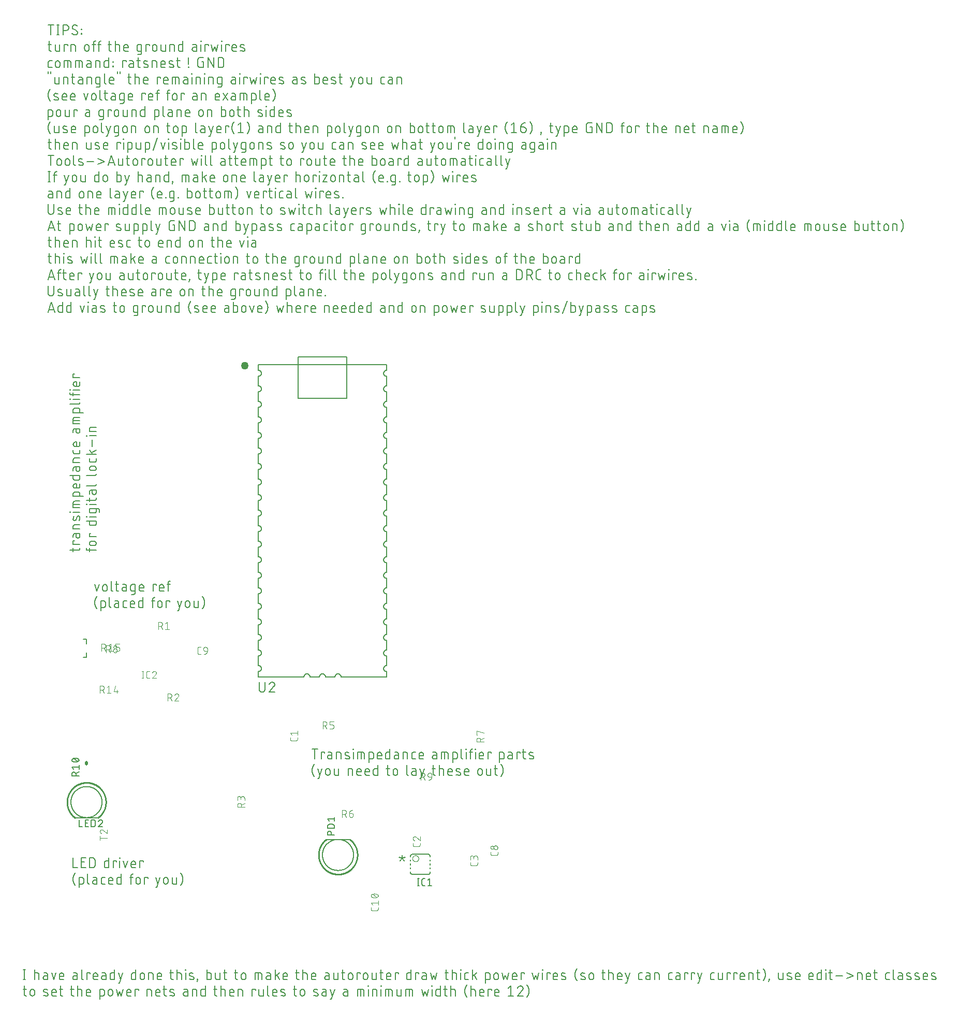
<source format=gto>
G04 EAGLE Gerber RS-274X export*
G75*
%MOMM*%
%FSLAX34Y34*%
%LPD*%
%INSilkscreen Top*%
%IPPOS*%
%AMOC8*
5,1,8,0,0,1.08239X$1,22.5*%
G01*
%ADD10C,0.152400*%
%ADD11C,0.101600*%
%ADD12C,0.050800*%
%ADD13C,0.127000*%
%ADD14C,0.203200*%
%ADD15C,0.254000*%
%ADD16C,0.508000*%
%ADD17C,1.270000*%


D10*
X21421Y640842D02*
X21421Y646261D01*
X16002Y642648D02*
X29549Y642648D01*
X29549Y642649D02*
X29650Y642651D01*
X29751Y642657D01*
X29852Y642666D01*
X29953Y642679D01*
X30053Y642696D01*
X30152Y642717D01*
X30250Y642741D01*
X30347Y642769D01*
X30444Y642801D01*
X30539Y642836D01*
X30632Y642875D01*
X30724Y642917D01*
X30815Y642963D01*
X30903Y643012D01*
X30990Y643064D01*
X31075Y643120D01*
X31158Y643178D01*
X31238Y643240D01*
X31316Y643305D01*
X31392Y643372D01*
X31465Y643442D01*
X31535Y643515D01*
X31602Y643591D01*
X31667Y643669D01*
X31729Y643749D01*
X31787Y643832D01*
X31843Y643917D01*
X31895Y644004D01*
X31944Y644092D01*
X31990Y644183D01*
X32032Y644275D01*
X32071Y644368D01*
X32106Y644463D01*
X32138Y644560D01*
X32166Y644657D01*
X32190Y644755D01*
X32211Y644854D01*
X32228Y644954D01*
X32241Y645055D01*
X32250Y645156D01*
X32256Y645257D01*
X32258Y645358D01*
X32258Y646261D01*
X32258Y652645D02*
X21421Y652645D01*
X21421Y658064D01*
X23227Y658064D01*
X25936Y666068D02*
X25936Y670132D01*
X25936Y666068D02*
X25938Y665956D01*
X25944Y665845D01*
X25954Y665734D01*
X25967Y665623D01*
X25985Y665513D01*
X26007Y665404D01*
X26032Y665295D01*
X26061Y665187D01*
X26094Y665081D01*
X26131Y664975D01*
X26171Y664871D01*
X26215Y664769D01*
X26263Y664668D01*
X26314Y664569D01*
X26369Y664471D01*
X26427Y664376D01*
X26488Y664283D01*
X26553Y664192D01*
X26621Y664103D01*
X26692Y664017D01*
X26765Y663934D01*
X26842Y663853D01*
X26922Y663774D01*
X27004Y663699D01*
X27089Y663627D01*
X27176Y663557D01*
X27266Y663491D01*
X27358Y663428D01*
X27453Y663368D01*
X27549Y663312D01*
X27647Y663259D01*
X27747Y663210D01*
X27849Y663164D01*
X27952Y663122D01*
X28057Y663083D01*
X28163Y663048D01*
X28270Y663017D01*
X28378Y662990D01*
X28487Y662966D01*
X28597Y662947D01*
X28707Y662931D01*
X28818Y662919D01*
X28930Y662911D01*
X29041Y662907D01*
X29153Y662907D01*
X29264Y662911D01*
X29376Y662919D01*
X29487Y662931D01*
X29597Y662947D01*
X29707Y662966D01*
X29816Y662990D01*
X29924Y663017D01*
X30031Y663048D01*
X30137Y663083D01*
X30242Y663122D01*
X30345Y663164D01*
X30447Y663210D01*
X30547Y663259D01*
X30645Y663312D01*
X30741Y663368D01*
X30836Y663428D01*
X30928Y663491D01*
X31018Y663557D01*
X31105Y663627D01*
X31190Y663699D01*
X31272Y663774D01*
X31352Y663853D01*
X31429Y663934D01*
X31502Y664017D01*
X31573Y664103D01*
X31641Y664192D01*
X31706Y664283D01*
X31767Y664376D01*
X31825Y664471D01*
X31880Y664569D01*
X31931Y664668D01*
X31979Y664769D01*
X32023Y664871D01*
X32063Y664975D01*
X32100Y665081D01*
X32133Y665187D01*
X32162Y665295D01*
X32187Y665404D01*
X32209Y665513D01*
X32227Y665623D01*
X32240Y665734D01*
X32250Y665845D01*
X32256Y665956D01*
X32258Y666068D01*
X32258Y670132D01*
X24130Y670132D01*
X24029Y670130D01*
X23928Y670124D01*
X23827Y670115D01*
X23726Y670102D01*
X23626Y670085D01*
X23527Y670064D01*
X23429Y670040D01*
X23332Y670012D01*
X23235Y669980D01*
X23140Y669945D01*
X23047Y669906D01*
X22955Y669864D01*
X22864Y669818D01*
X22776Y669769D01*
X22689Y669717D01*
X22604Y669661D01*
X22521Y669603D01*
X22441Y669541D01*
X22363Y669476D01*
X22287Y669409D01*
X22214Y669339D01*
X22144Y669266D01*
X22077Y669190D01*
X22012Y669112D01*
X21950Y669032D01*
X21892Y668949D01*
X21836Y668864D01*
X21784Y668778D01*
X21735Y668689D01*
X21689Y668598D01*
X21647Y668506D01*
X21608Y668413D01*
X21573Y668318D01*
X21541Y668221D01*
X21513Y668124D01*
X21489Y668026D01*
X21468Y667927D01*
X21451Y667827D01*
X21438Y667726D01*
X21429Y667625D01*
X21423Y667524D01*
X21421Y667423D01*
X21421Y663811D01*
X21421Y677570D02*
X32258Y677570D01*
X21421Y677570D02*
X21421Y682086D01*
X21423Y682190D01*
X21429Y682293D01*
X21439Y682397D01*
X21453Y682500D01*
X21471Y682602D01*
X21492Y682703D01*
X21518Y682804D01*
X21547Y682903D01*
X21580Y683002D01*
X21617Y683099D01*
X21658Y683194D01*
X21702Y683288D01*
X21750Y683380D01*
X21801Y683470D01*
X21856Y683559D01*
X21914Y683645D01*
X21976Y683728D01*
X22040Y683810D01*
X22108Y683888D01*
X22178Y683964D01*
X22251Y684038D01*
X22328Y684108D01*
X22406Y684176D01*
X22488Y684240D01*
X22571Y684302D01*
X22657Y684360D01*
X22746Y684415D01*
X22836Y684466D01*
X22928Y684514D01*
X23022Y684558D01*
X23117Y684599D01*
X23214Y684636D01*
X23313Y684669D01*
X23412Y684698D01*
X23513Y684724D01*
X23614Y684745D01*
X23716Y684763D01*
X23819Y684777D01*
X23923Y684787D01*
X24026Y684793D01*
X24130Y684795D01*
X32258Y684795D01*
X25936Y692993D02*
X27742Y697508D01*
X25936Y692992D02*
X25899Y692904D01*
X25858Y692818D01*
X25814Y692733D01*
X25766Y692650D01*
X25715Y692570D01*
X25661Y692491D01*
X25603Y692415D01*
X25543Y692341D01*
X25479Y692269D01*
X25413Y692201D01*
X25343Y692135D01*
X25272Y692072D01*
X25197Y692011D01*
X25121Y691954D01*
X25042Y691901D01*
X24961Y691850D01*
X24878Y691803D01*
X24793Y691759D01*
X24706Y691719D01*
X24618Y691682D01*
X24528Y691649D01*
X24437Y691619D01*
X24345Y691594D01*
X24252Y691572D01*
X24158Y691554D01*
X24064Y691539D01*
X23969Y691529D01*
X23873Y691523D01*
X23778Y691520D01*
X23682Y691521D01*
X23587Y691527D01*
X23491Y691536D01*
X23397Y691549D01*
X23303Y691565D01*
X23209Y691586D01*
X23117Y691611D01*
X23026Y691639D01*
X22936Y691671D01*
X22847Y691706D01*
X22760Y691745D01*
X22674Y691788D01*
X22590Y691834D01*
X22509Y691884D01*
X22429Y691936D01*
X22351Y691992D01*
X22276Y692052D01*
X22204Y692114D01*
X22134Y692179D01*
X22066Y692247D01*
X22002Y692317D01*
X21940Y692390D01*
X21882Y692466D01*
X21826Y692544D01*
X21774Y692624D01*
X21725Y692706D01*
X21680Y692790D01*
X21638Y692876D01*
X21599Y692963D01*
X21564Y693052D01*
X21533Y693143D01*
X21506Y693234D01*
X21482Y693327D01*
X21462Y693420D01*
X21446Y693514D01*
X21434Y693609D01*
X21425Y693704D01*
X21421Y693800D01*
X21420Y693895D01*
X21427Y694142D01*
X21439Y694388D01*
X21457Y694634D01*
X21482Y694880D01*
X21512Y695124D01*
X21548Y695368D01*
X21590Y695611D01*
X21637Y695853D01*
X21691Y696094D01*
X21750Y696333D01*
X21815Y696571D01*
X21886Y696808D01*
X21962Y697042D01*
X22044Y697275D01*
X22132Y697505D01*
X22225Y697733D01*
X22323Y697960D01*
X27743Y697509D02*
X27780Y697597D01*
X27821Y697683D01*
X27865Y697768D01*
X27913Y697851D01*
X27964Y697931D01*
X28018Y698010D01*
X28076Y698086D01*
X28136Y698160D01*
X28200Y698232D01*
X28266Y698300D01*
X28336Y698366D01*
X28407Y698429D01*
X28482Y698490D01*
X28558Y698547D01*
X28637Y698600D01*
X28718Y698651D01*
X28801Y698698D01*
X28886Y698742D01*
X28973Y698782D01*
X29061Y698819D01*
X29151Y698852D01*
X29242Y698882D01*
X29334Y698907D01*
X29427Y698929D01*
X29521Y698947D01*
X29615Y698962D01*
X29710Y698972D01*
X29806Y698978D01*
X29901Y698981D01*
X29997Y698980D01*
X30092Y698974D01*
X30188Y698965D01*
X30282Y698952D01*
X30376Y698936D01*
X30470Y698915D01*
X30562Y698890D01*
X30653Y698862D01*
X30743Y698830D01*
X30832Y698795D01*
X30919Y698756D01*
X31005Y698713D01*
X31089Y698667D01*
X31170Y698617D01*
X31250Y698565D01*
X31328Y698509D01*
X31403Y698449D01*
X31475Y698387D01*
X31545Y698322D01*
X31613Y698254D01*
X31677Y698184D01*
X31739Y698111D01*
X31797Y698035D01*
X31853Y697957D01*
X31905Y697877D01*
X31954Y697795D01*
X31999Y697711D01*
X32041Y697625D01*
X32080Y697538D01*
X32115Y697449D01*
X32146Y697358D01*
X32173Y697267D01*
X32197Y697174D01*
X32217Y697081D01*
X32233Y696987D01*
X32245Y696892D01*
X32254Y696797D01*
X32258Y696701D01*
X32259Y696606D01*
X32258Y696605D02*
X32249Y696243D01*
X32231Y695881D01*
X32204Y695520D01*
X32169Y695160D01*
X32126Y694800D01*
X32074Y694441D01*
X32013Y694084D01*
X31944Y693729D01*
X31867Y693375D01*
X31781Y693023D01*
X31687Y692673D01*
X31584Y692325D01*
X31474Y691980D01*
X31355Y691638D01*
X32258Y705150D02*
X21421Y705150D01*
X16905Y704699D02*
X16002Y704699D01*
X16002Y705602D01*
X16905Y705602D01*
X16905Y704699D01*
X21421Y712237D02*
X32258Y712237D01*
X21421Y712237D02*
X21421Y720365D01*
X21423Y720466D01*
X21429Y720567D01*
X21438Y720668D01*
X21451Y720769D01*
X21468Y720869D01*
X21489Y720968D01*
X21513Y721066D01*
X21541Y721163D01*
X21573Y721260D01*
X21608Y721355D01*
X21647Y721448D01*
X21689Y721540D01*
X21735Y721631D01*
X21784Y721720D01*
X21836Y721806D01*
X21892Y721891D01*
X21950Y721974D01*
X22012Y722054D01*
X22077Y722132D01*
X22144Y722208D01*
X22214Y722281D01*
X22287Y722351D01*
X22363Y722418D01*
X22441Y722483D01*
X22521Y722545D01*
X22604Y722603D01*
X22689Y722659D01*
X22776Y722711D01*
X22864Y722760D01*
X22955Y722806D01*
X23047Y722848D01*
X23140Y722887D01*
X23235Y722922D01*
X23332Y722954D01*
X23429Y722982D01*
X23527Y723006D01*
X23626Y723027D01*
X23726Y723044D01*
X23827Y723057D01*
X23928Y723066D01*
X24029Y723072D01*
X24130Y723074D01*
X32258Y723074D01*
X32258Y717655D02*
X21421Y717655D01*
X21421Y730789D02*
X37677Y730789D01*
X21421Y730789D02*
X21421Y735305D01*
X21423Y735409D01*
X21429Y735512D01*
X21439Y735616D01*
X21453Y735719D01*
X21471Y735821D01*
X21492Y735922D01*
X21518Y736023D01*
X21547Y736122D01*
X21580Y736221D01*
X21617Y736318D01*
X21658Y736413D01*
X21702Y736507D01*
X21750Y736599D01*
X21801Y736689D01*
X21856Y736778D01*
X21914Y736864D01*
X21976Y736947D01*
X22040Y737029D01*
X22108Y737107D01*
X22178Y737183D01*
X22251Y737257D01*
X22328Y737327D01*
X22406Y737395D01*
X22488Y737459D01*
X22571Y737521D01*
X22657Y737579D01*
X22746Y737634D01*
X22836Y737685D01*
X22928Y737733D01*
X23022Y737777D01*
X23117Y737818D01*
X23214Y737855D01*
X23313Y737888D01*
X23412Y737917D01*
X23513Y737943D01*
X23614Y737964D01*
X23716Y737982D01*
X23819Y737996D01*
X23923Y738006D01*
X24026Y738012D01*
X24130Y738014D01*
X29549Y738014D01*
X29650Y738012D01*
X29751Y738006D01*
X29852Y737997D01*
X29953Y737984D01*
X30053Y737967D01*
X30152Y737946D01*
X30250Y737922D01*
X30347Y737894D01*
X30444Y737862D01*
X30539Y737827D01*
X30632Y737788D01*
X30724Y737746D01*
X30815Y737700D01*
X30904Y737651D01*
X30990Y737599D01*
X31075Y737543D01*
X31158Y737485D01*
X31238Y737423D01*
X31316Y737358D01*
X31392Y737291D01*
X31465Y737221D01*
X31535Y737148D01*
X31602Y737072D01*
X31667Y736994D01*
X31729Y736914D01*
X31787Y736831D01*
X31843Y736746D01*
X31895Y736660D01*
X31944Y736571D01*
X31990Y736480D01*
X32032Y736388D01*
X32071Y736295D01*
X32106Y736200D01*
X32138Y736103D01*
X32166Y736006D01*
X32190Y735908D01*
X32211Y735809D01*
X32228Y735709D01*
X32241Y735608D01*
X32250Y735507D01*
X32256Y735406D01*
X32258Y735305D01*
X32258Y730789D01*
X32258Y746973D02*
X32258Y751488D01*
X32258Y746973D02*
X32256Y746872D01*
X32250Y746771D01*
X32241Y746670D01*
X32228Y746569D01*
X32211Y746469D01*
X32190Y746370D01*
X32166Y746272D01*
X32138Y746175D01*
X32106Y746078D01*
X32071Y745983D01*
X32032Y745890D01*
X31990Y745798D01*
X31944Y745707D01*
X31895Y745619D01*
X31843Y745532D01*
X31787Y745447D01*
X31729Y745364D01*
X31667Y745284D01*
X31602Y745206D01*
X31535Y745130D01*
X31465Y745057D01*
X31392Y744987D01*
X31316Y744920D01*
X31238Y744855D01*
X31158Y744793D01*
X31075Y744735D01*
X30990Y744679D01*
X30903Y744627D01*
X30815Y744578D01*
X30724Y744532D01*
X30632Y744490D01*
X30539Y744451D01*
X30444Y744416D01*
X30347Y744384D01*
X30250Y744356D01*
X30152Y744332D01*
X30053Y744311D01*
X29953Y744294D01*
X29852Y744281D01*
X29751Y744272D01*
X29650Y744266D01*
X29549Y744264D01*
X29549Y744263D02*
X25033Y744263D01*
X25033Y744264D02*
X24914Y744266D01*
X24794Y744272D01*
X24675Y744282D01*
X24557Y744296D01*
X24438Y744313D01*
X24321Y744335D01*
X24204Y744360D01*
X24089Y744390D01*
X23974Y744423D01*
X23860Y744460D01*
X23748Y744500D01*
X23637Y744545D01*
X23528Y744593D01*
X23420Y744644D01*
X23314Y744699D01*
X23210Y744758D01*
X23108Y744820D01*
X23008Y744885D01*
X22910Y744954D01*
X22814Y745026D01*
X22721Y745101D01*
X22631Y745178D01*
X22543Y745259D01*
X22458Y745343D01*
X22376Y745430D01*
X22296Y745519D01*
X22220Y745611D01*
X22146Y745705D01*
X22076Y745802D01*
X22009Y745900D01*
X21945Y746001D01*
X21885Y746105D01*
X21828Y746210D01*
X21775Y746317D01*
X21725Y746425D01*
X21679Y746535D01*
X21637Y746647D01*
X21598Y746760D01*
X21563Y746874D01*
X21532Y746989D01*
X21504Y747106D01*
X21481Y747223D01*
X21461Y747340D01*
X21445Y747459D01*
X21433Y747578D01*
X21425Y747697D01*
X21421Y747816D01*
X21421Y747936D01*
X21425Y748055D01*
X21433Y748174D01*
X21445Y748293D01*
X21461Y748412D01*
X21481Y748529D01*
X21504Y748646D01*
X21532Y748763D01*
X21563Y748878D01*
X21598Y748992D01*
X21637Y749105D01*
X21679Y749217D01*
X21725Y749327D01*
X21775Y749435D01*
X21828Y749542D01*
X21885Y749647D01*
X21945Y749751D01*
X22009Y749852D01*
X22076Y749950D01*
X22146Y750047D01*
X22220Y750141D01*
X22296Y750233D01*
X22376Y750322D01*
X22458Y750409D01*
X22543Y750493D01*
X22631Y750574D01*
X22721Y750651D01*
X22814Y750726D01*
X22910Y750798D01*
X23008Y750867D01*
X23108Y750932D01*
X23210Y750994D01*
X23314Y751053D01*
X23420Y751108D01*
X23528Y751159D01*
X23637Y751207D01*
X23748Y751252D01*
X23860Y751292D01*
X23974Y751329D01*
X24089Y751362D01*
X24204Y751392D01*
X24321Y751417D01*
X24438Y751439D01*
X24557Y751456D01*
X24675Y751470D01*
X24794Y751480D01*
X24914Y751486D01*
X25033Y751488D01*
X26839Y751488D01*
X26839Y744263D01*
X32258Y764962D02*
X16002Y764962D01*
X32258Y764962D02*
X32258Y760446D01*
X32256Y760345D01*
X32250Y760244D01*
X32241Y760143D01*
X32228Y760042D01*
X32211Y759942D01*
X32190Y759843D01*
X32166Y759745D01*
X32138Y759648D01*
X32106Y759551D01*
X32071Y759456D01*
X32032Y759363D01*
X31990Y759271D01*
X31944Y759180D01*
X31895Y759092D01*
X31843Y759005D01*
X31787Y758920D01*
X31729Y758837D01*
X31667Y758757D01*
X31602Y758679D01*
X31535Y758603D01*
X31465Y758530D01*
X31392Y758460D01*
X31316Y758393D01*
X31238Y758328D01*
X31158Y758266D01*
X31075Y758208D01*
X30990Y758152D01*
X30903Y758100D01*
X30815Y758051D01*
X30724Y758005D01*
X30632Y757963D01*
X30539Y757924D01*
X30444Y757889D01*
X30347Y757857D01*
X30250Y757829D01*
X30152Y757805D01*
X30053Y757784D01*
X29953Y757767D01*
X29852Y757754D01*
X29751Y757745D01*
X29650Y757739D01*
X29549Y757737D01*
X24130Y757737D01*
X24029Y757739D01*
X23928Y757745D01*
X23827Y757754D01*
X23726Y757767D01*
X23626Y757784D01*
X23527Y757805D01*
X23429Y757829D01*
X23332Y757857D01*
X23235Y757889D01*
X23140Y757924D01*
X23047Y757963D01*
X22955Y758005D01*
X22864Y758051D01*
X22776Y758100D01*
X22689Y758152D01*
X22604Y758208D01*
X22521Y758266D01*
X22441Y758328D01*
X22363Y758393D01*
X22287Y758460D01*
X22214Y758530D01*
X22144Y758603D01*
X22077Y758679D01*
X22012Y758757D01*
X21950Y758837D01*
X21892Y758920D01*
X21836Y759005D01*
X21784Y759092D01*
X21735Y759180D01*
X21689Y759271D01*
X21647Y759363D01*
X21608Y759456D01*
X21573Y759551D01*
X21541Y759648D01*
X21513Y759745D01*
X21489Y759843D01*
X21468Y759942D01*
X21451Y760042D01*
X21438Y760143D01*
X21429Y760244D01*
X21423Y760345D01*
X21421Y760446D01*
X21421Y764962D01*
X25936Y774966D02*
X25936Y779030D01*
X25936Y774966D02*
X25938Y774854D01*
X25944Y774743D01*
X25954Y774632D01*
X25967Y774521D01*
X25985Y774411D01*
X26007Y774302D01*
X26032Y774193D01*
X26061Y774085D01*
X26094Y773979D01*
X26131Y773873D01*
X26171Y773769D01*
X26215Y773667D01*
X26263Y773566D01*
X26314Y773467D01*
X26369Y773369D01*
X26427Y773274D01*
X26488Y773181D01*
X26553Y773090D01*
X26621Y773001D01*
X26692Y772915D01*
X26765Y772832D01*
X26842Y772751D01*
X26922Y772672D01*
X27004Y772597D01*
X27089Y772525D01*
X27176Y772455D01*
X27266Y772389D01*
X27358Y772326D01*
X27453Y772266D01*
X27549Y772210D01*
X27647Y772157D01*
X27747Y772108D01*
X27849Y772062D01*
X27952Y772020D01*
X28057Y771981D01*
X28163Y771946D01*
X28270Y771915D01*
X28378Y771888D01*
X28487Y771864D01*
X28597Y771845D01*
X28707Y771829D01*
X28818Y771817D01*
X28930Y771809D01*
X29041Y771805D01*
X29153Y771805D01*
X29264Y771809D01*
X29376Y771817D01*
X29487Y771829D01*
X29597Y771845D01*
X29707Y771864D01*
X29816Y771888D01*
X29924Y771915D01*
X30031Y771946D01*
X30137Y771981D01*
X30242Y772020D01*
X30345Y772062D01*
X30447Y772108D01*
X30547Y772157D01*
X30645Y772210D01*
X30741Y772266D01*
X30836Y772326D01*
X30928Y772389D01*
X31018Y772455D01*
X31105Y772525D01*
X31190Y772597D01*
X31272Y772672D01*
X31352Y772751D01*
X31429Y772832D01*
X31502Y772915D01*
X31573Y773001D01*
X31641Y773090D01*
X31706Y773181D01*
X31767Y773274D01*
X31825Y773369D01*
X31880Y773467D01*
X31931Y773566D01*
X31979Y773667D01*
X32023Y773769D01*
X32063Y773873D01*
X32100Y773979D01*
X32133Y774085D01*
X32162Y774193D01*
X32187Y774302D01*
X32209Y774411D01*
X32227Y774521D01*
X32240Y774632D01*
X32250Y774743D01*
X32256Y774854D01*
X32258Y774966D01*
X32258Y779030D01*
X24130Y779030D01*
X24029Y779028D01*
X23928Y779022D01*
X23827Y779013D01*
X23726Y779000D01*
X23626Y778983D01*
X23527Y778962D01*
X23429Y778938D01*
X23332Y778910D01*
X23235Y778878D01*
X23140Y778843D01*
X23047Y778804D01*
X22955Y778762D01*
X22864Y778716D01*
X22776Y778667D01*
X22689Y778615D01*
X22604Y778559D01*
X22521Y778501D01*
X22441Y778439D01*
X22363Y778374D01*
X22287Y778307D01*
X22214Y778237D01*
X22144Y778164D01*
X22077Y778088D01*
X22012Y778010D01*
X21950Y777930D01*
X21892Y777847D01*
X21836Y777762D01*
X21784Y777676D01*
X21735Y777587D01*
X21689Y777496D01*
X21647Y777404D01*
X21608Y777311D01*
X21573Y777216D01*
X21541Y777119D01*
X21513Y777022D01*
X21489Y776924D01*
X21468Y776825D01*
X21451Y776725D01*
X21438Y776624D01*
X21429Y776523D01*
X21423Y776422D01*
X21421Y776321D01*
X21421Y772708D01*
X21421Y786468D02*
X32258Y786468D01*
X21421Y786468D02*
X21421Y790983D01*
X21423Y791087D01*
X21429Y791190D01*
X21439Y791294D01*
X21453Y791397D01*
X21471Y791499D01*
X21492Y791600D01*
X21518Y791701D01*
X21547Y791800D01*
X21580Y791899D01*
X21617Y791996D01*
X21658Y792091D01*
X21702Y792185D01*
X21750Y792277D01*
X21801Y792367D01*
X21856Y792456D01*
X21914Y792542D01*
X21976Y792625D01*
X22040Y792707D01*
X22108Y792785D01*
X22178Y792861D01*
X22251Y792935D01*
X22328Y793005D01*
X22406Y793073D01*
X22488Y793137D01*
X22571Y793199D01*
X22657Y793257D01*
X22746Y793312D01*
X22836Y793363D01*
X22928Y793411D01*
X23022Y793455D01*
X23117Y793496D01*
X23214Y793533D01*
X23313Y793566D01*
X23412Y793595D01*
X23513Y793621D01*
X23614Y793642D01*
X23716Y793660D01*
X23819Y793674D01*
X23923Y793684D01*
X24026Y793690D01*
X24130Y793692D01*
X32258Y793692D01*
X32258Y803263D02*
X32258Y806875D01*
X32258Y803263D02*
X32256Y803162D01*
X32250Y803061D01*
X32241Y802960D01*
X32228Y802859D01*
X32211Y802759D01*
X32190Y802660D01*
X32166Y802562D01*
X32138Y802465D01*
X32106Y802368D01*
X32071Y802273D01*
X32032Y802180D01*
X31990Y802088D01*
X31944Y801997D01*
X31895Y801909D01*
X31843Y801822D01*
X31787Y801737D01*
X31729Y801654D01*
X31667Y801574D01*
X31602Y801496D01*
X31535Y801420D01*
X31465Y801347D01*
X31392Y801277D01*
X31316Y801210D01*
X31238Y801145D01*
X31158Y801083D01*
X31075Y801025D01*
X30990Y800969D01*
X30903Y800917D01*
X30815Y800868D01*
X30724Y800822D01*
X30632Y800780D01*
X30539Y800741D01*
X30444Y800706D01*
X30347Y800674D01*
X30250Y800646D01*
X30152Y800622D01*
X30053Y800601D01*
X29953Y800584D01*
X29852Y800571D01*
X29751Y800562D01*
X29650Y800556D01*
X29549Y800554D01*
X29549Y800553D02*
X24130Y800553D01*
X24130Y800554D02*
X24029Y800556D01*
X23928Y800562D01*
X23827Y800571D01*
X23726Y800584D01*
X23626Y800601D01*
X23527Y800622D01*
X23429Y800646D01*
X23332Y800674D01*
X23235Y800706D01*
X23140Y800741D01*
X23047Y800780D01*
X22955Y800822D01*
X22864Y800868D01*
X22776Y800917D01*
X22689Y800969D01*
X22604Y801025D01*
X22521Y801083D01*
X22441Y801145D01*
X22363Y801210D01*
X22287Y801277D01*
X22214Y801347D01*
X22144Y801420D01*
X22077Y801496D01*
X22012Y801574D01*
X21950Y801654D01*
X21892Y801737D01*
X21836Y801822D01*
X21784Y801909D01*
X21735Y801997D01*
X21689Y802088D01*
X21647Y802180D01*
X21608Y802273D01*
X21573Y802368D01*
X21541Y802465D01*
X21513Y802562D01*
X21489Y802660D01*
X21468Y802759D01*
X21451Y802859D01*
X21438Y802960D01*
X21429Y803061D01*
X21423Y803162D01*
X21421Y803263D01*
X21421Y806875D01*
X32258Y815229D02*
X32258Y819744D01*
X32258Y815229D02*
X32256Y815128D01*
X32250Y815027D01*
X32241Y814926D01*
X32228Y814825D01*
X32211Y814725D01*
X32190Y814626D01*
X32166Y814528D01*
X32138Y814431D01*
X32106Y814334D01*
X32071Y814239D01*
X32032Y814146D01*
X31990Y814054D01*
X31944Y813963D01*
X31895Y813875D01*
X31843Y813788D01*
X31787Y813703D01*
X31729Y813620D01*
X31667Y813540D01*
X31602Y813462D01*
X31535Y813386D01*
X31465Y813313D01*
X31392Y813243D01*
X31316Y813176D01*
X31238Y813111D01*
X31158Y813049D01*
X31075Y812991D01*
X30990Y812935D01*
X30903Y812883D01*
X30815Y812834D01*
X30724Y812788D01*
X30632Y812746D01*
X30539Y812707D01*
X30444Y812672D01*
X30347Y812640D01*
X30250Y812612D01*
X30152Y812588D01*
X30053Y812567D01*
X29953Y812550D01*
X29852Y812537D01*
X29751Y812528D01*
X29650Y812522D01*
X29549Y812520D01*
X25033Y812520D01*
X24914Y812522D01*
X24794Y812528D01*
X24675Y812538D01*
X24557Y812552D01*
X24438Y812569D01*
X24321Y812591D01*
X24204Y812616D01*
X24089Y812646D01*
X23974Y812679D01*
X23860Y812716D01*
X23748Y812756D01*
X23637Y812801D01*
X23528Y812849D01*
X23420Y812900D01*
X23314Y812955D01*
X23210Y813014D01*
X23108Y813076D01*
X23008Y813141D01*
X22910Y813210D01*
X22814Y813282D01*
X22721Y813357D01*
X22631Y813434D01*
X22543Y813515D01*
X22458Y813599D01*
X22376Y813686D01*
X22296Y813775D01*
X22220Y813867D01*
X22146Y813961D01*
X22076Y814058D01*
X22009Y814156D01*
X21945Y814257D01*
X21885Y814361D01*
X21828Y814466D01*
X21775Y814573D01*
X21725Y814681D01*
X21679Y814791D01*
X21637Y814903D01*
X21598Y815016D01*
X21563Y815130D01*
X21532Y815245D01*
X21504Y815362D01*
X21481Y815479D01*
X21461Y815596D01*
X21445Y815715D01*
X21433Y815834D01*
X21425Y815953D01*
X21421Y816072D01*
X21421Y816192D01*
X21425Y816311D01*
X21433Y816430D01*
X21445Y816549D01*
X21461Y816668D01*
X21481Y816785D01*
X21504Y816902D01*
X21532Y817019D01*
X21563Y817134D01*
X21598Y817248D01*
X21637Y817361D01*
X21679Y817473D01*
X21725Y817583D01*
X21775Y817691D01*
X21828Y817798D01*
X21885Y817903D01*
X21945Y818007D01*
X22009Y818108D01*
X22076Y818206D01*
X22146Y818303D01*
X22220Y818397D01*
X22296Y818489D01*
X22376Y818578D01*
X22458Y818665D01*
X22543Y818749D01*
X22631Y818830D01*
X22721Y818907D01*
X22814Y818982D01*
X22910Y819054D01*
X23008Y819123D01*
X23108Y819188D01*
X23210Y819250D01*
X23314Y819309D01*
X23420Y819364D01*
X23528Y819415D01*
X23637Y819463D01*
X23748Y819508D01*
X23860Y819548D01*
X23974Y819585D01*
X24089Y819618D01*
X24204Y819648D01*
X24321Y819673D01*
X24438Y819695D01*
X24557Y819712D01*
X24675Y819726D01*
X24794Y819736D01*
X24914Y819742D01*
X25033Y819744D01*
X26839Y819744D01*
X26839Y812520D01*
X25936Y837491D02*
X25936Y841555D01*
X25936Y837491D02*
X25938Y837379D01*
X25944Y837268D01*
X25954Y837157D01*
X25967Y837046D01*
X25985Y836936D01*
X26007Y836827D01*
X26032Y836718D01*
X26061Y836610D01*
X26094Y836504D01*
X26131Y836398D01*
X26171Y836294D01*
X26215Y836192D01*
X26263Y836091D01*
X26314Y835992D01*
X26369Y835894D01*
X26427Y835799D01*
X26488Y835706D01*
X26553Y835615D01*
X26621Y835526D01*
X26692Y835440D01*
X26765Y835357D01*
X26842Y835276D01*
X26922Y835197D01*
X27004Y835122D01*
X27089Y835050D01*
X27176Y834980D01*
X27266Y834914D01*
X27358Y834851D01*
X27453Y834791D01*
X27549Y834735D01*
X27647Y834682D01*
X27747Y834633D01*
X27849Y834587D01*
X27952Y834545D01*
X28057Y834506D01*
X28163Y834471D01*
X28270Y834440D01*
X28378Y834413D01*
X28487Y834389D01*
X28597Y834370D01*
X28707Y834354D01*
X28818Y834342D01*
X28930Y834334D01*
X29041Y834330D01*
X29153Y834330D01*
X29264Y834334D01*
X29376Y834342D01*
X29487Y834354D01*
X29597Y834370D01*
X29707Y834389D01*
X29816Y834413D01*
X29924Y834440D01*
X30031Y834471D01*
X30137Y834506D01*
X30242Y834545D01*
X30345Y834587D01*
X30447Y834633D01*
X30547Y834682D01*
X30645Y834735D01*
X30741Y834791D01*
X30836Y834851D01*
X30928Y834914D01*
X31018Y834980D01*
X31105Y835050D01*
X31190Y835122D01*
X31272Y835197D01*
X31352Y835276D01*
X31429Y835357D01*
X31502Y835440D01*
X31573Y835526D01*
X31641Y835615D01*
X31706Y835706D01*
X31767Y835799D01*
X31825Y835894D01*
X31880Y835992D01*
X31931Y836091D01*
X31979Y836192D01*
X32023Y836294D01*
X32063Y836398D01*
X32100Y836504D01*
X32133Y836610D01*
X32162Y836718D01*
X32187Y836827D01*
X32209Y836936D01*
X32227Y837046D01*
X32240Y837157D01*
X32250Y837268D01*
X32256Y837379D01*
X32258Y837491D01*
X32258Y841555D01*
X24130Y841555D01*
X24029Y841553D01*
X23928Y841547D01*
X23827Y841538D01*
X23726Y841525D01*
X23626Y841508D01*
X23527Y841487D01*
X23429Y841463D01*
X23332Y841435D01*
X23235Y841403D01*
X23140Y841368D01*
X23047Y841329D01*
X22955Y841287D01*
X22864Y841241D01*
X22776Y841192D01*
X22689Y841140D01*
X22604Y841084D01*
X22521Y841026D01*
X22441Y840964D01*
X22363Y840899D01*
X22287Y840832D01*
X22214Y840762D01*
X22144Y840689D01*
X22077Y840613D01*
X22012Y840535D01*
X21950Y840455D01*
X21892Y840372D01*
X21836Y840287D01*
X21784Y840201D01*
X21735Y840112D01*
X21689Y840021D01*
X21647Y839929D01*
X21608Y839836D01*
X21573Y839741D01*
X21541Y839644D01*
X21513Y839547D01*
X21489Y839449D01*
X21468Y839350D01*
X21451Y839250D01*
X21438Y839149D01*
X21429Y839048D01*
X21423Y838947D01*
X21421Y838846D01*
X21421Y835233D01*
X21421Y849270D02*
X32258Y849270D01*
X21421Y849270D02*
X21421Y857398D01*
X21423Y857499D01*
X21429Y857600D01*
X21438Y857701D01*
X21451Y857802D01*
X21468Y857902D01*
X21489Y858001D01*
X21513Y858099D01*
X21541Y858196D01*
X21573Y858293D01*
X21608Y858388D01*
X21647Y858481D01*
X21689Y858573D01*
X21735Y858664D01*
X21784Y858753D01*
X21836Y858839D01*
X21892Y858924D01*
X21950Y859007D01*
X22012Y859087D01*
X22077Y859165D01*
X22144Y859241D01*
X22214Y859314D01*
X22287Y859384D01*
X22363Y859451D01*
X22441Y859516D01*
X22521Y859578D01*
X22604Y859636D01*
X22689Y859692D01*
X22776Y859744D01*
X22864Y859793D01*
X22955Y859839D01*
X23047Y859881D01*
X23140Y859920D01*
X23235Y859955D01*
X23332Y859987D01*
X23429Y860015D01*
X23527Y860039D01*
X23626Y860060D01*
X23726Y860077D01*
X23827Y860090D01*
X23928Y860099D01*
X24029Y860105D01*
X24130Y860107D01*
X24130Y860108D02*
X32258Y860108D01*
X32258Y854689D02*
X21421Y854689D01*
X21421Y867823D02*
X37677Y867823D01*
X21421Y867823D02*
X21421Y872339D01*
X21423Y872443D01*
X21429Y872546D01*
X21439Y872650D01*
X21453Y872753D01*
X21471Y872855D01*
X21492Y872956D01*
X21518Y873057D01*
X21547Y873156D01*
X21580Y873255D01*
X21617Y873352D01*
X21658Y873447D01*
X21702Y873541D01*
X21750Y873633D01*
X21801Y873723D01*
X21856Y873812D01*
X21914Y873898D01*
X21976Y873981D01*
X22040Y874063D01*
X22108Y874141D01*
X22178Y874217D01*
X22251Y874291D01*
X22328Y874361D01*
X22406Y874429D01*
X22488Y874493D01*
X22571Y874555D01*
X22657Y874613D01*
X22746Y874668D01*
X22836Y874719D01*
X22928Y874767D01*
X23022Y874811D01*
X23117Y874852D01*
X23214Y874889D01*
X23313Y874922D01*
X23412Y874951D01*
X23513Y874977D01*
X23614Y874998D01*
X23716Y875016D01*
X23819Y875030D01*
X23923Y875040D01*
X24026Y875046D01*
X24130Y875048D01*
X29549Y875048D01*
X29650Y875046D01*
X29751Y875040D01*
X29852Y875031D01*
X29953Y875018D01*
X30053Y875001D01*
X30152Y874980D01*
X30250Y874956D01*
X30347Y874928D01*
X30444Y874896D01*
X30539Y874861D01*
X30632Y874822D01*
X30724Y874780D01*
X30815Y874734D01*
X30904Y874685D01*
X30990Y874633D01*
X31075Y874577D01*
X31158Y874519D01*
X31238Y874457D01*
X31316Y874392D01*
X31392Y874325D01*
X31465Y874255D01*
X31535Y874182D01*
X31602Y874106D01*
X31667Y874028D01*
X31729Y873948D01*
X31787Y873865D01*
X31843Y873780D01*
X31895Y873694D01*
X31944Y873605D01*
X31990Y873514D01*
X32032Y873422D01*
X32071Y873329D01*
X32106Y873234D01*
X32138Y873137D01*
X32166Y873040D01*
X32190Y872942D01*
X32211Y872843D01*
X32228Y872743D01*
X32241Y872642D01*
X32250Y872541D01*
X32256Y872440D01*
X32258Y872339D01*
X32258Y867823D01*
X29549Y881534D02*
X16002Y881534D01*
X29549Y881534D02*
X29650Y881536D01*
X29751Y881542D01*
X29852Y881551D01*
X29953Y881564D01*
X30053Y881581D01*
X30152Y881602D01*
X30250Y881626D01*
X30347Y881654D01*
X30444Y881686D01*
X30539Y881721D01*
X30632Y881760D01*
X30724Y881802D01*
X30815Y881848D01*
X30903Y881897D01*
X30990Y881949D01*
X31075Y882005D01*
X31158Y882063D01*
X31238Y882125D01*
X31316Y882190D01*
X31392Y882257D01*
X31465Y882327D01*
X31535Y882400D01*
X31602Y882476D01*
X31667Y882554D01*
X31729Y882634D01*
X31787Y882717D01*
X31843Y882802D01*
X31895Y882889D01*
X31944Y882977D01*
X31990Y883068D01*
X32032Y883160D01*
X32071Y883253D01*
X32106Y883348D01*
X32138Y883445D01*
X32166Y883542D01*
X32190Y883640D01*
X32211Y883739D01*
X32228Y883839D01*
X32241Y883940D01*
X32250Y884041D01*
X32256Y884142D01*
X32258Y884243D01*
X32258Y889599D02*
X21421Y889599D01*
X16905Y889147D02*
X16002Y889147D01*
X16002Y890050D01*
X16905Y890050D01*
X16905Y889147D01*
X18711Y896774D02*
X32258Y896774D01*
X18711Y896774D02*
X18607Y896776D01*
X18504Y896782D01*
X18400Y896792D01*
X18297Y896806D01*
X18195Y896824D01*
X18094Y896845D01*
X17993Y896871D01*
X17894Y896900D01*
X17795Y896933D01*
X17698Y896970D01*
X17603Y897011D01*
X17509Y897055D01*
X17417Y897103D01*
X17327Y897154D01*
X17238Y897209D01*
X17152Y897267D01*
X17069Y897329D01*
X16987Y897393D01*
X16909Y897461D01*
X16833Y897531D01*
X16759Y897604D01*
X16689Y897681D01*
X16621Y897759D01*
X16557Y897841D01*
X16495Y897924D01*
X16437Y898010D01*
X16382Y898099D01*
X16331Y898189D01*
X16283Y898281D01*
X16239Y898375D01*
X16198Y898470D01*
X16161Y898567D01*
X16128Y898666D01*
X16099Y898765D01*
X16073Y898866D01*
X16052Y898967D01*
X16034Y899069D01*
X16020Y899172D01*
X16010Y899276D01*
X16004Y899379D01*
X16002Y899483D01*
X16002Y900386D01*
X21421Y900386D02*
X21421Y894968D01*
X21421Y904709D02*
X32258Y904709D01*
X16905Y904257D02*
X16002Y904257D01*
X16002Y905160D01*
X16905Y905160D01*
X16905Y904257D01*
X32258Y913706D02*
X32258Y918221D01*
X32258Y913706D02*
X32256Y913605D01*
X32250Y913504D01*
X32241Y913403D01*
X32228Y913302D01*
X32211Y913202D01*
X32190Y913103D01*
X32166Y913005D01*
X32138Y912908D01*
X32106Y912811D01*
X32071Y912716D01*
X32032Y912623D01*
X31990Y912531D01*
X31944Y912440D01*
X31895Y912352D01*
X31843Y912265D01*
X31787Y912180D01*
X31729Y912097D01*
X31667Y912017D01*
X31602Y911939D01*
X31535Y911863D01*
X31465Y911790D01*
X31392Y911720D01*
X31316Y911653D01*
X31238Y911588D01*
X31158Y911526D01*
X31075Y911468D01*
X30990Y911412D01*
X30903Y911360D01*
X30815Y911311D01*
X30724Y911265D01*
X30632Y911223D01*
X30539Y911184D01*
X30444Y911149D01*
X30347Y911117D01*
X30250Y911089D01*
X30152Y911065D01*
X30053Y911044D01*
X29953Y911027D01*
X29852Y911014D01*
X29751Y911005D01*
X29650Y910999D01*
X29549Y910997D01*
X29549Y910996D02*
X25033Y910996D01*
X25033Y910997D02*
X24914Y910999D01*
X24794Y911005D01*
X24675Y911015D01*
X24557Y911029D01*
X24438Y911046D01*
X24321Y911068D01*
X24204Y911093D01*
X24089Y911123D01*
X23974Y911156D01*
X23860Y911193D01*
X23748Y911233D01*
X23637Y911278D01*
X23528Y911326D01*
X23420Y911377D01*
X23314Y911432D01*
X23210Y911491D01*
X23108Y911553D01*
X23008Y911618D01*
X22910Y911687D01*
X22814Y911759D01*
X22721Y911834D01*
X22631Y911911D01*
X22543Y911992D01*
X22458Y912076D01*
X22376Y912163D01*
X22296Y912252D01*
X22220Y912344D01*
X22146Y912438D01*
X22076Y912535D01*
X22009Y912633D01*
X21945Y912734D01*
X21885Y912838D01*
X21828Y912943D01*
X21775Y913050D01*
X21725Y913158D01*
X21679Y913268D01*
X21637Y913380D01*
X21598Y913493D01*
X21563Y913607D01*
X21532Y913722D01*
X21504Y913839D01*
X21481Y913956D01*
X21461Y914073D01*
X21445Y914192D01*
X21433Y914311D01*
X21425Y914430D01*
X21421Y914549D01*
X21421Y914669D01*
X21425Y914788D01*
X21433Y914907D01*
X21445Y915026D01*
X21461Y915145D01*
X21481Y915262D01*
X21504Y915379D01*
X21532Y915496D01*
X21563Y915611D01*
X21598Y915725D01*
X21637Y915838D01*
X21679Y915950D01*
X21725Y916060D01*
X21775Y916168D01*
X21828Y916275D01*
X21885Y916380D01*
X21945Y916484D01*
X22009Y916585D01*
X22076Y916683D01*
X22146Y916780D01*
X22220Y916874D01*
X22296Y916966D01*
X22376Y917055D01*
X22458Y917142D01*
X22543Y917226D01*
X22631Y917307D01*
X22721Y917384D01*
X22814Y917459D01*
X22910Y917531D01*
X23008Y917600D01*
X23108Y917665D01*
X23210Y917727D01*
X23314Y917786D01*
X23420Y917841D01*
X23528Y917892D01*
X23637Y917940D01*
X23748Y917985D01*
X23860Y918025D01*
X23974Y918062D01*
X24089Y918095D01*
X24204Y918125D01*
X24321Y918150D01*
X24438Y918172D01*
X24557Y918189D01*
X24675Y918203D01*
X24794Y918213D01*
X24914Y918219D01*
X25033Y918221D01*
X26839Y918221D01*
X26839Y910996D01*
X32258Y925149D02*
X21421Y925149D01*
X21421Y930568D01*
X23227Y930568D01*
X45381Y642648D02*
X58928Y642648D01*
X45381Y642649D02*
X45277Y642651D01*
X45174Y642657D01*
X45070Y642667D01*
X44967Y642681D01*
X44865Y642699D01*
X44764Y642720D01*
X44663Y642746D01*
X44564Y642775D01*
X44465Y642808D01*
X44368Y642845D01*
X44273Y642886D01*
X44179Y642930D01*
X44087Y642978D01*
X43997Y643029D01*
X43908Y643084D01*
X43822Y643142D01*
X43739Y643204D01*
X43657Y643268D01*
X43579Y643336D01*
X43503Y643406D01*
X43429Y643479D01*
X43359Y643556D01*
X43291Y643634D01*
X43227Y643716D01*
X43165Y643799D01*
X43107Y643885D01*
X43052Y643974D01*
X43001Y644064D01*
X42953Y644156D01*
X42909Y644250D01*
X42868Y644345D01*
X42831Y644442D01*
X42798Y644541D01*
X42769Y644640D01*
X42743Y644741D01*
X42722Y644842D01*
X42704Y644944D01*
X42690Y645047D01*
X42680Y645151D01*
X42674Y645254D01*
X42672Y645358D01*
X42672Y646261D01*
X48091Y646261D02*
X48091Y640842D01*
X51703Y650618D02*
X55316Y650618D01*
X51703Y650619D02*
X51584Y650621D01*
X51464Y650627D01*
X51345Y650637D01*
X51227Y650651D01*
X51108Y650668D01*
X50991Y650690D01*
X50874Y650715D01*
X50759Y650745D01*
X50644Y650778D01*
X50530Y650815D01*
X50418Y650855D01*
X50307Y650900D01*
X50198Y650948D01*
X50090Y650999D01*
X49984Y651054D01*
X49880Y651113D01*
X49778Y651175D01*
X49678Y651240D01*
X49580Y651309D01*
X49484Y651381D01*
X49391Y651456D01*
X49301Y651533D01*
X49213Y651614D01*
X49128Y651698D01*
X49046Y651785D01*
X48966Y651874D01*
X48890Y651966D01*
X48816Y652060D01*
X48746Y652157D01*
X48679Y652255D01*
X48615Y652356D01*
X48555Y652460D01*
X48498Y652565D01*
X48445Y652672D01*
X48395Y652780D01*
X48349Y652890D01*
X48307Y653002D01*
X48268Y653115D01*
X48233Y653229D01*
X48202Y653344D01*
X48174Y653461D01*
X48151Y653578D01*
X48131Y653695D01*
X48115Y653814D01*
X48103Y653933D01*
X48095Y654052D01*
X48091Y654171D01*
X48091Y654291D01*
X48095Y654410D01*
X48103Y654529D01*
X48115Y654648D01*
X48131Y654767D01*
X48151Y654884D01*
X48174Y655001D01*
X48202Y655118D01*
X48233Y655233D01*
X48268Y655347D01*
X48307Y655460D01*
X48349Y655572D01*
X48395Y655682D01*
X48445Y655790D01*
X48498Y655897D01*
X48555Y656002D01*
X48615Y656106D01*
X48679Y656207D01*
X48746Y656305D01*
X48816Y656402D01*
X48890Y656496D01*
X48966Y656588D01*
X49046Y656677D01*
X49128Y656764D01*
X49213Y656848D01*
X49301Y656929D01*
X49391Y657006D01*
X49484Y657081D01*
X49580Y657153D01*
X49678Y657222D01*
X49778Y657287D01*
X49880Y657349D01*
X49984Y657408D01*
X50090Y657463D01*
X50198Y657514D01*
X50307Y657562D01*
X50418Y657607D01*
X50530Y657647D01*
X50644Y657684D01*
X50759Y657717D01*
X50874Y657747D01*
X50991Y657772D01*
X51108Y657794D01*
X51227Y657811D01*
X51345Y657825D01*
X51464Y657835D01*
X51584Y657841D01*
X51703Y657843D01*
X55316Y657843D01*
X55435Y657841D01*
X55555Y657835D01*
X55674Y657825D01*
X55792Y657811D01*
X55911Y657794D01*
X56028Y657772D01*
X56145Y657747D01*
X56260Y657717D01*
X56375Y657684D01*
X56489Y657647D01*
X56601Y657607D01*
X56712Y657562D01*
X56821Y657514D01*
X56929Y657463D01*
X57035Y657408D01*
X57139Y657349D01*
X57241Y657287D01*
X57341Y657222D01*
X57439Y657153D01*
X57535Y657081D01*
X57628Y657006D01*
X57718Y656929D01*
X57806Y656848D01*
X57891Y656764D01*
X57973Y656677D01*
X58053Y656588D01*
X58129Y656496D01*
X58203Y656402D01*
X58273Y656305D01*
X58340Y656207D01*
X58404Y656106D01*
X58464Y656002D01*
X58521Y655897D01*
X58574Y655790D01*
X58624Y655682D01*
X58670Y655572D01*
X58712Y655460D01*
X58751Y655347D01*
X58786Y655233D01*
X58817Y655118D01*
X58845Y655001D01*
X58868Y654884D01*
X58888Y654767D01*
X58904Y654648D01*
X58916Y654529D01*
X58924Y654410D01*
X58928Y654291D01*
X58928Y654171D01*
X58924Y654052D01*
X58916Y653933D01*
X58904Y653814D01*
X58888Y653695D01*
X58868Y653578D01*
X58845Y653461D01*
X58817Y653344D01*
X58786Y653229D01*
X58751Y653115D01*
X58712Y653002D01*
X58670Y652890D01*
X58624Y652780D01*
X58574Y652672D01*
X58521Y652565D01*
X58464Y652460D01*
X58404Y652356D01*
X58340Y652255D01*
X58273Y652157D01*
X58203Y652060D01*
X58129Y651966D01*
X58053Y651874D01*
X57973Y651785D01*
X57891Y651698D01*
X57806Y651614D01*
X57718Y651533D01*
X57628Y651456D01*
X57535Y651381D01*
X57439Y651309D01*
X57341Y651240D01*
X57241Y651175D01*
X57139Y651113D01*
X57035Y651054D01*
X56929Y650999D01*
X56821Y650948D01*
X56712Y650900D01*
X56601Y650855D01*
X56489Y650815D01*
X56375Y650778D01*
X56260Y650745D01*
X56145Y650715D01*
X56028Y650690D01*
X55911Y650668D01*
X55792Y650651D01*
X55674Y650637D01*
X55555Y650627D01*
X55435Y650621D01*
X55316Y650619D01*
X58928Y664771D02*
X48091Y664771D01*
X48091Y670190D01*
X49897Y670190D01*
X42672Y690595D02*
X58928Y690595D01*
X58928Y686080D01*
X58926Y685979D01*
X58920Y685878D01*
X58911Y685777D01*
X58898Y685676D01*
X58881Y685576D01*
X58860Y685477D01*
X58836Y685379D01*
X58808Y685282D01*
X58776Y685185D01*
X58741Y685090D01*
X58702Y684997D01*
X58660Y684905D01*
X58614Y684814D01*
X58565Y684726D01*
X58513Y684639D01*
X58457Y684554D01*
X58399Y684471D01*
X58337Y684391D01*
X58272Y684313D01*
X58205Y684237D01*
X58135Y684164D01*
X58062Y684094D01*
X57986Y684027D01*
X57908Y683962D01*
X57828Y683900D01*
X57745Y683842D01*
X57660Y683786D01*
X57573Y683734D01*
X57485Y683685D01*
X57394Y683639D01*
X57302Y683597D01*
X57209Y683558D01*
X57114Y683523D01*
X57017Y683491D01*
X56920Y683463D01*
X56822Y683439D01*
X56723Y683418D01*
X56623Y683401D01*
X56522Y683388D01*
X56421Y683379D01*
X56320Y683373D01*
X56219Y683371D01*
X56219Y683370D02*
X50800Y683370D01*
X50800Y683371D02*
X50699Y683373D01*
X50598Y683379D01*
X50497Y683388D01*
X50396Y683401D01*
X50296Y683418D01*
X50197Y683439D01*
X50099Y683463D01*
X50002Y683491D01*
X49905Y683523D01*
X49810Y683558D01*
X49717Y683597D01*
X49625Y683639D01*
X49534Y683685D01*
X49446Y683734D01*
X49359Y683786D01*
X49274Y683842D01*
X49191Y683900D01*
X49111Y683962D01*
X49033Y684027D01*
X48957Y684094D01*
X48884Y684164D01*
X48814Y684237D01*
X48747Y684313D01*
X48682Y684391D01*
X48620Y684471D01*
X48562Y684554D01*
X48506Y684639D01*
X48454Y684726D01*
X48405Y684814D01*
X48359Y684905D01*
X48317Y684997D01*
X48278Y685090D01*
X48243Y685185D01*
X48211Y685282D01*
X48183Y685379D01*
X48159Y685477D01*
X48138Y685576D01*
X48121Y685676D01*
X48108Y685777D01*
X48099Y685878D01*
X48093Y685979D01*
X48091Y686080D01*
X48091Y690595D01*
X48091Y697477D02*
X58928Y697477D01*
X43575Y697025D02*
X42672Y697025D01*
X42672Y697928D01*
X43575Y697928D01*
X43575Y697025D01*
X58928Y706400D02*
X58928Y710916D01*
X58928Y706400D02*
X58926Y706299D01*
X58920Y706198D01*
X58911Y706097D01*
X58898Y705996D01*
X58881Y705896D01*
X58860Y705797D01*
X58836Y705699D01*
X58808Y705602D01*
X58776Y705505D01*
X58741Y705410D01*
X58702Y705317D01*
X58660Y705225D01*
X58614Y705134D01*
X58565Y705046D01*
X58513Y704959D01*
X58457Y704874D01*
X58399Y704791D01*
X58337Y704711D01*
X58272Y704633D01*
X58205Y704557D01*
X58135Y704484D01*
X58062Y704414D01*
X57986Y704347D01*
X57908Y704282D01*
X57828Y704220D01*
X57745Y704162D01*
X57660Y704106D01*
X57573Y704054D01*
X57485Y704005D01*
X57394Y703959D01*
X57302Y703917D01*
X57209Y703878D01*
X57114Y703843D01*
X57017Y703811D01*
X56920Y703783D01*
X56822Y703759D01*
X56723Y703738D01*
X56623Y703721D01*
X56522Y703708D01*
X56421Y703699D01*
X56320Y703693D01*
X56219Y703691D01*
X50800Y703691D01*
X50699Y703693D01*
X50598Y703699D01*
X50497Y703708D01*
X50396Y703721D01*
X50296Y703738D01*
X50197Y703759D01*
X50099Y703783D01*
X50002Y703811D01*
X49905Y703843D01*
X49810Y703878D01*
X49717Y703917D01*
X49625Y703959D01*
X49534Y704005D01*
X49446Y704054D01*
X49359Y704106D01*
X49274Y704162D01*
X49191Y704220D01*
X49111Y704282D01*
X49033Y704347D01*
X48957Y704414D01*
X48884Y704484D01*
X48814Y704557D01*
X48747Y704633D01*
X48682Y704711D01*
X48620Y704791D01*
X48562Y704874D01*
X48506Y704959D01*
X48454Y705046D01*
X48405Y705134D01*
X48359Y705225D01*
X48317Y705317D01*
X48278Y705410D01*
X48243Y705505D01*
X48211Y705602D01*
X48183Y705699D01*
X48159Y705797D01*
X48138Y705896D01*
X48121Y705996D01*
X48108Y706097D01*
X48099Y706198D01*
X48093Y706299D01*
X48091Y706400D01*
X48091Y710916D01*
X61637Y710916D01*
X61637Y710915D02*
X61738Y710913D01*
X61839Y710907D01*
X61940Y710898D01*
X62041Y710885D01*
X62141Y710868D01*
X62240Y710847D01*
X62338Y710823D01*
X62435Y710795D01*
X62532Y710763D01*
X62627Y710728D01*
X62720Y710689D01*
X62812Y710647D01*
X62903Y710601D01*
X62992Y710552D01*
X63078Y710500D01*
X63163Y710444D01*
X63246Y710386D01*
X63326Y710324D01*
X63404Y710259D01*
X63480Y710192D01*
X63553Y710122D01*
X63623Y710049D01*
X63690Y709973D01*
X63755Y709895D01*
X63817Y709815D01*
X63875Y709732D01*
X63931Y709647D01*
X63983Y709561D01*
X64032Y709472D01*
X64078Y709381D01*
X64120Y709289D01*
X64159Y709196D01*
X64194Y709101D01*
X64226Y709004D01*
X64254Y708907D01*
X64278Y708809D01*
X64299Y708710D01*
X64316Y708610D01*
X64329Y708509D01*
X64338Y708408D01*
X64344Y708307D01*
X64346Y708206D01*
X64347Y708206D02*
X64347Y704594D01*
X58928Y717797D02*
X48091Y717797D01*
X43575Y717346D02*
X42672Y717346D01*
X42672Y718249D01*
X43575Y718249D01*
X43575Y717346D01*
X48091Y722788D02*
X48091Y728206D01*
X42672Y724594D02*
X56219Y724594D01*
X56320Y724596D01*
X56421Y724602D01*
X56522Y724611D01*
X56623Y724624D01*
X56723Y724641D01*
X56822Y724662D01*
X56920Y724686D01*
X57017Y724714D01*
X57114Y724746D01*
X57209Y724781D01*
X57302Y724820D01*
X57394Y724862D01*
X57485Y724908D01*
X57573Y724957D01*
X57660Y725009D01*
X57745Y725065D01*
X57828Y725123D01*
X57908Y725185D01*
X57986Y725250D01*
X58062Y725317D01*
X58135Y725387D01*
X58205Y725460D01*
X58272Y725536D01*
X58337Y725614D01*
X58399Y725694D01*
X58457Y725777D01*
X58513Y725862D01*
X58565Y725949D01*
X58614Y726037D01*
X58660Y726128D01*
X58702Y726220D01*
X58741Y726313D01*
X58776Y726408D01*
X58808Y726505D01*
X58836Y726602D01*
X58860Y726700D01*
X58881Y726799D01*
X58898Y726899D01*
X58911Y727000D01*
X58920Y727101D01*
X58926Y727202D01*
X58928Y727303D01*
X58928Y728206D01*
X52606Y737072D02*
X52606Y741136D01*
X52606Y737072D02*
X52608Y736960D01*
X52614Y736849D01*
X52624Y736738D01*
X52637Y736627D01*
X52655Y736517D01*
X52677Y736408D01*
X52702Y736299D01*
X52731Y736191D01*
X52764Y736085D01*
X52801Y735979D01*
X52841Y735875D01*
X52885Y735773D01*
X52933Y735672D01*
X52984Y735573D01*
X53039Y735475D01*
X53097Y735380D01*
X53158Y735287D01*
X53223Y735196D01*
X53291Y735107D01*
X53362Y735021D01*
X53435Y734938D01*
X53512Y734857D01*
X53592Y734778D01*
X53674Y734703D01*
X53759Y734631D01*
X53846Y734561D01*
X53936Y734495D01*
X54028Y734432D01*
X54123Y734372D01*
X54219Y734316D01*
X54317Y734263D01*
X54417Y734214D01*
X54519Y734168D01*
X54622Y734126D01*
X54727Y734087D01*
X54833Y734052D01*
X54940Y734021D01*
X55048Y733994D01*
X55157Y733970D01*
X55267Y733951D01*
X55377Y733935D01*
X55488Y733923D01*
X55600Y733915D01*
X55711Y733911D01*
X55823Y733911D01*
X55934Y733915D01*
X56046Y733923D01*
X56157Y733935D01*
X56267Y733951D01*
X56377Y733970D01*
X56486Y733994D01*
X56594Y734021D01*
X56701Y734052D01*
X56807Y734087D01*
X56912Y734126D01*
X57015Y734168D01*
X57117Y734214D01*
X57217Y734263D01*
X57315Y734316D01*
X57411Y734372D01*
X57506Y734432D01*
X57598Y734495D01*
X57688Y734561D01*
X57775Y734631D01*
X57860Y734703D01*
X57942Y734778D01*
X58022Y734857D01*
X58099Y734938D01*
X58172Y735021D01*
X58243Y735107D01*
X58311Y735196D01*
X58376Y735287D01*
X58437Y735380D01*
X58495Y735475D01*
X58550Y735573D01*
X58601Y735672D01*
X58649Y735773D01*
X58693Y735875D01*
X58733Y735979D01*
X58770Y736085D01*
X58803Y736191D01*
X58832Y736299D01*
X58857Y736408D01*
X58879Y736517D01*
X58897Y736627D01*
X58910Y736738D01*
X58920Y736849D01*
X58926Y736960D01*
X58928Y737072D01*
X58928Y741136D01*
X50800Y741136D01*
X50699Y741134D01*
X50598Y741128D01*
X50497Y741119D01*
X50396Y741106D01*
X50296Y741089D01*
X50197Y741068D01*
X50099Y741044D01*
X50002Y741016D01*
X49905Y740984D01*
X49810Y740949D01*
X49717Y740910D01*
X49625Y740868D01*
X49534Y740822D01*
X49446Y740773D01*
X49359Y740721D01*
X49274Y740665D01*
X49191Y740607D01*
X49111Y740545D01*
X49033Y740480D01*
X48957Y740413D01*
X48884Y740343D01*
X48814Y740270D01*
X48747Y740194D01*
X48682Y740116D01*
X48620Y740036D01*
X48562Y739953D01*
X48506Y739868D01*
X48454Y739782D01*
X48405Y739693D01*
X48359Y739602D01*
X48317Y739510D01*
X48278Y739417D01*
X48243Y739322D01*
X48211Y739225D01*
X48183Y739128D01*
X48159Y739030D01*
X48138Y738931D01*
X48121Y738831D01*
X48108Y738730D01*
X48099Y738629D01*
X48093Y738528D01*
X48091Y738427D01*
X48091Y734814D01*
X42672Y748290D02*
X56219Y748290D01*
X56320Y748292D01*
X56421Y748298D01*
X56522Y748307D01*
X56623Y748320D01*
X56723Y748337D01*
X56822Y748358D01*
X56920Y748382D01*
X57017Y748410D01*
X57114Y748442D01*
X57209Y748477D01*
X57302Y748516D01*
X57394Y748558D01*
X57485Y748604D01*
X57573Y748653D01*
X57660Y748705D01*
X57745Y748761D01*
X57828Y748819D01*
X57908Y748881D01*
X57986Y748946D01*
X58062Y749013D01*
X58135Y749083D01*
X58205Y749156D01*
X58272Y749232D01*
X58337Y749310D01*
X58399Y749390D01*
X58457Y749473D01*
X58513Y749558D01*
X58565Y749645D01*
X58614Y749733D01*
X58660Y749824D01*
X58702Y749916D01*
X58741Y750009D01*
X58776Y750104D01*
X58808Y750201D01*
X58836Y750298D01*
X58860Y750396D01*
X58881Y750495D01*
X58898Y750595D01*
X58911Y750696D01*
X58920Y750797D01*
X58926Y750898D01*
X58928Y750999D01*
X56219Y764963D02*
X42672Y764963D01*
X56219Y764963D02*
X56320Y764965D01*
X56421Y764971D01*
X56522Y764980D01*
X56623Y764993D01*
X56723Y765010D01*
X56822Y765031D01*
X56920Y765055D01*
X57017Y765083D01*
X57114Y765115D01*
X57209Y765150D01*
X57302Y765189D01*
X57394Y765231D01*
X57485Y765277D01*
X57573Y765326D01*
X57660Y765378D01*
X57745Y765434D01*
X57828Y765492D01*
X57908Y765554D01*
X57986Y765619D01*
X58062Y765686D01*
X58135Y765756D01*
X58205Y765829D01*
X58272Y765905D01*
X58337Y765983D01*
X58399Y766063D01*
X58457Y766146D01*
X58513Y766231D01*
X58565Y766318D01*
X58614Y766406D01*
X58660Y766497D01*
X58702Y766589D01*
X58741Y766682D01*
X58776Y766777D01*
X58808Y766874D01*
X58836Y766971D01*
X58860Y767069D01*
X58881Y767168D01*
X58898Y767268D01*
X58911Y767369D01*
X58920Y767470D01*
X58926Y767571D01*
X58928Y767672D01*
X55316Y773063D02*
X51703Y773063D01*
X51584Y773065D01*
X51464Y773071D01*
X51345Y773081D01*
X51227Y773095D01*
X51108Y773112D01*
X50991Y773134D01*
X50874Y773159D01*
X50759Y773189D01*
X50644Y773222D01*
X50530Y773259D01*
X50418Y773299D01*
X50307Y773344D01*
X50198Y773392D01*
X50090Y773443D01*
X49984Y773498D01*
X49880Y773557D01*
X49778Y773619D01*
X49678Y773684D01*
X49580Y773753D01*
X49484Y773825D01*
X49391Y773900D01*
X49301Y773977D01*
X49213Y774058D01*
X49128Y774142D01*
X49046Y774229D01*
X48966Y774318D01*
X48890Y774410D01*
X48816Y774504D01*
X48746Y774601D01*
X48679Y774699D01*
X48615Y774800D01*
X48555Y774904D01*
X48498Y775009D01*
X48445Y775116D01*
X48395Y775224D01*
X48349Y775334D01*
X48307Y775446D01*
X48268Y775559D01*
X48233Y775673D01*
X48202Y775788D01*
X48174Y775905D01*
X48151Y776022D01*
X48131Y776139D01*
X48115Y776258D01*
X48103Y776377D01*
X48095Y776496D01*
X48091Y776615D01*
X48091Y776735D01*
X48095Y776854D01*
X48103Y776973D01*
X48115Y777092D01*
X48131Y777211D01*
X48151Y777328D01*
X48174Y777445D01*
X48202Y777562D01*
X48233Y777677D01*
X48268Y777791D01*
X48307Y777904D01*
X48349Y778016D01*
X48395Y778126D01*
X48445Y778234D01*
X48498Y778341D01*
X48555Y778446D01*
X48615Y778550D01*
X48679Y778651D01*
X48746Y778749D01*
X48816Y778846D01*
X48890Y778940D01*
X48966Y779032D01*
X49046Y779121D01*
X49128Y779208D01*
X49213Y779292D01*
X49301Y779373D01*
X49391Y779450D01*
X49484Y779525D01*
X49580Y779597D01*
X49678Y779666D01*
X49778Y779731D01*
X49880Y779793D01*
X49984Y779852D01*
X50090Y779907D01*
X50198Y779958D01*
X50307Y780006D01*
X50418Y780051D01*
X50530Y780091D01*
X50644Y780128D01*
X50759Y780161D01*
X50874Y780191D01*
X50991Y780216D01*
X51108Y780238D01*
X51227Y780255D01*
X51345Y780269D01*
X51464Y780279D01*
X51584Y780285D01*
X51703Y780287D01*
X55316Y780287D01*
X55435Y780285D01*
X55555Y780279D01*
X55674Y780269D01*
X55792Y780255D01*
X55911Y780238D01*
X56028Y780216D01*
X56145Y780191D01*
X56260Y780161D01*
X56375Y780128D01*
X56489Y780091D01*
X56601Y780051D01*
X56712Y780006D01*
X56821Y779958D01*
X56929Y779907D01*
X57035Y779852D01*
X57139Y779793D01*
X57241Y779731D01*
X57341Y779666D01*
X57439Y779597D01*
X57535Y779525D01*
X57628Y779450D01*
X57718Y779373D01*
X57806Y779292D01*
X57891Y779208D01*
X57973Y779121D01*
X58053Y779032D01*
X58129Y778940D01*
X58203Y778846D01*
X58273Y778749D01*
X58340Y778651D01*
X58404Y778550D01*
X58464Y778446D01*
X58521Y778341D01*
X58574Y778234D01*
X58624Y778126D01*
X58670Y778016D01*
X58712Y777904D01*
X58751Y777791D01*
X58786Y777677D01*
X58817Y777562D01*
X58845Y777445D01*
X58868Y777328D01*
X58888Y777211D01*
X58904Y777092D01*
X58916Y776973D01*
X58924Y776854D01*
X58928Y776735D01*
X58928Y776615D01*
X58924Y776496D01*
X58916Y776377D01*
X58904Y776258D01*
X58888Y776139D01*
X58868Y776022D01*
X58845Y775905D01*
X58817Y775788D01*
X58786Y775673D01*
X58751Y775559D01*
X58712Y775446D01*
X58670Y775334D01*
X58624Y775224D01*
X58574Y775116D01*
X58521Y775009D01*
X58464Y774904D01*
X58404Y774800D01*
X58340Y774699D01*
X58273Y774601D01*
X58203Y774504D01*
X58129Y774410D01*
X58053Y774318D01*
X57973Y774229D01*
X57891Y774142D01*
X57806Y774058D01*
X57718Y773977D01*
X57628Y773900D01*
X57535Y773825D01*
X57439Y773753D01*
X57341Y773684D01*
X57241Y773619D01*
X57139Y773557D01*
X57035Y773498D01*
X56929Y773443D01*
X56821Y773392D01*
X56712Y773344D01*
X56601Y773299D01*
X56489Y773259D01*
X56375Y773222D01*
X56260Y773189D01*
X56145Y773159D01*
X56028Y773134D01*
X55911Y773112D01*
X55792Y773095D01*
X55674Y773081D01*
X55555Y773071D01*
X55435Y773065D01*
X55316Y773063D01*
X58928Y789337D02*
X58928Y792949D01*
X58928Y789337D02*
X58926Y789236D01*
X58920Y789135D01*
X58911Y789034D01*
X58898Y788933D01*
X58881Y788833D01*
X58860Y788734D01*
X58836Y788636D01*
X58808Y788539D01*
X58776Y788442D01*
X58741Y788347D01*
X58702Y788254D01*
X58660Y788162D01*
X58614Y788071D01*
X58565Y787983D01*
X58513Y787896D01*
X58457Y787811D01*
X58399Y787728D01*
X58337Y787648D01*
X58272Y787570D01*
X58205Y787494D01*
X58135Y787421D01*
X58062Y787351D01*
X57986Y787284D01*
X57908Y787219D01*
X57828Y787157D01*
X57745Y787099D01*
X57660Y787043D01*
X57573Y786991D01*
X57485Y786942D01*
X57394Y786896D01*
X57302Y786854D01*
X57209Y786815D01*
X57114Y786780D01*
X57017Y786748D01*
X56920Y786720D01*
X56822Y786696D01*
X56723Y786675D01*
X56623Y786658D01*
X56522Y786645D01*
X56421Y786636D01*
X56320Y786630D01*
X56219Y786628D01*
X56219Y786627D02*
X50800Y786627D01*
X50800Y786628D02*
X50699Y786630D01*
X50598Y786636D01*
X50497Y786645D01*
X50396Y786658D01*
X50296Y786675D01*
X50197Y786696D01*
X50099Y786720D01*
X50002Y786748D01*
X49905Y786780D01*
X49810Y786815D01*
X49717Y786854D01*
X49625Y786896D01*
X49534Y786942D01*
X49446Y786991D01*
X49359Y787043D01*
X49274Y787099D01*
X49191Y787157D01*
X49111Y787219D01*
X49033Y787284D01*
X48957Y787351D01*
X48884Y787421D01*
X48814Y787494D01*
X48747Y787570D01*
X48682Y787648D01*
X48620Y787728D01*
X48562Y787811D01*
X48506Y787896D01*
X48454Y787983D01*
X48405Y788071D01*
X48359Y788162D01*
X48317Y788254D01*
X48278Y788347D01*
X48243Y788442D01*
X48211Y788539D01*
X48183Y788636D01*
X48159Y788734D01*
X48138Y788833D01*
X48121Y788933D01*
X48108Y789034D01*
X48099Y789135D01*
X48093Y789236D01*
X48091Y789337D01*
X48091Y792949D01*
X42672Y799283D02*
X58928Y799283D01*
X53509Y799283D02*
X48091Y806508D01*
X51252Y802444D02*
X58928Y806508D01*
X52606Y812419D02*
X52606Y823256D01*
X48091Y829821D02*
X58928Y829821D01*
X43575Y829370D02*
X42672Y829370D01*
X42672Y830273D01*
X43575Y830273D01*
X43575Y829370D01*
X48091Y836630D02*
X58928Y836630D01*
X48091Y836630D02*
X48091Y841145D01*
X48093Y841249D01*
X48099Y841352D01*
X48109Y841456D01*
X48123Y841559D01*
X48141Y841661D01*
X48162Y841762D01*
X48188Y841863D01*
X48217Y841962D01*
X48250Y842061D01*
X48287Y842158D01*
X48328Y842253D01*
X48372Y842347D01*
X48420Y842439D01*
X48471Y842529D01*
X48526Y842618D01*
X48584Y842704D01*
X48646Y842787D01*
X48710Y842869D01*
X48778Y842947D01*
X48848Y843023D01*
X48921Y843097D01*
X48998Y843167D01*
X49076Y843235D01*
X49158Y843299D01*
X49241Y843361D01*
X49327Y843419D01*
X49416Y843474D01*
X49506Y843525D01*
X49598Y843573D01*
X49692Y843617D01*
X49787Y843658D01*
X49884Y843695D01*
X49983Y843728D01*
X50082Y843757D01*
X50183Y843783D01*
X50284Y843804D01*
X50386Y843822D01*
X50489Y843836D01*
X50593Y843846D01*
X50696Y843852D01*
X50800Y843854D01*
X58928Y843854D01*
X559449Y144582D02*
X559449Y139164D01*
X562610Y135100D01*
X559449Y139164D02*
X556288Y135100D01*
X559449Y139164D02*
X564416Y140970D01*
X559449Y139164D02*
X554482Y140970D01*
X416758Y301752D02*
X416758Y318008D01*
X421273Y318008D02*
X412242Y318008D01*
X427298Y312589D02*
X427298Y301752D01*
X427298Y312589D02*
X432717Y312589D01*
X432717Y310783D01*
X440722Y308074D02*
X444786Y308074D01*
X440722Y308074D02*
X440610Y308072D01*
X440499Y308066D01*
X440388Y308056D01*
X440277Y308043D01*
X440167Y308025D01*
X440058Y308003D01*
X439949Y307978D01*
X439841Y307949D01*
X439735Y307916D01*
X439629Y307879D01*
X439525Y307839D01*
X439423Y307795D01*
X439322Y307747D01*
X439223Y307696D01*
X439125Y307641D01*
X439030Y307583D01*
X438937Y307522D01*
X438846Y307457D01*
X438757Y307389D01*
X438671Y307318D01*
X438588Y307245D01*
X438507Y307168D01*
X438428Y307088D01*
X438353Y307006D01*
X438281Y306921D01*
X438211Y306834D01*
X438145Y306744D01*
X438082Y306652D01*
X438022Y306557D01*
X437966Y306461D01*
X437913Y306363D01*
X437864Y306263D01*
X437818Y306161D01*
X437776Y306058D01*
X437737Y305953D01*
X437702Y305847D01*
X437671Y305740D01*
X437644Y305632D01*
X437620Y305523D01*
X437601Y305413D01*
X437585Y305303D01*
X437573Y305192D01*
X437565Y305080D01*
X437561Y304969D01*
X437561Y304857D01*
X437565Y304746D01*
X437573Y304634D01*
X437585Y304523D01*
X437601Y304413D01*
X437620Y304303D01*
X437644Y304194D01*
X437671Y304086D01*
X437702Y303979D01*
X437737Y303873D01*
X437776Y303768D01*
X437818Y303665D01*
X437864Y303563D01*
X437913Y303463D01*
X437966Y303365D01*
X438022Y303269D01*
X438082Y303174D01*
X438145Y303082D01*
X438211Y302992D01*
X438281Y302905D01*
X438353Y302820D01*
X438428Y302738D01*
X438507Y302658D01*
X438588Y302581D01*
X438671Y302508D01*
X438757Y302437D01*
X438846Y302369D01*
X438937Y302304D01*
X439030Y302243D01*
X439125Y302185D01*
X439223Y302130D01*
X439322Y302079D01*
X439423Y302031D01*
X439525Y301987D01*
X439629Y301947D01*
X439735Y301910D01*
X439841Y301877D01*
X439949Y301848D01*
X440058Y301823D01*
X440167Y301801D01*
X440277Y301783D01*
X440388Y301770D01*
X440499Y301760D01*
X440610Y301754D01*
X440722Y301752D01*
X444786Y301752D01*
X444786Y309880D01*
X444785Y309880D02*
X444783Y309981D01*
X444777Y310082D01*
X444768Y310183D01*
X444755Y310284D01*
X444738Y310384D01*
X444717Y310483D01*
X444693Y310581D01*
X444665Y310678D01*
X444633Y310775D01*
X444598Y310870D01*
X444559Y310963D01*
X444517Y311055D01*
X444471Y311146D01*
X444422Y311235D01*
X444370Y311321D01*
X444314Y311406D01*
X444256Y311489D01*
X444194Y311569D01*
X444129Y311647D01*
X444062Y311723D01*
X443992Y311796D01*
X443919Y311866D01*
X443843Y311933D01*
X443765Y311998D01*
X443685Y312060D01*
X443602Y312118D01*
X443517Y312174D01*
X443431Y312226D01*
X443342Y312275D01*
X443251Y312321D01*
X443159Y312363D01*
X443066Y312402D01*
X442971Y312437D01*
X442874Y312469D01*
X442777Y312497D01*
X442679Y312521D01*
X442580Y312542D01*
X442480Y312559D01*
X442379Y312572D01*
X442278Y312581D01*
X442177Y312587D01*
X442076Y312589D01*
X438464Y312589D01*
X452223Y312589D02*
X452223Y301752D01*
X452223Y312589D02*
X456739Y312589D01*
X456843Y312587D01*
X456946Y312581D01*
X457050Y312571D01*
X457153Y312557D01*
X457255Y312539D01*
X457356Y312518D01*
X457457Y312492D01*
X457556Y312463D01*
X457655Y312430D01*
X457752Y312393D01*
X457847Y312352D01*
X457941Y312308D01*
X458033Y312260D01*
X458123Y312209D01*
X458212Y312154D01*
X458298Y312096D01*
X458381Y312034D01*
X458463Y311970D01*
X458541Y311902D01*
X458617Y311832D01*
X458691Y311759D01*
X458761Y311682D01*
X458829Y311604D01*
X458893Y311522D01*
X458955Y311439D01*
X459013Y311353D01*
X459068Y311264D01*
X459119Y311174D01*
X459167Y311082D01*
X459211Y310988D01*
X459252Y310893D01*
X459289Y310796D01*
X459322Y310697D01*
X459351Y310598D01*
X459377Y310497D01*
X459398Y310396D01*
X459416Y310294D01*
X459430Y310191D01*
X459440Y310087D01*
X459446Y309984D01*
X459448Y309880D01*
X459448Y301752D01*
X467646Y308074D02*
X472161Y306268D01*
X467646Y308074D02*
X467558Y308111D01*
X467472Y308152D01*
X467387Y308196D01*
X467304Y308244D01*
X467224Y308295D01*
X467145Y308349D01*
X467069Y308407D01*
X466995Y308467D01*
X466923Y308531D01*
X466855Y308597D01*
X466789Y308667D01*
X466726Y308738D01*
X466665Y308813D01*
X466608Y308889D01*
X466555Y308968D01*
X466504Y309049D01*
X466457Y309132D01*
X466413Y309217D01*
X466373Y309304D01*
X466336Y309392D01*
X466303Y309482D01*
X466273Y309573D01*
X466248Y309665D01*
X466226Y309758D01*
X466208Y309852D01*
X466193Y309946D01*
X466183Y310041D01*
X466177Y310137D01*
X466174Y310232D01*
X466175Y310328D01*
X466181Y310423D01*
X466190Y310519D01*
X466203Y310613D01*
X466219Y310707D01*
X466240Y310801D01*
X466265Y310893D01*
X466293Y310984D01*
X466325Y311074D01*
X466360Y311163D01*
X466399Y311250D01*
X466442Y311336D01*
X466488Y311420D01*
X466538Y311501D01*
X466590Y311581D01*
X466646Y311659D01*
X466706Y311734D01*
X466768Y311806D01*
X466833Y311876D01*
X466901Y311944D01*
X466971Y312008D01*
X467044Y312070D01*
X467120Y312128D01*
X467198Y312184D01*
X467278Y312236D01*
X467360Y312285D01*
X467444Y312330D01*
X467530Y312372D01*
X467617Y312411D01*
X467706Y312446D01*
X467797Y312477D01*
X467888Y312504D01*
X467981Y312528D01*
X468074Y312548D01*
X468168Y312564D01*
X468263Y312576D01*
X468358Y312585D01*
X468454Y312589D01*
X468549Y312590D01*
X468796Y312583D01*
X469042Y312571D01*
X469288Y312553D01*
X469534Y312528D01*
X469778Y312498D01*
X470022Y312462D01*
X470265Y312421D01*
X470507Y312373D01*
X470748Y312319D01*
X470987Y312260D01*
X471225Y312195D01*
X471461Y312124D01*
X471696Y312048D01*
X471929Y311966D01*
X472159Y311878D01*
X472387Y311785D01*
X472614Y311687D01*
X472162Y306267D02*
X472250Y306230D01*
X472336Y306189D01*
X472421Y306145D01*
X472504Y306097D01*
X472584Y306046D01*
X472663Y305992D01*
X472739Y305934D01*
X472813Y305874D01*
X472885Y305810D01*
X472953Y305744D01*
X473019Y305674D01*
X473082Y305603D01*
X473143Y305528D01*
X473200Y305452D01*
X473253Y305373D01*
X473304Y305292D01*
X473351Y305209D01*
X473395Y305124D01*
X473435Y305037D01*
X473472Y304949D01*
X473505Y304859D01*
X473535Y304768D01*
X473560Y304676D01*
X473582Y304583D01*
X473600Y304489D01*
X473615Y304395D01*
X473625Y304300D01*
X473631Y304204D01*
X473634Y304109D01*
X473633Y304013D01*
X473627Y303918D01*
X473618Y303822D01*
X473605Y303728D01*
X473589Y303634D01*
X473568Y303540D01*
X473543Y303448D01*
X473515Y303357D01*
X473483Y303267D01*
X473448Y303178D01*
X473409Y303091D01*
X473366Y303005D01*
X473320Y302921D01*
X473270Y302840D01*
X473218Y302760D01*
X473162Y302682D01*
X473102Y302607D01*
X473040Y302535D01*
X472975Y302465D01*
X472907Y302397D01*
X472837Y302333D01*
X472764Y302271D01*
X472688Y302213D01*
X472610Y302157D01*
X472530Y302105D01*
X472448Y302056D01*
X472364Y302011D01*
X472278Y301969D01*
X472191Y301930D01*
X472102Y301895D01*
X472011Y301864D01*
X471920Y301837D01*
X471827Y301813D01*
X471734Y301793D01*
X471640Y301777D01*
X471545Y301765D01*
X471450Y301756D01*
X471354Y301752D01*
X471259Y301751D01*
X471258Y301752D02*
X470896Y301761D01*
X470534Y301779D01*
X470173Y301806D01*
X469813Y301841D01*
X469453Y301884D01*
X469094Y301936D01*
X468737Y301997D01*
X468382Y302066D01*
X468028Y302143D01*
X467676Y302229D01*
X467326Y302323D01*
X466978Y302426D01*
X466633Y302536D01*
X466291Y302655D01*
X479803Y301752D02*
X479803Y312589D01*
X479352Y317105D02*
X479352Y318008D01*
X480255Y318008D01*
X480255Y317105D01*
X479352Y317105D01*
X486890Y312589D02*
X486890Y301752D01*
X486890Y312589D02*
X495018Y312589D01*
X495119Y312587D01*
X495220Y312581D01*
X495321Y312572D01*
X495422Y312559D01*
X495522Y312542D01*
X495621Y312521D01*
X495719Y312497D01*
X495816Y312469D01*
X495913Y312437D01*
X496008Y312402D01*
X496101Y312363D01*
X496193Y312321D01*
X496284Y312275D01*
X496373Y312226D01*
X496459Y312174D01*
X496544Y312118D01*
X496627Y312060D01*
X496707Y311998D01*
X496785Y311933D01*
X496861Y311866D01*
X496934Y311796D01*
X497004Y311723D01*
X497071Y311647D01*
X497136Y311569D01*
X497198Y311489D01*
X497256Y311406D01*
X497312Y311321D01*
X497364Y311235D01*
X497413Y311146D01*
X497459Y311055D01*
X497501Y310963D01*
X497540Y310870D01*
X497575Y310775D01*
X497607Y310678D01*
X497635Y310581D01*
X497659Y310483D01*
X497680Y310384D01*
X497697Y310284D01*
X497710Y310183D01*
X497719Y310082D01*
X497725Y309981D01*
X497727Y309880D01*
X497727Y301752D01*
X492308Y301752D02*
X492308Y312589D01*
X505443Y312589D02*
X505443Y296333D01*
X505443Y312589D02*
X509958Y312589D01*
X510062Y312587D01*
X510165Y312581D01*
X510269Y312571D01*
X510372Y312557D01*
X510474Y312539D01*
X510575Y312518D01*
X510676Y312492D01*
X510775Y312463D01*
X510874Y312430D01*
X510971Y312393D01*
X511066Y312352D01*
X511160Y312308D01*
X511252Y312260D01*
X511342Y312209D01*
X511431Y312154D01*
X511517Y312096D01*
X511600Y312034D01*
X511682Y311970D01*
X511760Y311902D01*
X511836Y311832D01*
X511910Y311759D01*
X511980Y311682D01*
X512048Y311604D01*
X512112Y311522D01*
X512174Y311439D01*
X512232Y311353D01*
X512287Y311264D01*
X512338Y311174D01*
X512386Y311082D01*
X512430Y310988D01*
X512471Y310893D01*
X512508Y310796D01*
X512541Y310697D01*
X512570Y310598D01*
X512596Y310497D01*
X512617Y310396D01*
X512635Y310294D01*
X512649Y310191D01*
X512659Y310087D01*
X512665Y309984D01*
X512667Y309880D01*
X512667Y304461D01*
X512665Y304360D01*
X512659Y304259D01*
X512650Y304158D01*
X512637Y304057D01*
X512620Y303957D01*
X512599Y303858D01*
X512575Y303760D01*
X512547Y303663D01*
X512515Y303566D01*
X512480Y303471D01*
X512441Y303378D01*
X512399Y303286D01*
X512353Y303195D01*
X512304Y303107D01*
X512252Y303020D01*
X512196Y302935D01*
X512138Y302852D01*
X512076Y302772D01*
X512011Y302694D01*
X511944Y302618D01*
X511874Y302545D01*
X511801Y302475D01*
X511725Y302408D01*
X511647Y302343D01*
X511567Y302281D01*
X511484Y302223D01*
X511399Y302167D01*
X511313Y302115D01*
X511224Y302066D01*
X511133Y302020D01*
X511041Y301978D01*
X510948Y301939D01*
X510853Y301904D01*
X510756Y301872D01*
X510659Y301844D01*
X510561Y301820D01*
X510462Y301799D01*
X510362Y301782D01*
X510261Y301769D01*
X510160Y301760D01*
X510059Y301754D01*
X509958Y301752D01*
X505443Y301752D01*
X521626Y301752D02*
X526141Y301752D01*
X521626Y301752D02*
X521525Y301754D01*
X521424Y301760D01*
X521323Y301769D01*
X521222Y301782D01*
X521122Y301799D01*
X521023Y301820D01*
X520925Y301844D01*
X520828Y301872D01*
X520731Y301904D01*
X520636Y301939D01*
X520543Y301978D01*
X520451Y302020D01*
X520360Y302066D01*
X520272Y302115D01*
X520185Y302167D01*
X520100Y302223D01*
X520017Y302281D01*
X519937Y302343D01*
X519859Y302408D01*
X519783Y302475D01*
X519710Y302545D01*
X519640Y302618D01*
X519573Y302694D01*
X519508Y302772D01*
X519446Y302852D01*
X519388Y302935D01*
X519332Y303020D01*
X519280Y303107D01*
X519231Y303195D01*
X519185Y303286D01*
X519143Y303378D01*
X519104Y303471D01*
X519069Y303566D01*
X519037Y303663D01*
X519009Y303760D01*
X518985Y303858D01*
X518964Y303957D01*
X518947Y304057D01*
X518934Y304158D01*
X518925Y304259D01*
X518919Y304360D01*
X518917Y304461D01*
X518916Y304461D02*
X518916Y308977D01*
X518917Y308977D02*
X518919Y309096D01*
X518925Y309216D01*
X518935Y309335D01*
X518949Y309453D01*
X518966Y309572D01*
X518988Y309689D01*
X519013Y309806D01*
X519043Y309921D01*
X519076Y310036D01*
X519113Y310150D01*
X519153Y310262D01*
X519198Y310373D01*
X519246Y310482D01*
X519297Y310590D01*
X519352Y310696D01*
X519411Y310800D01*
X519473Y310902D01*
X519538Y311002D01*
X519607Y311100D01*
X519679Y311196D01*
X519754Y311289D01*
X519831Y311379D01*
X519912Y311467D01*
X519996Y311552D01*
X520083Y311634D01*
X520172Y311714D01*
X520264Y311790D01*
X520358Y311864D01*
X520455Y311934D01*
X520553Y312001D01*
X520654Y312065D01*
X520758Y312125D01*
X520863Y312182D01*
X520970Y312235D01*
X521078Y312285D01*
X521188Y312331D01*
X521300Y312373D01*
X521413Y312412D01*
X521527Y312447D01*
X521642Y312478D01*
X521759Y312506D01*
X521876Y312529D01*
X521993Y312549D01*
X522112Y312565D01*
X522231Y312577D01*
X522350Y312585D01*
X522469Y312589D01*
X522589Y312589D01*
X522708Y312585D01*
X522827Y312577D01*
X522946Y312565D01*
X523065Y312549D01*
X523182Y312529D01*
X523299Y312506D01*
X523416Y312478D01*
X523531Y312447D01*
X523645Y312412D01*
X523758Y312373D01*
X523870Y312331D01*
X523980Y312285D01*
X524088Y312235D01*
X524195Y312182D01*
X524300Y312125D01*
X524404Y312065D01*
X524505Y312001D01*
X524603Y311934D01*
X524700Y311864D01*
X524794Y311790D01*
X524886Y311714D01*
X524975Y311634D01*
X525062Y311552D01*
X525146Y311467D01*
X525227Y311379D01*
X525304Y311289D01*
X525379Y311196D01*
X525451Y311100D01*
X525520Y311002D01*
X525585Y310902D01*
X525647Y310800D01*
X525706Y310696D01*
X525761Y310590D01*
X525812Y310482D01*
X525860Y310373D01*
X525905Y310262D01*
X525945Y310150D01*
X525982Y310036D01*
X526015Y309921D01*
X526045Y309806D01*
X526070Y309689D01*
X526092Y309572D01*
X526109Y309453D01*
X526123Y309335D01*
X526133Y309216D01*
X526139Y309096D01*
X526141Y308977D01*
X526141Y307171D01*
X518916Y307171D01*
X539615Y301752D02*
X539615Y318008D01*
X539615Y301752D02*
X535099Y301752D01*
X534998Y301754D01*
X534897Y301760D01*
X534796Y301769D01*
X534695Y301782D01*
X534595Y301799D01*
X534496Y301820D01*
X534398Y301844D01*
X534301Y301872D01*
X534204Y301904D01*
X534109Y301939D01*
X534016Y301978D01*
X533924Y302020D01*
X533833Y302066D01*
X533745Y302115D01*
X533658Y302167D01*
X533573Y302223D01*
X533490Y302281D01*
X533410Y302343D01*
X533332Y302408D01*
X533256Y302475D01*
X533183Y302545D01*
X533113Y302618D01*
X533046Y302694D01*
X532981Y302772D01*
X532919Y302852D01*
X532861Y302935D01*
X532805Y303020D01*
X532753Y303107D01*
X532704Y303195D01*
X532658Y303286D01*
X532616Y303378D01*
X532577Y303471D01*
X532542Y303566D01*
X532510Y303663D01*
X532482Y303760D01*
X532458Y303858D01*
X532437Y303957D01*
X532420Y304057D01*
X532407Y304158D01*
X532398Y304259D01*
X532392Y304360D01*
X532390Y304461D01*
X532390Y309880D01*
X532392Y309981D01*
X532398Y310082D01*
X532407Y310183D01*
X532420Y310284D01*
X532437Y310384D01*
X532458Y310483D01*
X532482Y310581D01*
X532510Y310678D01*
X532542Y310775D01*
X532577Y310870D01*
X532616Y310963D01*
X532658Y311055D01*
X532704Y311146D01*
X532753Y311235D01*
X532805Y311321D01*
X532861Y311406D01*
X532919Y311489D01*
X532981Y311569D01*
X533046Y311647D01*
X533113Y311723D01*
X533183Y311796D01*
X533256Y311866D01*
X533332Y311933D01*
X533410Y311998D01*
X533490Y312060D01*
X533573Y312118D01*
X533658Y312174D01*
X533745Y312226D01*
X533833Y312275D01*
X533924Y312321D01*
X534016Y312363D01*
X534109Y312402D01*
X534204Y312437D01*
X534301Y312469D01*
X534398Y312497D01*
X534496Y312521D01*
X534595Y312542D01*
X534695Y312559D01*
X534796Y312572D01*
X534897Y312581D01*
X534998Y312587D01*
X535099Y312589D01*
X539615Y312589D01*
X549619Y308074D02*
X553683Y308074D01*
X549619Y308074D02*
X549507Y308072D01*
X549396Y308066D01*
X549285Y308056D01*
X549174Y308043D01*
X549064Y308025D01*
X548955Y308003D01*
X548846Y307978D01*
X548738Y307949D01*
X548632Y307916D01*
X548526Y307879D01*
X548422Y307839D01*
X548320Y307795D01*
X548219Y307747D01*
X548120Y307696D01*
X548022Y307641D01*
X547927Y307583D01*
X547834Y307522D01*
X547743Y307457D01*
X547654Y307389D01*
X547568Y307318D01*
X547485Y307245D01*
X547404Y307168D01*
X547325Y307088D01*
X547250Y307006D01*
X547178Y306921D01*
X547108Y306834D01*
X547042Y306744D01*
X546979Y306652D01*
X546919Y306557D01*
X546863Y306461D01*
X546810Y306363D01*
X546761Y306263D01*
X546715Y306161D01*
X546673Y306058D01*
X546634Y305953D01*
X546599Y305847D01*
X546568Y305740D01*
X546541Y305632D01*
X546517Y305523D01*
X546498Y305413D01*
X546482Y305303D01*
X546470Y305192D01*
X546462Y305080D01*
X546458Y304969D01*
X546458Y304857D01*
X546462Y304746D01*
X546470Y304634D01*
X546482Y304523D01*
X546498Y304413D01*
X546517Y304303D01*
X546541Y304194D01*
X546568Y304086D01*
X546599Y303979D01*
X546634Y303873D01*
X546673Y303768D01*
X546715Y303665D01*
X546761Y303563D01*
X546810Y303463D01*
X546863Y303365D01*
X546919Y303269D01*
X546979Y303174D01*
X547042Y303082D01*
X547108Y302992D01*
X547178Y302905D01*
X547250Y302820D01*
X547325Y302738D01*
X547404Y302658D01*
X547485Y302581D01*
X547568Y302508D01*
X547654Y302437D01*
X547743Y302369D01*
X547834Y302304D01*
X547927Y302243D01*
X548022Y302185D01*
X548120Y302130D01*
X548219Y302079D01*
X548320Y302031D01*
X548422Y301987D01*
X548526Y301947D01*
X548632Y301910D01*
X548738Y301877D01*
X548846Y301848D01*
X548955Y301823D01*
X549064Y301801D01*
X549174Y301783D01*
X549285Y301770D01*
X549396Y301760D01*
X549507Y301754D01*
X549619Y301752D01*
X553683Y301752D01*
X553683Y309880D01*
X553681Y309981D01*
X553675Y310082D01*
X553666Y310183D01*
X553653Y310284D01*
X553636Y310384D01*
X553615Y310483D01*
X553591Y310581D01*
X553563Y310678D01*
X553531Y310775D01*
X553496Y310870D01*
X553457Y310963D01*
X553415Y311055D01*
X553369Y311146D01*
X553320Y311235D01*
X553268Y311321D01*
X553212Y311406D01*
X553154Y311489D01*
X553092Y311569D01*
X553027Y311647D01*
X552960Y311723D01*
X552890Y311796D01*
X552817Y311866D01*
X552741Y311933D01*
X552663Y311998D01*
X552583Y312060D01*
X552500Y312118D01*
X552415Y312174D01*
X552329Y312226D01*
X552240Y312275D01*
X552149Y312321D01*
X552057Y312363D01*
X551964Y312402D01*
X551869Y312437D01*
X551772Y312469D01*
X551675Y312497D01*
X551577Y312521D01*
X551478Y312542D01*
X551378Y312559D01*
X551277Y312572D01*
X551176Y312581D01*
X551075Y312587D01*
X550974Y312589D01*
X547361Y312589D01*
X561121Y312589D02*
X561121Y301752D01*
X561121Y312589D02*
X565636Y312589D01*
X565740Y312587D01*
X565843Y312581D01*
X565947Y312571D01*
X566050Y312557D01*
X566152Y312539D01*
X566253Y312518D01*
X566354Y312492D01*
X566453Y312463D01*
X566552Y312430D01*
X566649Y312393D01*
X566744Y312352D01*
X566838Y312308D01*
X566930Y312260D01*
X567020Y312209D01*
X567109Y312154D01*
X567195Y312096D01*
X567278Y312034D01*
X567360Y311970D01*
X567438Y311902D01*
X567514Y311832D01*
X567588Y311759D01*
X567658Y311682D01*
X567726Y311604D01*
X567790Y311522D01*
X567852Y311439D01*
X567910Y311353D01*
X567965Y311264D01*
X568016Y311174D01*
X568064Y311082D01*
X568108Y310988D01*
X568149Y310893D01*
X568186Y310796D01*
X568219Y310697D01*
X568248Y310598D01*
X568274Y310497D01*
X568295Y310396D01*
X568313Y310294D01*
X568327Y310191D01*
X568337Y310087D01*
X568343Y309984D01*
X568345Y309880D01*
X568346Y309880D02*
X568346Y301752D01*
X577916Y301752D02*
X581528Y301752D01*
X577916Y301752D02*
X577815Y301754D01*
X577714Y301760D01*
X577613Y301769D01*
X577512Y301782D01*
X577412Y301799D01*
X577313Y301820D01*
X577215Y301844D01*
X577118Y301872D01*
X577021Y301904D01*
X576926Y301939D01*
X576833Y301978D01*
X576741Y302020D01*
X576650Y302066D01*
X576562Y302115D01*
X576475Y302167D01*
X576390Y302223D01*
X576307Y302281D01*
X576227Y302343D01*
X576149Y302408D01*
X576073Y302475D01*
X576000Y302545D01*
X575930Y302618D01*
X575863Y302694D01*
X575798Y302772D01*
X575736Y302852D01*
X575678Y302935D01*
X575622Y303020D01*
X575570Y303107D01*
X575521Y303195D01*
X575475Y303286D01*
X575433Y303378D01*
X575394Y303471D01*
X575359Y303566D01*
X575327Y303663D01*
X575299Y303760D01*
X575275Y303858D01*
X575254Y303957D01*
X575237Y304057D01*
X575224Y304158D01*
X575215Y304259D01*
X575209Y304360D01*
X575207Y304461D01*
X575206Y304461D02*
X575206Y309880D01*
X575207Y309880D02*
X575209Y309981D01*
X575215Y310082D01*
X575224Y310183D01*
X575237Y310284D01*
X575254Y310384D01*
X575275Y310483D01*
X575299Y310581D01*
X575327Y310678D01*
X575359Y310775D01*
X575394Y310870D01*
X575433Y310963D01*
X575475Y311055D01*
X575521Y311146D01*
X575570Y311235D01*
X575622Y311321D01*
X575678Y311406D01*
X575736Y311489D01*
X575798Y311569D01*
X575863Y311647D01*
X575930Y311723D01*
X576000Y311796D01*
X576073Y311866D01*
X576149Y311933D01*
X576227Y311998D01*
X576307Y312060D01*
X576390Y312118D01*
X576475Y312174D01*
X576562Y312226D01*
X576650Y312275D01*
X576741Y312321D01*
X576833Y312363D01*
X576926Y312402D01*
X577021Y312437D01*
X577118Y312469D01*
X577215Y312497D01*
X577313Y312521D01*
X577412Y312542D01*
X577512Y312559D01*
X577613Y312572D01*
X577714Y312581D01*
X577815Y312587D01*
X577916Y312589D01*
X581528Y312589D01*
X589882Y301752D02*
X594398Y301752D01*
X589882Y301752D02*
X589781Y301754D01*
X589680Y301760D01*
X589579Y301769D01*
X589478Y301782D01*
X589378Y301799D01*
X589279Y301820D01*
X589181Y301844D01*
X589084Y301872D01*
X588987Y301904D01*
X588892Y301939D01*
X588799Y301978D01*
X588707Y302020D01*
X588616Y302066D01*
X588528Y302115D01*
X588441Y302167D01*
X588356Y302223D01*
X588273Y302281D01*
X588193Y302343D01*
X588115Y302408D01*
X588039Y302475D01*
X587966Y302545D01*
X587896Y302618D01*
X587829Y302694D01*
X587764Y302772D01*
X587702Y302852D01*
X587644Y302935D01*
X587588Y303020D01*
X587536Y303107D01*
X587487Y303195D01*
X587441Y303286D01*
X587399Y303378D01*
X587360Y303471D01*
X587325Y303566D01*
X587293Y303663D01*
X587265Y303760D01*
X587241Y303858D01*
X587220Y303957D01*
X587203Y304057D01*
X587190Y304158D01*
X587181Y304259D01*
X587175Y304360D01*
X587173Y304461D01*
X587173Y308977D01*
X587175Y309096D01*
X587181Y309216D01*
X587191Y309335D01*
X587205Y309453D01*
X587222Y309572D01*
X587244Y309689D01*
X587269Y309806D01*
X587299Y309921D01*
X587332Y310036D01*
X587369Y310150D01*
X587409Y310262D01*
X587454Y310373D01*
X587502Y310482D01*
X587553Y310590D01*
X587608Y310696D01*
X587667Y310800D01*
X587729Y310902D01*
X587794Y311002D01*
X587863Y311100D01*
X587935Y311196D01*
X588010Y311289D01*
X588087Y311379D01*
X588168Y311467D01*
X588252Y311552D01*
X588339Y311634D01*
X588428Y311714D01*
X588520Y311790D01*
X588614Y311864D01*
X588711Y311934D01*
X588809Y312001D01*
X588910Y312065D01*
X589014Y312125D01*
X589119Y312182D01*
X589226Y312235D01*
X589334Y312285D01*
X589444Y312331D01*
X589556Y312373D01*
X589669Y312412D01*
X589783Y312447D01*
X589898Y312478D01*
X590015Y312506D01*
X590132Y312529D01*
X590249Y312549D01*
X590368Y312565D01*
X590487Y312577D01*
X590606Y312585D01*
X590725Y312589D01*
X590845Y312589D01*
X590964Y312585D01*
X591083Y312577D01*
X591202Y312565D01*
X591321Y312549D01*
X591438Y312529D01*
X591555Y312506D01*
X591672Y312478D01*
X591787Y312447D01*
X591901Y312412D01*
X592014Y312373D01*
X592126Y312331D01*
X592236Y312285D01*
X592344Y312235D01*
X592451Y312182D01*
X592556Y312125D01*
X592660Y312065D01*
X592761Y312001D01*
X592859Y311934D01*
X592956Y311864D01*
X593050Y311790D01*
X593142Y311714D01*
X593231Y311634D01*
X593318Y311552D01*
X593402Y311467D01*
X593483Y311379D01*
X593560Y311289D01*
X593635Y311196D01*
X593707Y311100D01*
X593776Y311002D01*
X593841Y310902D01*
X593903Y310800D01*
X593962Y310696D01*
X594017Y310590D01*
X594068Y310482D01*
X594116Y310373D01*
X594161Y310262D01*
X594201Y310150D01*
X594238Y310036D01*
X594271Y309921D01*
X594301Y309806D01*
X594326Y309689D01*
X594348Y309572D01*
X594365Y309453D01*
X594379Y309335D01*
X594389Y309216D01*
X594395Y309096D01*
X594397Y308977D01*
X594398Y308977D02*
X594398Y307171D01*
X587173Y307171D01*
X612144Y308074D02*
X616208Y308074D01*
X612144Y308074D02*
X612032Y308072D01*
X611921Y308066D01*
X611810Y308056D01*
X611699Y308043D01*
X611589Y308025D01*
X611480Y308003D01*
X611371Y307978D01*
X611263Y307949D01*
X611157Y307916D01*
X611051Y307879D01*
X610947Y307839D01*
X610845Y307795D01*
X610744Y307747D01*
X610645Y307696D01*
X610547Y307641D01*
X610452Y307583D01*
X610359Y307522D01*
X610268Y307457D01*
X610179Y307389D01*
X610093Y307318D01*
X610010Y307245D01*
X609929Y307168D01*
X609850Y307088D01*
X609775Y307006D01*
X609703Y306921D01*
X609633Y306834D01*
X609567Y306744D01*
X609504Y306652D01*
X609444Y306557D01*
X609388Y306461D01*
X609335Y306363D01*
X609286Y306263D01*
X609240Y306161D01*
X609198Y306058D01*
X609159Y305953D01*
X609124Y305847D01*
X609093Y305740D01*
X609066Y305632D01*
X609042Y305523D01*
X609023Y305413D01*
X609007Y305303D01*
X608995Y305192D01*
X608987Y305080D01*
X608983Y304969D01*
X608983Y304857D01*
X608987Y304746D01*
X608995Y304634D01*
X609007Y304523D01*
X609023Y304413D01*
X609042Y304303D01*
X609066Y304194D01*
X609093Y304086D01*
X609124Y303979D01*
X609159Y303873D01*
X609198Y303768D01*
X609240Y303665D01*
X609286Y303563D01*
X609335Y303463D01*
X609388Y303365D01*
X609444Y303269D01*
X609504Y303174D01*
X609567Y303082D01*
X609633Y302992D01*
X609703Y302905D01*
X609775Y302820D01*
X609850Y302738D01*
X609929Y302658D01*
X610010Y302581D01*
X610093Y302508D01*
X610179Y302437D01*
X610268Y302369D01*
X610359Y302304D01*
X610452Y302243D01*
X610547Y302185D01*
X610645Y302130D01*
X610744Y302079D01*
X610845Y302031D01*
X610947Y301987D01*
X611051Y301947D01*
X611157Y301910D01*
X611263Y301877D01*
X611371Y301848D01*
X611480Y301823D01*
X611589Y301801D01*
X611699Y301783D01*
X611810Y301770D01*
X611921Y301760D01*
X612032Y301754D01*
X612144Y301752D01*
X616208Y301752D01*
X616208Y309880D01*
X616206Y309981D01*
X616200Y310082D01*
X616191Y310183D01*
X616178Y310284D01*
X616161Y310384D01*
X616140Y310483D01*
X616116Y310581D01*
X616088Y310678D01*
X616056Y310775D01*
X616021Y310870D01*
X615982Y310963D01*
X615940Y311055D01*
X615894Y311146D01*
X615845Y311235D01*
X615793Y311321D01*
X615737Y311406D01*
X615679Y311489D01*
X615617Y311569D01*
X615552Y311647D01*
X615485Y311723D01*
X615415Y311796D01*
X615342Y311866D01*
X615266Y311933D01*
X615188Y311998D01*
X615108Y312060D01*
X615025Y312118D01*
X614940Y312174D01*
X614854Y312226D01*
X614765Y312275D01*
X614674Y312321D01*
X614582Y312363D01*
X614489Y312402D01*
X614394Y312437D01*
X614297Y312469D01*
X614200Y312497D01*
X614102Y312521D01*
X614003Y312542D01*
X613903Y312559D01*
X613802Y312572D01*
X613701Y312581D01*
X613600Y312587D01*
X613499Y312589D01*
X609886Y312589D01*
X623924Y312589D02*
X623924Y301752D01*
X623924Y312589D02*
X632052Y312589D01*
X632153Y312587D01*
X632254Y312581D01*
X632355Y312572D01*
X632456Y312559D01*
X632556Y312542D01*
X632655Y312521D01*
X632753Y312497D01*
X632850Y312469D01*
X632947Y312437D01*
X633042Y312402D01*
X633135Y312363D01*
X633227Y312321D01*
X633318Y312275D01*
X633407Y312226D01*
X633493Y312174D01*
X633578Y312118D01*
X633661Y312060D01*
X633741Y311998D01*
X633819Y311933D01*
X633895Y311866D01*
X633968Y311796D01*
X634038Y311723D01*
X634105Y311647D01*
X634170Y311569D01*
X634232Y311489D01*
X634290Y311406D01*
X634346Y311321D01*
X634398Y311235D01*
X634447Y311146D01*
X634493Y311055D01*
X634535Y310963D01*
X634574Y310870D01*
X634609Y310775D01*
X634641Y310678D01*
X634669Y310581D01*
X634693Y310483D01*
X634714Y310384D01*
X634731Y310284D01*
X634744Y310183D01*
X634753Y310082D01*
X634759Y309981D01*
X634761Y309880D01*
X634761Y301752D01*
X629342Y301752D02*
X629342Y312589D01*
X642476Y312589D02*
X642476Y296333D01*
X642476Y312589D02*
X646992Y312589D01*
X647096Y312587D01*
X647199Y312581D01*
X647303Y312571D01*
X647406Y312557D01*
X647508Y312539D01*
X647609Y312518D01*
X647710Y312492D01*
X647809Y312463D01*
X647908Y312430D01*
X648005Y312393D01*
X648100Y312352D01*
X648194Y312308D01*
X648286Y312260D01*
X648376Y312209D01*
X648465Y312154D01*
X648551Y312096D01*
X648634Y312034D01*
X648716Y311970D01*
X648794Y311902D01*
X648870Y311832D01*
X648944Y311759D01*
X649014Y311682D01*
X649082Y311604D01*
X649146Y311522D01*
X649208Y311439D01*
X649266Y311353D01*
X649321Y311264D01*
X649372Y311174D01*
X649420Y311082D01*
X649464Y310988D01*
X649505Y310893D01*
X649542Y310796D01*
X649575Y310697D01*
X649604Y310598D01*
X649630Y310497D01*
X649651Y310396D01*
X649669Y310294D01*
X649683Y310191D01*
X649693Y310087D01*
X649699Y309984D01*
X649701Y309880D01*
X649701Y304461D01*
X649699Y304360D01*
X649693Y304259D01*
X649684Y304158D01*
X649671Y304057D01*
X649654Y303957D01*
X649633Y303858D01*
X649609Y303760D01*
X649581Y303663D01*
X649549Y303566D01*
X649514Y303471D01*
X649475Y303378D01*
X649433Y303286D01*
X649387Y303195D01*
X649338Y303107D01*
X649286Y303020D01*
X649230Y302935D01*
X649172Y302852D01*
X649110Y302772D01*
X649045Y302694D01*
X648978Y302618D01*
X648908Y302545D01*
X648835Y302475D01*
X648759Y302408D01*
X648681Y302343D01*
X648601Y302281D01*
X648518Y302223D01*
X648433Y302167D01*
X648347Y302115D01*
X648258Y302066D01*
X648167Y302020D01*
X648075Y301978D01*
X647982Y301939D01*
X647887Y301904D01*
X647790Y301872D01*
X647693Y301844D01*
X647595Y301820D01*
X647496Y301799D01*
X647396Y301782D01*
X647295Y301769D01*
X647194Y301760D01*
X647093Y301754D01*
X646992Y301752D01*
X642476Y301752D01*
X656187Y304461D02*
X656187Y318008D01*
X656187Y304461D02*
X656189Y304360D01*
X656195Y304259D01*
X656204Y304158D01*
X656217Y304057D01*
X656234Y303957D01*
X656255Y303858D01*
X656279Y303760D01*
X656307Y303663D01*
X656339Y303566D01*
X656374Y303471D01*
X656413Y303378D01*
X656455Y303286D01*
X656501Y303195D01*
X656550Y303107D01*
X656602Y303020D01*
X656658Y302935D01*
X656716Y302852D01*
X656778Y302772D01*
X656843Y302694D01*
X656910Y302618D01*
X656980Y302545D01*
X657053Y302475D01*
X657129Y302408D01*
X657207Y302343D01*
X657287Y302281D01*
X657370Y302223D01*
X657455Y302167D01*
X657542Y302115D01*
X657630Y302066D01*
X657721Y302020D01*
X657813Y301978D01*
X657906Y301939D01*
X658001Y301904D01*
X658098Y301872D01*
X658195Y301844D01*
X658293Y301820D01*
X658392Y301799D01*
X658492Y301782D01*
X658593Y301769D01*
X658694Y301760D01*
X658795Y301754D01*
X658896Y301752D01*
X664252Y301752D02*
X664252Y312589D01*
X663800Y317105D02*
X663800Y318008D01*
X664703Y318008D01*
X664703Y317105D01*
X663800Y317105D01*
X671427Y315299D02*
X671427Y301752D01*
X671427Y315299D02*
X671429Y315403D01*
X671435Y315506D01*
X671445Y315610D01*
X671459Y315713D01*
X671477Y315815D01*
X671498Y315916D01*
X671524Y316017D01*
X671553Y316116D01*
X671586Y316215D01*
X671623Y316312D01*
X671664Y316407D01*
X671708Y316501D01*
X671756Y316593D01*
X671807Y316683D01*
X671862Y316772D01*
X671920Y316858D01*
X671982Y316941D01*
X672046Y317023D01*
X672114Y317101D01*
X672184Y317177D01*
X672257Y317251D01*
X672334Y317321D01*
X672412Y317389D01*
X672494Y317453D01*
X672577Y317515D01*
X672663Y317573D01*
X672752Y317628D01*
X672842Y317679D01*
X672934Y317727D01*
X673028Y317771D01*
X673123Y317812D01*
X673220Y317849D01*
X673319Y317882D01*
X673418Y317911D01*
X673519Y317937D01*
X673620Y317958D01*
X673722Y317976D01*
X673825Y317990D01*
X673929Y318000D01*
X674032Y318006D01*
X674136Y318008D01*
X675039Y318008D01*
X675039Y312589D02*
X669621Y312589D01*
X679362Y312589D02*
X679362Y301752D01*
X678911Y317105D02*
X678911Y318008D01*
X679814Y318008D01*
X679814Y317105D01*
X678911Y317105D01*
X688359Y301752D02*
X692874Y301752D01*
X688359Y301752D02*
X688258Y301754D01*
X688157Y301760D01*
X688056Y301769D01*
X687955Y301782D01*
X687855Y301799D01*
X687756Y301820D01*
X687658Y301844D01*
X687561Y301872D01*
X687464Y301904D01*
X687369Y301939D01*
X687276Y301978D01*
X687184Y302020D01*
X687093Y302066D01*
X687005Y302115D01*
X686918Y302167D01*
X686833Y302223D01*
X686750Y302281D01*
X686670Y302343D01*
X686592Y302408D01*
X686516Y302475D01*
X686443Y302545D01*
X686373Y302618D01*
X686306Y302694D01*
X686241Y302772D01*
X686179Y302852D01*
X686121Y302935D01*
X686065Y303020D01*
X686013Y303107D01*
X685964Y303195D01*
X685918Y303286D01*
X685876Y303378D01*
X685837Y303471D01*
X685802Y303566D01*
X685770Y303663D01*
X685742Y303760D01*
X685718Y303858D01*
X685697Y303957D01*
X685680Y304057D01*
X685667Y304158D01*
X685658Y304259D01*
X685652Y304360D01*
X685650Y304461D01*
X685649Y304461D02*
X685649Y308977D01*
X685650Y308977D02*
X685652Y309096D01*
X685658Y309216D01*
X685668Y309335D01*
X685682Y309453D01*
X685699Y309572D01*
X685721Y309689D01*
X685746Y309806D01*
X685776Y309921D01*
X685809Y310036D01*
X685846Y310150D01*
X685886Y310262D01*
X685931Y310373D01*
X685979Y310482D01*
X686030Y310590D01*
X686085Y310696D01*
X686144Y310800D01*
X686206Y310902D01*
X686271Y311002D01*
X686340Y311100D01*
X686412Y311196D01*
X686487Y311289D01*
X686564Y311379D01*
X686645Y311467D01*
X686729Y311552D01*
X686816Y311634D01*
X686905Y311714D01*
X686997Y311790D01*
X687091Y311864D01*
X687188Y311934D01*
X687286Y312001D01*
X687387Y312065D01*
X687491Y312125D01*
X687596Y312182D01*
X687703Y312235D01*
X687811Y312285D01*
X687921Y312331D01*
X688033Y312373D01*
X688146Y312412D01*
X688260Y312447D01*
X688375Y312478D01*
X688492Y312506D01*
X688609Y312529D01*
X688726Y312549D01*
X688845Y312565D01*
X688964Y312577D01*
X689083Y312585D01*
X689202Y312589D01*
X689322Y312589D01*
X689441Y312585D01*
X689560Y312577D01*
X689679Y312565D01*
X689798Y312549D01*
X689915Y312529D01*
X690032Y312506D01*
X690149Y312478D01*
X690264Y312447D01*
X690378Y312412D01*
X690491Y312373D01*
X690603Y312331D01*
X690713Y312285D01*
X690821Y312235D01*
X690928Y312182D01*
X691033Y312125D01*
X691137Y312065D01*
X691238Y312001D01*
X691336Y311934D01*
X691433Y311864D01*
X691527Y311790D01*
X691619Y311714D01*
X691708Y311634D01*
X691795Y311552D01*
X691879Y311467D01*
X691960Y311379D01*
X692037Y311289D01*
X692112Y311196D01*
X692184Y311100D01*
X692253Y311002D01*
X692318Y310902D01*
X692380Y310800D01*
X692439Y310696D01*
X692494Y310590D01*
X692545Y310482D01*
X692593Y310373D01*
X692638Y310262D01*
X692678Y310150D01*
X692715Y310036D01*
X692748Y309921D01*
X692778Y309806D01*
X692803Y309689D01*
X692825Y309572D01*
X692842Y309453D01*
X692856Y309335D01*
X692866Y309216D01*
X692872Y309096D01*
X692874Y308977D01*
X692874Y307171D01*
X685649Y307171D01*
X699802Y301752D02*
X699802Y312589D01*
X705221Y312589D01*
X705221Y310783D01*
X719069Y312589D02*
X719069Y296333D01*
X719069Y312589D02*
X723585Y312589D01*
X723689Y312587D01*
X723792Y312581D01*
X723896Y312571D01*
X723999Y312557D01*
X724101Y312539D01*
X724202Y312518D01*
X724303Y312492D01*
X724402Y312463D01*
X724501Y312430D01*
X724598Y312393D01*
X724693Y312352D01*
X724787Y312308D01*
X724879Y312260D01*
X724969Y312209D01*
X725058Y312154D01*
X725144Y312096D01*
X725227Y312034D01*
X725309Y311970D01*
X725387Y311902D01*
X725463Y311832D01*
X725537Y311759D01*
X725607Y311682D01*
X725675Y311604D01*
X725739Y311522D01*
X725801Y311439D01*
X725859Y311353D01*
X725914Y311264D01*
X725965Y311174D01*
X726013Y311082D01*
X726057Y310988D01*
X726098Y310893D01*
X726135Y310796D01*
X726168Y310697D01*
X726197Y310598D01*
X726223Y310497D01*
X726244Y310396D01*
X726262Y310294D01*
X726276Y310191D01*
X726286Y310087D01*
X726292Y309984D01*
X726294Y309880D01*
X726294Y304461D01*
X726292Y304360D01*
X726286Y304259D01*
X726277Y304158D01*
X726264Y304057D01*
X726247Y303957D01*
X726226Y303858D01*
X726202Y303760D01*
X726174Y303663D01*
X726142Y303566D01*
X726107Y303471D01*
X726068Y303378D01*
X726026Y303286D01*
X725980Y303195D01*
X725931Y303107D01*
X725879Y303020D01*
X725823Y302935D01*
X725765Y302852D01*
X725703Y302772D01*
X725638Y302694D01*
X725571Y302618D01*
X725501Y302545D01*
X725428Y302475D01*
X725352Y302408D01*
X725274Y302343D01*
X725194Y302281D01*
X725111Y302223D01*
X725026Y302167D01*
X724940Y302115D01*
X724851Y302066D01*
X724760Y302020D01*
X724668Y301978D01*
X724575Y301939D01*
X724480Y301904D01*
X724383Y301872D01*
X724286Y301844D01*
X724188Y301820D01*
X724089Y301799D01*
X723989Y301782D01*
X723888Y301769D01*
X723787Y301760D01*
X723686Y301754D01*
X723585Y301752D01*
X719069Y301752D01*
X735631Y308074D02*
X739695Y308074D01*
X735631Y308074D02*
X735519Y308072D01*
X735408Y308066D01*
X735297Y308056D01*
X735186Y308043D01*
X735076Y308025D01*
X734967Y308003D01*
X734858Y307978D01*
X734750Y307949D01*
X734644Y307916D01*
X734538Y307879D01*
X734434Y307839D01*
X734332Y307795D01*
X734231Y307747D01*
X734132Y307696D01*
X734034Y307641D01*
X733939Y307583D01*
X733846Y307522D01*
X733755Y307457D01*
X733666Y307389D01*
X733580Y307318D01*
X733497Y307245D01*
X733416Y307168D01*
X733337Y307088D01*
X733262Y307006D01*
X733190Y306921D01*
X733120Y306834D01*
X733054Y306744D01*
X732991Y306652D01*
X732931Y306557D01*
X732875Y306461D01*
X732822Y306363D01*
X732773Y306263D01*
X732727Y306161D01*
X732685Y306058D01*
X732646Y305953D01*
X732611Y305847D01*
X732580Y305740D01*
X732553Y305632D01*
X732529Y305523D01*
X732510Y305413D01*
X732494Y305303D01*
X732482Y305192D01*
X732474Y305080D01*
X732470Y304969D01*
X732470Y304857D01*
X732474Y304746D01*
X732482Y304634D01*
X732494Y304523D01*
X732510Y304413D01*
X732529Y304303D01*
X732553Y304194D01*
X732580Y304086D01*
X732611Y303979D01*
X732646Y303873D01*
X732685Y303768D01*
X732727Y303665D01*
X732773Y303563D01*
X732822Y303463D01*
X732875Y303365D01*
X732931Y303269D01*
X732991Y303174D01*
X733054Y303082D01*
X733120Y302992D01*
X733190Y302905D01*
X733262Y302820D01*
X733337Y302738D01*
X733416Y302658D01*
X733497Y302581D01*
X733580Y302508D01*
X733666Y302437D01*
X733755Y302369D01*
X733846Y302304D01*
X733939Y302243D01*
X734034Y302185D01*
X734132Y302130D01*
X734231Y302079D01*
X734332Y302031D01*
X734434Y301987D01*
X734538Y301947D01*
X734644Y301910D01*
X734750Y301877D01*
X734858Y301848D01*
X734967Y301823D01*
X735076Y301801D01*
X735186Y301783D01*
X735297Y301770D01*
X735408Y301760D01*
X735519Y301754D01*
X735631Y301752D01*
X739695Y301752D01*
X739695Y309880D01*
X739694Y309880D02*
X739692Y309981D01*
X739686Y310082D01*
X739677Y310183D01*
X739664Y310284D01*
X739647Y310384D01*
X739626Y310483D01*
X739602Y310581D01*
X739574Y310678D01*
X739542Y310775D01*
X739507Y310870D01*
X739468Y310963D01*
X739426Y311055D01*
X739380Y311146D01*
X739331Y311235D01*
X739279Y311321D01*
X739223Y311406D01*
X739165Y311489D01*
X739103Y311569D01*
X739038Y311647D01*
X738971Y311723D01*
X738901Y311796D01*
X738828Y311866D01*
X738752Y311933D01*
X738674Y311998D01*
X738594Y312060D01*
X738511Y312118D01*
X738426Y312174D01*
X738340Y312226D01*
X738251Y312275D01*
X738160Y312321D01*
X738068Y312363D01*
X737975Y312402D01*
X737880Y312437D01*
X737783Y312469D01*
X737686Y312497D01*
X737588Y312521D01*
X737489Y312542D01*
X737389Y312559D01*
X737288Y312572D01*
X737187Y312581D01*
X737086Y312587D01*
X736985Y312589D01*
X733373Y312589D01*
X747217Y312589D02*
X747217Y301752D01*
X747217Y312589D02*
X752636Y312589D01*
X752636Y310783D01*
X756256Y312589D02*
X761674Y312589D01*
X758062Y318008D02*
X758062Y304461D01*
X758064Y304360D01*
X758070Y304259D01*
X758079Y304158D01*
X758092Y304057D01*
X758109Y303957D01*
X758130Y303858D01*
X758154Y303760D01*
X758182Y303663D01*
X758214Y303566D01*
X758249Y303471D01*
X758288Y303378D01*
X758330Y303286D01*
X758376Y303195D01*
X758425Y303107D01*
X758477Y303020D01*
X758533Y302935D01*
X758591Y302852D01*
X758653Y302772D01*
X758718Y302694D01*
X758785Y302618D01*
X758855Y302545D01*
X758928Y302475D01*
X759004Y302408D01*
X759082Y302343D01*
X759162Y302281D01*
X759245Y302223D01*
X759330Y302167D01*
X759417Y302115D01*
X759505Y302066D01*
X759596Y302020D01*
X759688Y301978D01*
X759781Y301939D01*
X759876Y301904D01*
X759973Y301872D01*
X760070Y301844D01*
X760168Y301820D01*
X760267Y301799D01*
X760367Y301782D01*
X760468Y301769D01*
X760569Y301760D01*
X760670Y301754D01*
X760771Y301752D01*
X761674Y301752D01*
X768807Y308074D02*
X773323Y306268D01*
X768807Y308074D02*
X768719Y308111D01*
X768633Y308152D01*
X768548Y308196D01*
X768465Y308244D01*
X768385Y308295D01*
X768306Y308349D01*
X768230Y308407D01*
X768156Y308467D01*
X768084Y308531D01*
X768016Y308597D01*
X767950Y308667D01*
X767887Y308738D01*
X767826Y308813D01*
X767769Y308889D01*
X767716Y308968D01*
X767665Y309049D01*
X767618Y309132D01*
X767574Y309217D01*
X767534Y309304D01*
X767497Y309392D01*
X767464Y309482D01*
X767434Y309573D01*
X767409Y309665D01*
X767387Y309758D01*
X767369Y309852D01*
X767354Y309946D01*
X767344Y310041D01*
X767338Y310137D01*
X767335Y310232D01*
X767336Y310328D01*
X767342Y310423D01*
X767351Y310519D01*
X767364Y310613D01*
X767380Y310707D01*
X767401Y310801D01*
X767426Y310893D01*
X767454Y310984D01*
X767486Y311074D01*
X767521Y311163D01*
X767560Y311250D01*
X767603Y311336D01*
X767649Y311420D01*
X767699Y311501D01*
X767751Y311581D01*
X767807Y311659D01*
X767867Y311734D01*
X767929Y311806D01*
X767994Y311876D01*
X768062Y311944D01*
X768132Y312008D01*
X768205Y312070D01*
X768281Y312128D01*
X768359Y312184D01*
X768439Y312236D01*
X768521Y312285D01*
X768605Y312330D01*
X768691Y312372D01*
X768778Y312411D01*
X768867Y312446D01*
X768958Y312477D01*
X769049Y312504D01*
X769142Y312528D01*
X769235Y312548D01*
X769329Y312564D01*
X769424Y312576D01*
X769519Y312585D01*
X769615Y312589D01*
X769710Y312590D01*
X769957Y312583D01*
X770203Y312571D01*
X770449Y312553D01*
X770695Y312528D01*
X770939Y312498D01*
X771183Y312462D01*
X771426Y312421D01*
X771668Y312373D01*
X771909Y312319D01*
X772148Y312260D01*
X772386Y312195D01*
X772622Y312124D01*
X772857Y312048D01*
X773090Y311966D01*
X773320Y311878D01*
X773548Y311785D01*
X773775Y311687D01*
X773323Y306267D02*
X773411Y306230D01*
X773497Y306189D01*
X773582Y306145D01*
X773665Y306097D01*
X773745Y306046D01*
X773824Y305992D01*
X773900Y305934D01*
X773974Y305874D01*
X774046Y305810D01*
X774114Y305744D01*
X774180Y305674D01*
X774243Y305603D01*
X774304Y305528D01*
X774361Y305452D01*
X774414Y305373D01*
X774465Y305292D01*
X774512Y305209D01*
X774556Y305124D01*
X774596Y305037D01*
X774633Y304949D01*
X774666Y304859D01*
X774696Y304768D01*
X774721Y304676D01*
X774743Y304583D01*
X774761Y304489D01*
X774776Y304395D01*
X774786Y304300D01*
X774792Y304204D01*
X774795Y304109D01*
X774794Y304013D01*
X774788Y303918D01*
X774779Y303822D01*
X774766Y303728D01*
X774750Y303634D01*
X774729Y303540D01*
X774704Y303448D01*
X774676Y303357D01*
X774644Y303267D01*
X774609Y303178D01*
X774570Y303091D01*
X774527Y303005D01*
X774481Y302921D01*
X774431Y302840D01*
X774379Y302760D01*
X774323Y302682D01*
X774263Y302607D01*
X774201Y302535D01*
X774136Y302465D01*
X774068Y302397D01*
X773998Y302333D01*
X773925Y302271D01*
X773849Y302213D01*
X773771Y302157D01*
X773691Y302105D01*
X773609Y302056D01*
X773525Y302011D01*
X773439Y301969D01*
X773352Y301930D01*
X773263Y301895D01*
X773172Y301864D01*
X773081Y301837D01*
X772988Y301813D01*
X772895Y301793D01*
X772801Y301777D01*
X772706Y301765D01*
X772611Y301756D01*
X772515Y301752D01*
X772420Y301751D01*
X772420Y301752D02*
X772058Y301761D01*
X771696Y301779D01*
X771335Y301806D01*
X770975Y301841D01*
X770615Y301884D01*
X770256Y301936D01*
X769899Y301997D01*
X769544Y302066D01*
X769190Y302143D01*
X768838Y302229D01*
X768488Y302323D01*
X768140Y302426D01*
X767795Y302536D01*
X767453Y302655D01*
X415855Y293144D02*
X415619Y292856D01*
X415390Y292563D01*
X415169Y292264D01*
X414955Y291960D01*
X414748Y291650D01*
X414549Y291336D01*
X414357Y291018D01*
X414173Y290694D01*
X413997Y290366D01*
X413829Y290035D01*
X413669Y289699D01*
X413517Y289359D01*
X413373Y289016D01*
X413238Y288670D01*
X413111Y288320D01*
X412992Y287968D01*
X412882Y287612D01*
X412780Y287254D01*
X412687Y286894D01*
X412603Y286532D01*
X412527Y286168D01*
X412461Y285802D01*
X412403Y285434D01*
X412354Y285066D01*
X412314Y284696D01*
X412282Y284325D01*
X412260Y283954D01*
X412246Y283582D01*
X412242Y283210D01*
X412246Y282838D01*
X412260Y282466D01*
X412282Y282095D01*
X412314Y281724D01*
X412354Y281354D01*
X412403Y280986D01*
X412461Y280618D01*
X412527Y280252D01*
X412603Y279888D01*
X412687Y279526D01*
X412780Y279166D01*
X412882Y278808D01*
X412992Y278452D01*
X413111Y278100D01*
X413238Y277750D01*
X413373Y277404D01*
X413517Y277061D01*
X413669Y276721D01*
X413829Y276385D01*
X413997Y276054D01*
X414173Y275726D01*
X414357Y275403D01*
X414549Y275084D01*
X414748Y274770D01*
X414955Y274460D01*
X415169Y274156D01*
X415390Y273857D01*
X415619Y273564D01*
X415854Y273276D01*
X421341Y269663D02*
X423147Y269663D01*
X428566Y285919D01*
X421341Y285919D02*
X424953Y275082D01*
X434367Y278694D02*
X434367Y282307D01*
X434369Y282426D01*
X434375Y282546D01*
X434385Y282665D01*
X434399Y282783D01*
X434416Y282902D01*
X434438Y283019D01*
X434463Y283136D01*
X434493Y283251D01*
X434526Y283366D01*
X434563Y283480D01*
X434603Y283592D01*
X434648Y283703D01*
X434696Y283812D01*
X434747Y283920D01*
X434802Y284026D01*
X434861Y284130D01*
X434923Y284232D01*
X434988Y284332D01*
X435057Y284430D01*
X435129Y284526D01*
X435204Y284619D01*
X435281Y284709D01*
X435362Y284797D01*
X435446Y284882D01*
X435533Y284964D01*
X435622Y285044D01*
X435714Y285120D01*
X435808Y285194D01*
X435905Y285264D01*
X436003Y285331D01*
X436104Y285395D01*
X436208Y285455D01*
X436313Y285512D01*
X436420Y285565D01*
X436528Y285615D01*
X436638Y285661D01*
X436750Y285703D01*
X436863Y285742D01*
X436977Y285777D01*
X437092Y285808D01*
X437209Y285836D01*
X437326Y285859D01*
X437443Y285879D01*
X437562Y285895D01*
X437681Y285907D01*
X437800Y285915D01*
X437919Y285919D01*
X438039Y285919D01*
X438158Y285915D01*
X438277Y285907D01*
X438396Y285895D01*
X438515Y285879D01*
X438632Y285859D01*
X438749Y285836D01*
X438866Y285808D01*
X438981Y285777D01*
X439095Y285742D01*
X439208Y285703D01*
X439320Y285661D01*
X439430Y285615D01*
X439538Y285565D01*
X439645Y285512D01*
X439750Y285455D01*
X439854Y285395D01*
X439955Y285331D01*
X440053Y285264D01*
X440150Y285194D01*
X440244Y285120D01*
X440336Y285044D01*
X440425Y284964D01*
X440512Y284882D01*
X440596Y284797D01*
X440677Y284709D01*
X440754Y284619D01*
X440829Y284526D01*
X440901Y284430D01*
X440970Y284332D01*
X441035Y284232D01*
X441097Y284130D01*
X441156Y284026D01*
X441211Y283920D01*
X441262Y283812D01*
X441310Y283703D01*
X441355Y283592D01*
X441395Y283480D01*
X441432Y283366D01*
X441465Y283251D01*
X441495Y283136D01*
X441520Y283019D01*
X441542Y282902D01*
X441559Y282783D01*
X441573Y282665D01*
X441583Y282546D01*
X441589Y282426D01*
X441591Y282307D01*
X441592Y282307D02*
X441592Y278694D01*
X441591Y278694D02*
X441589Y278575D01*
X441583Y278455D01*
X441573Y278336D01*
X441559Y278218D01*
X441542Y278099D01*
X441520Y277982D01*
X441495Y277865D01*
X441465Y277750D01*
X441432Y277635D01*
X441395Y277521D01*
X441355Y277409D01*
X441310Y277298D01*
X441262Y277189D01*
X441211Y277081D01*
X441156Y276975D01*
X441097Y276871D01*
X441035Y276769D01*
X440970Y276669D01*
X440901Y276571D01*
X440829Y276475D01*
X440754Y276382D01*
X440677Y276292D01*
X440596Y276204D01*
X440512Y276119D01*
X440425Y276037D01*
X440336Y275957D01*
X440244Y275881D01*
X440150Y275807D01*
X440053Y275737D01*
X439955Y275670D01*
X439854Y275606D01*
X439750Y275546D01*
X439645Y275489D01*
X439538Y275436D01*
X439430Y275386D01*
X439320Y275340D01*
X439208Y275298D01*
X439095Y275259D01*
X438981Y275224D01*
X438866Y275193D01*
X438749Y275165D01*
X438632Y275142D01*
X438515Y275122D01*
X438396Y275106D01*
X438277Y275094D01*
X438158Y275086D01*
X438039Y275082D01*
X437919Y275082D01*
X437800Y275086D01*
X437681Y275094D01*
X437562Y275106D01*
X437443Y275122D01*
X437326Y275142D01*
X437209Y275165D01*
X437092Y275193D01*
X436977Y275224D01*
X436863Y275259D01*
X436750Y275298D01*
X436638Y275340D01*
X436528Y275386D01*
X436420Y275436D01*
X436313Y275489D01*
X436208Y275546D01*
X436104Y275606D01*
X436003Y275670D01*
X435905Y275737D01*
X435808Y275807D01*
X435714Y275881D01*
X435622Y275957D01*
X435533Y276037D01*
X435446Y276119D01*
X435362Y276204D01*
X435281Y276292D01*
X435204Y276382D01*
X435129Y276475D01*
X435057Y276571D01*
X434988Y276669D01*
X434923Y276769D01*
X434861Y276871D01*
X434802Y276975D01*
X434747Y277081D01*
X434696Y277189D01*
X434648Y277298D01*
X434603Y277409D01*
X434563Y277521D01*
X434526Y277635D01*
X434493Y277750D01*
X434463Y277865D01*
X434438Y277982D01*
X434416Y278099D01*
X434399Y278218D01*
X434385Y278336D01*
X434375Y278455D01*
X434369Y278575D01*
X434367Y278694D01*
X448435Y277791D02*
X448435Y285919D01*
X448435Y277791D02*
X448437Y277690D01*
X448443Y277589D01*
X448452Y277488D01*
X448465Y277387D01*
X448482Y277287D01*
X448503Y277188D01*
X448527Y277090D01*
X448555Y276993D01*
X448587Y276896D01*
X448622Y276801D01*
X448661Y276708D01*
X448703Y276616D01*
X448749Y276525D01*
X448798Y276437D01*
X448850Y276350D01*
X448906Y276265D01*
X448964Y276182D01*
X449026Y276102D01*
X449091Y276024D01*
X449158Y275948D01*
X449228Y275875D01*
X449301Y275805D01*
X449377Y275738D01*
X449455Y275673D01*
X449535Y275611D01*
X449618Y275553D01*
X449703Y275497D01*
X449790Y275445D01*
X449878Y275396D01*
X449969Y275350D01*
X450061Y275308D01*
X450154Y275269D01*
X450249Y275234D01*
X450346Y275202D01*
X450443Y275174D01*
X450541Y275150D01*
X450640Y275129D01*
X450740Y275112D01*
X450841Y275099D01*
X450942Y275090D01*
X451043Y275084D01*
X451144Y275082D01*
X455660Y275082D01*
X455660Y285919D01*
X471361Y285919D02*
X471361Y275082D01*
X471361Y285919D02*
X475876Y285919D01*
X475980Y285917D01*
X476083Y285911D01*
X476187Y285901D01*
X476290Y285887D01*
X476392Y285869D01*
X476493Y285848D01*
X476594Y285822D01*
X476693Y285793D01*
X476792Y285760D01*
X476889Y285723D01*
X476984Y285682D01*
X477078Y285638D01*
X477170Y285590D01*
X477260Y285539D01*
X477349Y285484D01*
X477435Y285426D01*
X477518Y285364D01*
X477600Y285300D01*
X477678Y285232D01*
X477754Y285162D01*
X477828Y285089D01*
X477898Y285012D01*
X477966Y284934D01*
X478030Y284852D01*
X478092Y284769D01*
X478150Y284683D01*
X478205Y284594D01*
X478256Y284504D01*
X478304Y284412D01*
X478348Y284318D01*
X478389Y284223D01*
X478426Y284126D01*
X478459Y284027D01*
X478488Y283928D01*
X478514Y283827D01*
X478535Y283726D01*
X478553Y283624D01*
X478567Y283521D01*
X478577Y283417D01*
X478583Y283314D01*
X478585Y283210D01*
X478586Y283210D02*
X478586Y275082D01*
X488138Y275082D02*
X492654Y275082D01*
X488138Y275082D02*
X488037Y275084D01*
X487936Y275090D01*
X487835Y275099D01*
X487734Y275112D01*
X487634Y275129D01*
X487535Y275150D01*
X487437Y275174D01*
X487340Y275202D01*
X487243Y275234D01*
X487148Y275269D01*
X487055Y275308D01*
X486963Y275350D01*
X486872Y275396D01*
X486784Y275445D01*
X486697Y275497D01*
X486612Y275553D01*
X486529Y275611D01*
X486449Y275673D01*
X486371Y275738D01*
X486295Y275805D01*
X486222Y275875D01*
X486152Y275948D01*
X486085Y276024D01*
X486020Y276102D01*
X485958Y276182D01*
X485900Y276265D01*
X485844Y276350D01*
X485792Y276437D01*
X485743Y276525D01*
X485697Y276616D01*
X485655Y276708D01*
X485616Y276801D01*
X485581Y276896D01*
X485549Y276993D01*
X485521Y277090D01*
X485497Y277188D01*
X485476Y277287D01*
X485459Y277387D01*
X485446Y277488D01*
X485437Y277589D01*
X485431Y277690D01*
X485429Y277791D01*
X485429Y282307D01*
X485431Y282426D01*
X485437Y282546D01*
X485447Y282665D01*
X485461Y282783D01*
X485478Y282902D01*
X485500Y283019D01*
X485525Y283136D01*
X485555Y283251D01*
X485588Y283366D01*
X485625Y283480D01*
X485665Y283592D01*
X485710Y283703D01*
X485758Y283812D01*
X485809Y283920D01*
X485864Y284026D01*
X485923Y284130D01*
X485985Y284232D01*
X486050Y284332D01*
X486119Y284430D01*
X486191Y284526D01*
X486266Y284619D01*
X486343Y284709D01*
X486424Y284797D01*
X486508Y284882D01*
X486595Y284964D01*
X486684Y285044D01*
X486776Y285120D01*
X486870Y285194D01*
X486967Y285264D01*
X487065Y285331D01*
X487166Y285395D01*
X487270Y285455D01*
X487375Y285512D01*
X487482Y285565D01*
X487590Y285615D01*
X487700Y285661D01*
X487812Y285703D01*
X487925Y285742D01*
X488039Y285777D01*
X488154Y285808D01*
X488271Y285836D01*
X488388Y285859D01*
X488505Y285879D01*
X488624Y285895D01*
X488743Y285907D01*
X488862Y285915D01*
X488981Y285919D01*
X489101Y285919D01*
X489220Y285915D01*
X489339Y285907D01*
X489458Y285895D01*
X489577Y285879D01*
X489694Y285859D01*
X489811Y285836D01*
X489928Y285808D01*
X490043Y285777D01*
X490157Y285742D01*
X490270Y285703D01*
X490382Y285661D01*
X490492Y285615D01*
X490600Y285565D01*
X490707Y285512D01*
X490812Y285455D01*
X490916Y285395D01*
X491017Y285331D01*
X491115Y285264D01*
X491212Y285194D01*
X491306Y285120D01*
X491398Y285044D01*
X491487Y284964D01*
X491574Y284882D01*
X491658Y284797D01*
X491739Y284709D01*
X491816Y284619D01*
X491891Y284526D01*
X491963Y284430D01*
X492032Y284332D01*
X492097Y284232D01*
X492159Y284130D01*
X492218Y284026D01*
X492273Y283920D01*
X492324Y283812D01*
X492372Y283703D01*
X492417Y283592D01*
X492457Y283480D01*
X492494Y283366D01*
X492527Y283251D01*
X492557Y283136D01*
X492582Y283019D01*
X492604Y282902D01*
X492621Y282783D01*
X492635Y282665D01*
X492645Y282546D01*
X492651Y282426D01*
X492653Y282307D01*
X492654Y282307D02*
X492654Y280501D01*
X485429Y280501D01*
X501685Y275082D02*
X506201Y275082D01*
X501685Y275082D02*
X501584Y275084D01*
X501483Y275090D01*
X501382Y275099D01*
X501281Y275112D01*
X501181Y275129D01*
X501082Y275150D01*
X500984Y275174D01*
X500887Y275202D01*
X500790Y275234D01*
X500695Y275269D01*
X500602Y275308D01*
X500510Y275350D01*
X500419Y275396D01*
X500331Y275445D01*
X500244Y275497D01*
X500159Y275553D01*
X500076Y275611D01*
X499996Y275673D01*
X499918Y275738D01*
X499842Y275805D01*
X499769Y275875D01*
X499699Y275948D01*
X499632Y276024D01*
X499567Y276102D01*
X499505Y276182D01*
X499447Y276265D01*
X499391Y276350D01*
X499339Y276437D01*
X499290Y276525D01*
X499244Y276616D01*
X499202Y276708D01*
X499163Y276801D01*
X499128Y276896D01*
X499096Y276993D01*
X499068Y277090D01*
X499044Y277188D01*
X499023Y277287D01*
X499006Y277387D01*
X498993Y277488D01*
X498984Y277589D01*
X498978Y277690D01*
X498976Y277791D01*
X498976Y282307D01*
X498978Y282426D01*
X498984Y282546D01*
X498994Y282665D01*
X499008Y282783D01*
X499025Y282902D01*
X499047Y283019D01*
X499072Y283136D01*
X499102Y283251D01*
X499135Y283366D01*
X499172Y283480D01*
X499212Y283592D01*
X499257Y283703D01*
X499305Y283812D01*
X499356Y283920D01*
X499411Y284026D01*
X499470Y284130D01*
X499532Y284232D01*
X499597Y284332D01*
X499666Y284430D01*
X499738Y284526D01*
X499813Y284619D01*
X499890Y284709D01*
X499971Y284797D01*
X500055Y284882D01*
X500142Y284964D01*
X500231Y285044D01*
X500323Y285120D01*
X500417Y285194D01*
X500514Y285264D01*
X500612Y285331D01*
X500713Y285395D01*
X500817Y285455D01*
X500922Y285512D01*
X501029Y285565D01*
X501137Y285615D01*
X501247Y285661D01*
X501359Y285703D01*
X501472Y285742D01*
X501586Y285777D01*
X501701Y285808D01*
X501818Y285836D01*
X501935Y285859D01*
X502052Y285879D01*
X502171Y285895D01*
X502290Y285907D01*
X502409Y285915D01*
X502528Y285919D01*
X502648Y285919D01*
X502767Y285915D01*
X502886Y285907D01*
X503005Y285895D01*
X503124Y285879D01*
X503241Y285859D01*
X503358Y285836D01*
X503475Y285808D01*
X503590Y285777D01*
X503704Y285742D01*
X503817Y285703D01*
X503929Y285661D01*
X504039Y285615D01*
X504147Y285565D01*
X504254Y285512D01*
X504359Y285455D01*
X504463Y285395D01*
X504564Y285331D01*
X504662Y285264D01*
X504759Y285194D01*
X504853Y285120D01*
X504945Y285044D01*
X505034Y284964D01*
X505121Y284882D01*
X505205Y284797D01*
X505286Y284709D01*
X505363Y284619D01*
X505438Y284526D01*
X505510Y284430D01*
X505579Y284332D01*
X505644Y284232D01*
X505706Y284130D01*
X505765Y284026D01*
X505820Y283920D01*
X505871Y283812D01*
X505919Y283703D01*
X505964Y283592D01*
X506004Y283480D01*
X506041Y283366D01*
X506074Y283251D01*
X506104Y283136D01*
X506129Y283019D01*
X506151Y282902D01*
X506168Y282783D01*
X506182Y282665D01*
X506192Y282546D01*
X506198Y282426D01*
X506200Y282307D01*
X506201Y282307D02*
X506201Y280501D01*
X498976Y280501D01*
X519675Y275082D02*
X519675Y291338D01*
X519675Y275082D02*
X515159Y275082D01*
X515058Y275084D01*
X514957Y275090D01*
X514856Y275099D01*
X514755Y275112D01*
X514655Y275129D01*
X514556Y275150D01*
X514458Y275174D01*
X514361Y275202D01*
X514264Y275234D01*
X514169Y275269D01*
X514076Y275308D01*
X513984Y275350D01*
X513893Y275396D01*
X513805Y275445D01*
X513718Y275497D01*
X513633Y275553D01*
X513550Y275611D01*
X513470Y275673D01*
X513392Y275738D01*
X513316Y275805D01*
X513243Y275875D01*
X513173Y275948D01*
X513106Y276024D01*
X513041Y276102D01*
X512979Y276182D01*
X512921Y276265D01*
X512865Y276350D01*
X512813Y276437D01*
X512764Y276525D01*
X512718Y276616D01*
X512676Y276708D01*
X512637Y276801D01*
X512602Y276896D01*
X512570Y276993D01*
X512542Y277090D01*
X512518Y277188D01*
X512497Y277287D01*
X512480Y277387D01*
X512467Y277488D01*
X512458Y277589D01*
X512452Y277690D01*
X512450Y277791D01*
X512450Y283210D01*
X512452Y283311D01*
X512458Y283412D01*
X512467Y283513D01*
X512480Y283614D01*
X512497Y283714D01*
X512518Y283813D01*
X512542Y283911D01*
X512570Y284008D01*
X512602Y284105D01*
X512637Y284200D01*
X512676Y284293D01*
X512718Y284385D01*
X512764Y284476D01*
X512813Y284565D01*
X512865Y284651D01*
X512921Y284736D01*
X512979Y284819D01*
X513041Y284899D01*
X513106Y284977D01*
X513173Y285053D01*
X513243Y285126D01*
X513316Y285196D01*
X513392Y285263D01*
X513470Y285328D01*
X513550Y285390D01*
X513633Y285448D01*
X513718Y285504D01*
X513805Y285556D01*
X513893Y285605D01*
X513984Y285651D01*
X514076Y285693D01*
X514169Y285732D01*
X514264Y285767D01*
X514361Y285799D01*
X514458Y285827D01*
X514556Y285851D01*
X514655Y285872D01*
X514755Y285889D01*
X514856Y285902D01*
X514957Y285911D01*
X515058Y285917D01*
X515159Y285919D01*
X519675Y285919D01*
X533630Y285919D02*
X539049Y285919D01*
X535437Y291338D02*
X535437Y277791D01*
X535439Y277690D01*
X535445Y277589D01*
X535454Y277488D01*
X535467Y277387D01*
X535484Y277287D01*
X535505Y277188D01*
X535529Y277090D01*
X535557Y276993D01*
X535589Y276896D01*
X535624Y276801D01*
X535663Y276708D01*
X535705Y276616D01*
X535751Y276525D01*
X535800Y276437D01*
X535852Y276350D01*
X535908Y276265D01*
X535966Y276182D01*
X536028Y276102D01*
X536093Y276024D01*
X536160Y275948D01*
X536230Y275875D01*
X536303Y275805D01*
X536379Y275738D01*
X536457Y275673D01*
X536537Y275611D01*
X536620Y275553D01*
X536705Y275497D01*
X536792Y275445D01*
X536880Y275396D01*
X536971Y275350D01*
X537063Y275308D01*
X537156Y275269D01*
X537251Y275234D01*
X537348Y275202D01*
X537445Y275174D01*
X537543Y275150D01*
X537642Y275129D01*
X537742Y275112D01*
X537843Y275099D01*
X537944Y275090D01*
X538045Y275084D01*
X538146Y275082D01*
X539049Y275082D01*
X544828Y278694D02*
X544828Y282307D01*
X544830Y282426D01*
X544836Y282546D01*
X544846Y282665D01*
X544860Y282783D01*
X544877Y282902D01*
X544899Y283019D01*
X544924Y283136D01*
X544954Y283251D01*
X544987Y283366D01*
X545024Y283480D01*
X545064Y283592D01*
X545109Y283703D01*
X545157Y283812D01*
X545208Y283920D01*
X545263Y284026D01*
X545322Y284130D01*
X545384Y284232D01*
X545449Y284332D01*
X545518Y284430D01*
X545590Y284526D01*
X545665Y284619D01*
X545742Y284709D01*
X545823Y284797D01*
X545907Y284882D01*
X545994Y284964D01*
X546083Y285044D01*
X546175Y285120D01*
X546269Y285194D01*
X546366Y285264D01*
X546464Y285331D01*
X546565Y285395D01*
X546669Y285455D01*
X546774Y285512D01*
X546881Y285565D01*
X546989Y285615D01*
X547099Y285661D01*
X547211Y285703D01*
X547324Y285742D01*
X547438Y285777D01*
X547553Y285808D01*
X547670Y285836D01*
X547787Y285859D01*
X547904Y285879D01*
X548023Y285895D01*
X548142Y285907D01*
X548261Y285915D01*
X548380Y285919D01*
X548500Y285919D01*
X548619Y285915D01*
X548738Y285907D01*
X548857Y285895D01*
X548976Y285879D01*
X549093Y285859D01*
X549210Y285836D01*
X549327Y285808D01*
X549442Y285777D01*
X549556Y285742D01*
X549669Y285703D01*
X549781Y285661D01*
X549891Y285615D01*
X549999Y285565D01*
X550106Y285512D01*
X550211Y285455D01*
X550315Y285395D01*
X550416Y285331D01*
X550514Y285264D01*
X550611Y285194D01*
X550705Y285120D01*
X550797Y285044D01*
X550886Y284964D01*
X550973Y284882D01*
X551057Y284797D01*
X551138Y284709D01*
X551215Y284619D01*
X551290Y284526D01*
X551362Y284430D01*
X551431Y284332D01*
X551496Y284232D01*
X551558Y284130D01*
X551617Y284026D01*
X551672Y283920D01*
X551723Y283812D01*
X551771Y283703D01*
X551816Y283592D01*
X551856Y283480D01*
X551893Y283366D01*
X551926Y283251D01*
X551956Y283136D01*
X551981Y283019D01*
X552003Y282902D01*
X552020Y282783D01*
X552034Y282665D01*
X552044Y282546D01*
X552050Y282426D01*
X552052Y282307D01*
X552052Y278694D01*
X552050Y278575D01*
X552044Y278455D01*
X552034Y278336D01*
X552020Y278218D01*
X552003Y278099D01*
X551981Y277982D01*
X551956Y277865D01*
X551926Y277750D01*
X551893Y277635D01*
X551856Y277521D01*
X551816Y277409D01*
X551771Y277298D01*
X551723Y277189D01*
X551672Y277081D01*
X551617Y276975D01*
X551558Y276871D01*
X551496Y276769D01*
X551431Y276669D01*
X551362Y276571D01*
X551290Y276475D01*
X551215Y276382D01*
X551138Y276292D01*
X551057Y276204D01*
X550973Y276119D01*
X550886Y276037D01*
X550797Y275957D01*
X550705Y275881D01*
X550611Y275807D01*
X550514Y275737D01*
X550416Y275670D01*
X550315Y275606D01*
X550211Y275546D01*
X550106Y275489D01*
X549999Y275436D01*
X549891Y275386D01*
X549781Y275340D01*
X549669Y275298D01*
X549556Y275259D01*
X549442Y275224D01*
X549327Y275193D01*
X549210Y275165D01*
X549093Y275142D01*
X548976Y275122D01*
X548857Y275106D01*
X548738Y275094D01*
X548619Y275086D01*
X548500Y275082D01*
X548380Y275082D01*
X548261Y275086D01*
X548142Y275094D01*
X548023Y275106D01*
X547904Y275122D01*
X547787Y275142D01*
X547670Y275165D01*
X547553Y275193D01*
X547438Y275224D01*
X547324Y275259D01*
X547211Y275298D01*
X547099Y275340D01*
X546989Y275386D01*
X546881Y275436D01*
X546774Y275489D01*
X546669Y275546D01*
X546565Y275606D01*
X546464Y275670D01*
X546366Y275737D01*
X546269Y275807D01*
X546175Y275881D01*
X546083Y275957D01*
X545994Y276037D01*
X545907Y276119D01*
X545823Y276204D01*
X545742Y276292D01*
X545665Y276382D01*
X545590Y276475D01*
X545518Y276571D01*
X545449Y276669D01*
X545384Y276769D01*
X545322Y276871D01*
X545263Y276975D01*
X545208Y277081D01*
X545157Y277189D01*
X545109Y277298D01*
X545064Y277409D01*
X545024Y277521D01*
X544987Y277635D01*
X544954Y277750D01*
X544924Y277865D01*
X544899Y277982D01*
X544877Y278099D01*
X544860Y278218D01*
X544846Y278336D01*
X544836Y278455D01*
X544830Y278575D01*
X544828Y278694D01*
X566948Y277791D02*
X566948Y291338D01*
X566948Y277791D02*
X566950Y277690D01*
X566956Y277589D01*
X566965Y277488D01*
X566978Y277387D01*
X566995Y277287D01*
X567016Y277188D01*
X567040Y277090D01*
X567068Y276993D01*
X567100Y276896D01*
X567135Y276801D01*
X567174Y276708D01*
X567216Y276616D01*
X567262Y276525D01*
X567311Y276437D01*
X567363Y276350D01*
X567419Y276265D01*
X567477Y276182D01*
X567539Y276102D01*
X567604Y276024D01*
X567671Y275948D01*
X567741Y275875D01*
X567814Y275805D01*
X567890Y275738D01*
X567968Y275673D01*
X568048Y275611D01*
X568131Y275553D01*
X568216Y275497D01*
X568303Y275445D01*
X568391Y275396D01*
X568482Y275350D01*
X568574Y275308D01*
X568667Y275269D01*
X568762Y275234D01*
X568859Y275202D01*
X568956Y275174D01*
X569054Y275150D01*
X569153Y275129D01*
X569253Y275112D01*
X569354Y275099D01*
X569455Y275090D01*
X569556Y275084D01*
X569657Y275082D01*
X578135Y281404D02*
X582199Y281404D01*
X578135Y281404D02*
X578023Y281402D01*
X577912Y281396D01*
X577801Y281386D01*
X577690Y281373D01*
X577580Y281355D01*
X577471Y281333D01*
X577362Y281308D01*
X577254Y281279D01*
X577148Y281246D01*
X577042Y281209D01*
X576938Y281169D01*
X576836Y281125D01*
X576735Y281077D01*
X576636Y281026D01*
X576538Y280971D01*
X576443Y280913D01*
X576350Y280852D01*
X576259Y280787D01*
X576170Y280719D01*
X576084Y280648D01*
X576001Y280575D01*
X575920Y280498D01*
X575841Y280418D01*
X575766Y280336D01*
X575694Y280251D01*
X575624Y280164D01*
X575558Y280074D01*
X575495Y279982D01*
X575435Y279887D01*
X575379Y279791D01*
X575326Y279693D01*
X575277Y279593D01*
X575231Y279491D01*
X575189Y279388D01*
X575150Y279283D01*
X575115Y279177D01*
X575084Y279070D01*
X575057Y278962D01*
X575033Y278853D01*
X575014Y278743D01*
X574998Y278633D01*
X574986Y278522D01*
X574978Y278410D01*
X574974Y278299D01*
X574974Y278187D01*
X574978Y278076D01*
X574986Y277964D01*
X574998Y277853D01*
X575014Y277743D01*
X575033Y277633D01*
X575057Y277524D01*
X575084Y277416D01*
X575115Y277309D01*
X575150Y277203D01*
X575189Y277098D01*
X575231Y276995D01*
X575277Y276893D01*
X575326Y276793D01*
X575379Y276695D01*
X575435Y276599D01*
X575495Y276504D01*
X575558Y276412D01*
X575624Y276322D01*
X575694Y276235D01*
X575766Y276150D01*
X575841Y276068D01*
X575920Y275988D01*
X576001Y275911D01*
X576084Y275838D01*
X576170Y275767D01*
X576259Y275699D01*
X576350Y275634D01*
X576443Y275573D01*
X576538Y275515D01*
X576636Y275460D01*
X576735Y275409D01*
X576836Y275361D01*
X576938Y275317D01*
X577042Y275277D01*
X577148Y275240D01*
X577254Y275207D01*
X577362Y275178D01*
X577471Y275153D01*
X577580Y275131D01*
X577690Y275113D01*
X577801Y275100D01*
X577912Y275090D01*
X578023Y275084D01*
X578135Y275082D01*
X582199Y275082D01*
X582199Y283210D01*
X582197Y283311D01*
X582191Y283412D01*
X582182Y283513D01*
X582169Y283614D01*
X582152Y283714D01*
X582131Y283813D01*
X582107Y283911D01*
X582079Y284008D01*
X582047Y284105D01*
X582012Y284200D01*
X581973Y284293D01*
X581931Y284385D01*
X581885Y284476D01*
X581836Y284565D01*
X581784Y284651D01*
X581728Y284736D01*
X581670Y284819D01*
X581608Y284899D01*
X581543Y284977D01*
X581476Y285053D01*
X581406Y285126D01*
X581333Y285196D01*
X581257Y285263D01*
X581179Y285328D01*
X581099Y285390D01*
X581016Y285448D01*
X580931Y285504D01*
X580845Y285556D01*
X580756Y285605D01*
X580665Y285651D01*
X580573Y285693D01*
X580480Y285732D01*
X580385Y285767D01*
X580288Y285799D01*
X580191Y285827D01*
X580093Y285851D01*
X579994Y285872D01*
X579894Y285889D01*
X579793Y285902D01*
X579692Y285911D01*
X579591Y285917D01*
X579490Y285919D01*
X575878Y285919D01*
X588595Y269663D02*
X590401Y269663D01*
X595820Y285919D01*
X588595Y285919D02*
X592207Y275082D01*
X608660Y285919D02*
X614079Y285919D01*
X610466Y291338D02*
X610466Y277791D01*
X610467Y277791D02*
X610469Y277690D01*
X610475Y277589D01*
X610484Y277488D01*
X610497Y277387D01*
X610514Y277287D01*
X610535Y277188D01*
X610559Y277090D01*
X610587Y276993D01*
X610619Y276896D01*
X610654Y276801D01*
X610693Y276708D01*
X610735Y276616D01*
X610781Y276525D01*
X610830Y276437D01*
X610882Y276350D01*
X610938Y276265D01*
X610996Y276182D01*
X611058Y276102D01*
X611123Y276024D01*
X611190Y275948D01*
X611260Y275875D01*
X611333Y275805D01*
X611409Y275738D01*
X611487Y275673D01*
X611567Y275611D01*
X611650Y275553D01*
X611735Y275497D01*
X611822Y275445D01*
X611910Y275396D01*
X612001Y275350D01*
X612093Y275308D01*
X612186Y275269D01*
X612281Y275234D01*
X612378Y275202D01*
X612475Y275174D01*
X612573Y275150D01*
X612672Y275129D01*
X612772Y275112D01*
X612873Y275099D01*
X612974Y275090D01*
X613075Y275084D01*
X613176Y275082D01*
X614079Y275082D01*
X620378Y275082D02*
X620378Y291338D01*
X620378Y285919D02*
X624894Y285919D01*
X624998Y285917D01*
X625101Y285911D01*
X625205Y285901D01*
X625308Y285887D01*
X625410Y285869D01*
X625511Y285848D01*
X625612Y285822D01*
X625711Y285793D01*
X625810Y285760D01*
X625907Y285723D01*
X626002Y285682D01*
X626096Y285638D01*
X626188Y285590D01*
X626278Y285539D01*
X626367Y285484D01*
X626453Y285426D01*
X626536Y285364D01*
X626618Y285300D01*
X626696Y285232D01*
X626772Y285162D01*
X626846Y285089D01*
X626916Y285012D01*
X626984Y284934D01*
X627048Y284852D01*
X627110Y284769D01*
X627168Y284683D01*
X627223Y284594D01*
X627274Y284504D01*
X627322Y284412D01*
X627366Y284318D01*
X627407Y284223D01*
X627444Y284126D01*
X627477Y284027D01*
X627506Y283928D01*
X627532Y283827D01*
X627553Y283726D01*
X627571Y283624D01*
X627585Y283521D01*
X627595Y283417D01*
X627601Y283314D01*
X627603Y283210D01*
X627603Y275082D01*
X637156Y275082D02*
X641671Y275082D01*
X637156Y275082D02*
X637055Y275084D01*
X636954Y275090D01*
X636853Y275099D01*
X636752Y275112D01*
X636652Y275129D01*
X636553Y275150D01*
X636455Y275174D01*
X636358Y275202D01*
X636261Y275234D01*
X636166Y275269D01*
X636073Y275308D01*
X635981Y275350D01*
X635890Y275396D01*
X635802Y275445D01*
X635715Y275497D01*
X635630Y275553D01*
X635547Y275611D01*
X635467Y275673D01*
X635389Y275738D01*
X635313Y275805D01*
X635240Y275875D01*
X635170Y275948D01*
X635103Y276024D01*
X635038Y276102D01*
X634976Y276182D01*
X634918Y276265D01*
X634862Y276350D01*
X634810Y276437D01*
X634761Y276525D01*
X634715Y276616D01*
X634673Y276708D01*
X634634Y276801D01*
X634599Y276896D01*
X634567Y276993D01*
X634539Y277090D01*
X634515Y277188D01*
X634494Y277287D01*
X634477Y277387D01*
X634464Y277488D01*
X634455Y277589D01*
X634449Y277690D01*
X634447Y277791D01*
X634446Y277791D02*
X634446Y282307D01*
X634447Y282307D02*
X634449Y282426D01*
X634455Y282546D01*
X634465Y282665D01*
X634479Y282783D01*
X634496Y282902D01*
X634518Y283019D01*
X634543Y283136D01*
X634573Y283251D01*
X634606Y283366D01*
X634643Y283480D01*
X634683Y283592D01*
X634728Y283703D01*
X634776Y283812D01*
X634827Y283920D01*
X634882Y284026D01*
X634941Y284130D01*
X635003Y284232D01*
X635068Y284332D01*
X635137Y284430D01*
X635209Y284526D01*
X635284Y284619D01*
X635361Y284709D01*
X635442Y284797D01*
X635526Y284882D01*
X635613Y284964D01*
X635702Y285044D01*
X635794Y285120D01*
X635888Y285194D01*
X635985Y285264D01*
X636083Y285331D01*
X636184Y285395D01*
X636288Y285455D01*
X636393Y285512D01*
X636500Y285565D01*
X636608Y285615D01*
X636718Y285661D01*
X636830Y285703D01*
X636943Y285742D01*
X637057Y285777D01*
X637172Y285808D01*
X637289Y285836D01*
X637406Y285859D01*
X637523Y285879D01*
X637642Y285895D01*
X637761Y285907D01*
X637880Y285915D01*
X637999Y285919D01*
X638119Y285919D01*
X638238Y285915D01*
X638357Y285907D01*
X638476Y285895D01*
X638595Y285879D01*
X638712Y285859D01*
X638829Y285836D01*
X638946Y285808D01*
X639061Y285777D01*
X639175Y285742D01*
X639288Y285703D01*
X639400Y285661D01*
X639510Y285615D01*
X639618Y285565D01*
X639725Y285512D01*
X639830Y285455D01*
X639934Y285395D01*
X640035Y285331D01*
X640133Y285264D01*
X640230Y285194D01*
X640324Y285120D01*
X640416Y285044D01*
X640505Y284964D01*
X640592Y284882D01*
X640676Y284797D01*
X640757Y284709D01*
X640834Y284619D01*
X640909Y284526D01*
X640981Y284430D01*
X641050Y284332D01*
X641115Y284232D01*
X641177Y284130D01*
X641236Y284026D01*
X641291Y283920D01*
X641342Y283812D01*
X641390Y283703D01*
X641435Y283592D01*
X641475Y283480D01*
X641512Y283366D01*
X641545Y283251D01*
X641575Y283136D01*
X641600Y283019D01*
X641622Y282902D01*
X641639Y282783D01*
X641653Y282665D01*
X641663Y282546D01*
X641669Y282426D01*
X641671Y282307D01*
X641671Y280501D01*
X634446Y280501D01*
X649348Y281404D02*
X653864Y279598D01*
X649348Y281404D02*
X649260Y281441D01*
X649174Y281482D01*
X649089Y281526D01*
X649006Y281574D01*
X648926Y281625D01*
X648847Y281679D01*
X648771Y281737D01*
X648697Y281797D01*
X648625Y281861D01*
X648557Y281927D01*
X648491Y281997D01*
X648428Y282068D01*
X648367Y282143D01*
X648310Y282219D01*
X648257Y282298D01*
X648206Y282379D01*
X648159Y282462D01*
X648115Y282547D01*
X648075Y282634D01*
X648038Y282722D01*
X648005Y282812D01*
X647975Y282903D01*
X647950Y282995D01*
X647928Y283088D01*
X647910Y283182D01*
X647895Y283276D01*
X647885Y283371D01*
X647879Y283467D01*
X647876Y283562D01*
X647877Y283658D01*
X647883Y283753D01*
X647892Y283849D01*
X647905Y283943D01*
X647921Y284037D01*
X647942Y284131D01*
X647967Y284223D01*
X647995Y284314D01*
X648027Y284404D01*
X648062Y284493D01*
X648101Y284580D01*
X648144Y284666D01*
X648190Y284750D01*
X648240Y284831D01*
X648292Y284911D01*
X648348Y284989D01*
X648408Y285064D01*
X648470Y285136D01*
X648535Y285206D01*
X648603Y285274D01*
X648673Y285338D01*
X648746Y285400D01*
X648822Y285458D01*
X648900Y285514D01*
X648980Y285566D01*
X649062Y285615D01*
X649146Y285660D01*
X649232Y285702D01*
X649319Y285741D01*
X649408Y285776D01*
X649499Y285807D01*
X649590Y285834D01*
X649683Y285858D01*
X649776Y285878D01*
X649870Y285894D01*
X649965Y285906D01*
X650060Y285915D01*
X650156Y285919D01*
X650251Y285920D01*
X650498Y285913D01*
X650744Y285901D01*
X650990Y285883D01*
X651236Y285858D01*
X651480Y285828D01*
X651724Y285792D01*
X651967Y285751D01*
X652209Y285703D01*
X652450Y285649D01*
X652689Y285590D01*
X652927Y285525D01*
X653163Y285454D01*
X653398Y285378D01*
X653631Y285296D01*
X653861Y285208D01*
X654089Y285115D01*
X654316Y285017D01*
X653864Y279597D02*
X653952Y279560D01*
X654038Y279519D01*
X654123Y279475D01*
X654206Y279427D01*
X654286Y279376D01*
X654365Y279322D01*
X654441Y279264D01*
X654515Y279204D01*
X654587Y279140D01*
X654655Y279074D01*
X654721Y279004D01*
X654784Y278933D01*
X654845Y278858D01*
X654902Y278782D01*
X654955Y278703D01*
X655006Y278622D01*
X655053Y278539D01*
X655097Y278454D01*
X655137Y278367D01*
X655174Y278279D01*
X655207Y278189D01*
X655237Y278098D01*
X655262Y278006D01*
X655284Y277913D01*
X655302Y277819D01*
X655317Y277725D01*
X655327Y277630D01*
X655333Y277534D01*
X655336Y277439D01*
X655335Y277343D01*
X655329Y277248D01*
X655320Y277152D01*
X655307Y277058D01*
X655291Y276964D01*
X655270Y276870D01*
X655245Y276778D01*
X655217Y276687D01*
X655185Y276597D01*
X655150Y276508D01*
X655111Y276421D01*
X655068Y276335D01*
X655022Y276251D01*
X654972Y276170D01*
X654920Y276090D01*
X654864Y276012D01*
X654804Y275937D01*
X654742Y275865D01*
X654677Y275795D01*
X654609Y275727D01*
X654539Y275663D01*
X654466Y275601D01*
X654390Y275543D01*
X654312Y275487D01*
X654232Y275435D01*
X654150Y275386D01*
X654066Y275341D01*
X653980Y275299D01*
X653893Y275260D01*
X653804Y275225D01*
X653713Y275194D01*
X653622Y275167D01*
X653529Y275143D01*
X653436Y275123D01*
X653342Y275107D01*
X653247Y275095D01*
X653152Y275086D01*
X653056Y275082D01*
X652961Y275081D01*
X652960Y275082D02*
X652598Y275091D01*
X652236Y275109D01*
X651875Y275136D01*
X651515Y275171D01*
X651155Y275214D01*
X650796Y275266D01*
X650439Y275327D01*
X650084Y275396D01*
X649730Y275473D01*
X649378Y275559D01*
X649028Y275653D01*
X648680Y275756D01*
X648335Y275866D01*
X647993Y275985D01*
X664250Y275082D02*
X668765Y275082D01*
X664250Y275082D02*
X664149Y275084D01*
X664048Y275090D01*
X663947Y275099D01*
X663846Y275112D01*
X663746Y275129D01*
X663647Y275150D01*
X663549Y275174D01*
X663452Y275202D01*
X663355Y275234D01*
X663260Y275269D01*
X663167Y275308D01*
X663075Y275350D01*
X662984Y275396D01*
X662896Y275445D01*
X662809Y275497D01*
X662724Y275553D01*
X662641Y275611D01*
X662561Y275673D01*
X662483Y275738D01*
X662407Y275805D01*
X662334Y275875D01*
X662264Y275948D01*
X662197Y276024D01*
X662132Y276102D01*
X662070Y276182D01*
X662012Y276265D01*
X661956Y276350D01*
X661904Y276437D01*
X661855Y276525D01*
X661809Y276616D01*
X661767Y276708D01*
X661728Y276801D01*
X661693Y276896D01*
X661661Y276993D01*
X661633Y277090D01*
X661609Y277188D01*
X661588Y277287D01*
X661571Y277387D01*
X661558Y277488D01*
X661549Y277589D01*
X661543Y277690D01*
X661541Y277791D01*
X661541Y282307D01*
X661543Y282426D01*
X661549Y282546D01*
X661559Y282665D01*
X661573Y282783D01*
X661590Y282902D01*
X661612Y283019D01*
X661637Y283136D01*
X661667Y283251D01*
X661700Y283366D01*
X661737Y283480D01*
X661777Y283592D01*
X661822Y283703D01*
X661870Y283812D01*
X661921Y283920D01*
X661976Y284026D01*
X662035Y284130D01*
X662097Y284232D01*
X662162Y284332D01*
X662231Y284430D01*
X662303Y284526D01*
X662378Y284619D01*
X662455Y284709D01*
X662536Y284797D01*
X662620Y284882D01*
X662707Y284964D01*
X662796Y285044D01*
X662888Y285120D01*
X662982Y285194D01*
X663079Y285264D01*
X663177Y285331D01*
X663278Y285395D01*
X663382Y285455D01*
X663487Y285512D01*
X663594Y285565D01*
X663702Y285615D01*
X663812Y285661D01*
X663924Y285703D01*
X664037Y285742D01*
X664151Y285777D01*
X664266Y285808D01*
X664383Y285836D01*
X664500Y285859D01*
X664617Y285879D01*
X664736Y285895D01*
X664855Y285907D01*
X664974Y285915D01*
X665093Y285919D01*
X665213Y285919D01*
X665332Y285915D01*
X665451Y285907D01*
X665570Y285895D01*
X665689Y285879D01*
X665806Y285859D01*
X665923Y285836D01*
X666040Y285808D01*
X666155Y285777D01*
X666269Y285742D01*
X666382Y285703D01*
X666494Y285661D01*
X666604Y285615D01*
X666712Y285565D01*
X666819Y285512D01*
X666924Y285455D01*
X667028Y285395D01*
X667129Y285331D01*
X667227Y285264D01*
X667324Y285194D01*
X667418Y285120D01*
X667510Y285044D01*
X667599Y284964D01*
X667686Y284882D01*
X667770Y284797D01*
X667851Y284709D01*
X667928Y284619D01*
X668003Y284526D01*
X668075Y284430D01*
X668144Y284332D01*
X668209Y284232D01*
X668271Y284130D01*
X668330Y284026D01*
X668385Y283920D01*
X668436Y283812D01*
X668484Y283703D01*
X668529Y283592D01*
X668569Y283480D01*
X668606Y283366D01*
X668639Y283251D01*
X668669Y283136D01*
X668694Y283019D01*
X668716Y282902D01*
X668733Y282783D01*
X668747Y282665D01*
X668757Y282546D01*
X668763Y282426D01*
X668765Y282307D01*
X668765Y280501D01*
X661541Y280501D01*
X683424Y278694D02*
X683424Y282307D01*
X683425Y282307D02*
X683427Y282426D01*
X683433Y282546D01*
X683443Y282665D01*
X683457Y282783D01*
X683474Y282902D01*
X683496Y283019D01*
X683521Y283136D01*
X683551Y283251D01*
X683584Y283366D01*
X683621Y283480D01*
X683661Y283592D01*
X683706Y283703D01*
X683754Y283812D01*
X683805Y283920D01*
X683860Y284026D01*
X683919Y284130D01*
X683981Y284232D01*
X684046Y284332D01*
X684115Y284430D01*
X684187Y284526D01*
X684262Y284619D01*
X684339Y284709D01*
X684420Y284797D01*
X684504Y284882D01*
X684591Y284964D01*
X684680Y285044D01*
X684772Y285120D01*
X684866Y285194D01*
X684963Y285264D01*
X685061Y285331D01*
X685162Y285395D01*
X685266Y285455D01*
X685371Y285512D01*
X685478Y285565D01*
X685586Y285615D01*
X685696Y285661D01*
X685808Y285703D01*
X685921Y285742D01*
X686035Y285777D01*
X686150Y285808D01*
X686267Y285836D01*
X686384Y285859D01*
X686501Y285879D01*
X686620Y285895D01*
X686739Y285907D01*
X686858Y285915D01*
X686977Y285919D01*
X687097Y285919D01*
X687216Y285915D01*
X687335Y285907D01*
X687454Y285895D01*
X687573Y285879D01*
X687690Y285859D01*
X687807Y285836D01*
X687924Y285808D01*
X688039Y285777D01*
X688153Y285742D01*
X688266Y285703D01*
X688378Y285661D01*
X688488Y285615D01*
X688596Y285565D01*
X688703Y285512D01*
X688808Y285455D01*
X688912Y285395D01*
X689013Y285331D01*
X689111Y285264D01*
X689208Y285194D01*
X689302Y285120D01*
X689394Y285044D01*
X689483Y284964D01*
X689570Y284882D01*
X689654Y284797D01*
X689735Y284709D01*
X689812Y284619D01*
X689887Y284526D01*
X689959Y284430D01*
X690028Y284332D01*
X690093Y284232D01*
X690155Y284130D01*
X690214Y284026D01*
X690269Y283920D01*
X690320Y283812D01*
X690368Y283703D01*
X690413Y283592D01*
X690453Y283480D01*
X690490Y283366D01*
X690523Y283251D01*
X690553Y283136D01*
X690578Y283019D01*
X690600Y282902D01*
X690617Y282783D01*
X690631Y282665D01*
X690641Y282546D01*
X690647Y282426D01*
X690649Y282307D01*
X690649Y278694D01*
X690647Y278575D01*
X690641Y278455D01*
X690631Y278336D01*
X690617Y278218D01*
X690600Y278099D01*
X690578Y277982D01*
X690553Y277865D01*
X690523Y277750D01*
X690490Y277635D01*
X690453Y277521D01*
X690413Y277409D01*
X690368Y277298D01*
X690320Y277189D01*
X690269Y277081D01*
X690214Y276975D01*
X690155Y276871D01*
X690093Y276769D01*
X690028Y276669D01*
X689959Y276571D01*
X689887Y276475D01*
X689812Y276382D01*
X689735Y276292D01*
X689654Y276204D01*
X689570Y276119D01*
X689483Y276037D01*
X689394Y275957D01*
X689302Y275881D01*
X689208Y275807D01*
X689111Y275737D01*
X689013Y275670D01*
X688912Y275606D01*
X688808Y275546D01*
X688703Y275489D01*
X688596Y275436D01*
X688488Y275386D01*
X688378Y275340D01*
X688266Y275298D01*
X688153Y275259D01*
X688039Y275224D01*
X687924Y275193D01*
X687807Y275165D01*
X687690Y275142D01*
X687573Y275122D01*
X687454Y275106D01*
X687335Y275094D01*
X687216Y275086D01*
X687097Y275082D01*
X686977Y275082D01*
X686858Y275086D01*
X686739Y275094D01*
X686620Y275106D01*
X686501Y275122D01*
X686384Y275142D01*
X686267Y275165D01*
X686150Y275193D01*
X686035Y275224D01*
X685921Y275259D01*
X685808Y275298D01*
X685696Y275340D01*
X685586Y275386D01*
X685478Y275436D01*
X685371Y275489D01*
X685266Y275546D01*
X685162Y275606D01*
X685061Y275670D01*
X684963Y275737D01*
X684866Y275807D01*
X684772Y275881D01*
X684680Y275957D01*
X684591Y276037D01*
X684504Y276119D01*
X684420Y276204D01*
X684339Y276292D01*
X684262Y276382D01*
X684187Y276475D01*
X684115Y276571D01*
X684046Y276669D01*
X683981Y276769D01*
X683919Y276871D01*
X683860Y276975D01*
X683805Y277081D01*
X683754Y277189D01*
X683706Y277298D01*
X683661Y277409D01*
X683621Y277521D01*
X683584Y277635D01*
X683551Y277750D01*
X683521Y277865D01*
X683496Y277982D01*
X683474Y278099D01*
X683457Y278218D01*
X683443Y278336D01*
X683433Y278455D01*
X683427Y278575D01*
X683425Y278694D01*
X697492Y277791D02*
X697492Y285919D01*
X697493Y277791D02*
X697495Y277690D01*
X697501Y277589D01*
X697510Y277488D01*
X697523Y277387D01*
X697540Y277287D01*
X697561Y277188D01*
X697585Y277090D01*
X697613Y276993D01*
X697645Y276896D01*
X697680Y276801D01*
X697719Y276708D01*
X697761Y276616D01*
X697807Y276525D01*
X697856Y276437D01*
X697908Y276350D01*
X697964Y276265D01*
X698022Y276182D01*
X698084Y276102D01*
X698149Y276024D01*
X698216Y275948D01*
X698286Y275875D01*
X698359Y275805D01*
X698435Y275738D01*
X698513Y275673D01*
X698593Y275611D01*
X698676Y275553D01*
X698761Y275497D01*
X698848Y275445D01*
X698936Y275396D01*
X699027Y275350D01*
X699119Y275308D01*
X699212Y275269D01*
X699307Y275234D01*
X699404Y275202D01*
X699501Y275174D01*
X699599Y275150D01*
X699698Y275129D01*
X699798Y275112D01*
X699899Y275099D01*
X700000Y275090D01*
X700101Y275084D01*
X700202Y275082D01*
X704717Y275082D01*
X704717Y285919D01*
X710263Y285919D02*
X715682Y285919D01*
X712069Y291338D02*
X712069Y277791D01*
X712070Y277791D02*
X712072Y277690D01*
X712078Y277589D01*
X712087Y277488D01*
X712100Y277387D01*
X712117Y277287D01*
X712138Y277188D01*
X712162Y277090D01*
X712190Y276993D01*
X712222Y276896D01*
X712257Y276801D01*
X712296Y276708D01*
X712338Y276616D01*
X712384Y276525D01*
X712433Y276437D01*
X712485Y276350D01*
X712541Y276265D01*
X712599Y276182D01*
X712661Y276102D01*
X712726Y276024D01*
X712793Y275948D01*
X712863Y275875D01*
X712936Y275805D01*
X713012Y275738D01*
X713090Y275673D01*
X713170Y275611D01*
X713253Y275553D01*
X713338Y275497D01*
X713425Y275445D01*
X713513Y275396D01*
X713604Y275350D01*
X713696Y275308D01*
X713789Y275269D01*
X713884Y275234D01*
X713981Y275202D01*
X714078Y275174D01*
X714176Y275150D01*
X714275Y275129D01*
X714375Y275112D01*
X714476Y275099D01*
X714577Y275090D01*
X714678Y275084D01*
X714779Y275082D01*
X715682Y275082D01*
X721146Y273276D02*
X721381Y273564D01*
X721610Y273857D01*
X721831Y274156D01*
X722045Y274460D01*
X722252Y274770D01*
X722451Y275084D01*
X722643Y275403D01*
X722827Y275726D01*
X723003Y276054D01*
X723171Y276385D01*
X723331Y276721D01*
X723483Y277061D01*
X723627Y277404D01*
X723762Y277750D01*
X723889Y278100D01*
X724008Y278452D01*
X724118Y278808D01*
X724220Y279166D01*
X724313Y279526D01*
X724397Y279888D01*
X724473Y280252D01*
X724539Y280618D01*
X724597Y280986D01*
X724646Y281354D01*
X724686Y281724D01*
X724718Y282095D01*
X724740Y282466D01*
X724754Y282838D01*
X724758Y283210D01*
X724754Y283582D01*
X724740Y283954D01*
X724718Y284325D01*
X724686Y284696D01*
X724646Y285066D01*
X724597Y285434D01*
X724539Y285802D01*
X724473Y286168D01*
X724397Y286532D01*
X724313Y286894D01*
X724220Y287254D01*
X724118Y287612D01*
X724008Y287968D01*
X723889Y288320D01*
X723762Y288670D01*
X723627Y289016D01*
X723483Y289359D01*
X723331Y289699D01*
X723171Y290035D01*
X723003Y290366D01*
X722827Y290694D01*
X722643Y291018D01*
X722451Y291336D01*
X722252Y291650D01*
X722045Y291960D01*
X721831Y292264D01*
X721610Y292563D01*
X721381Y292856D01*
X721145Y293144D01*
X60254Y576072D02*
X56642Y586909D01*
X63867Y586909D02*
X60254Y576072D01*
X69668Y579684D02*
X69668Y583297D01*
X69670Y583416D01*
X69676Y583536D01*
X69686Y583655D01*
X69700Y583773D01*
X69717Y583892D01*
X69739Y584009D01*
X69764Y584126D01*
X69794Y584241D01*
X69827Y584356D01*
X69864Y584470D01*
X69904Y584582D01*
X69949Y584693D01*
X69997Y584802D01*
X70048Y584910D01*
X70103Y585016D01*
X70162Y585120D01*
X70224Y585222D01*
X70289Y585322D01*
X70358Y585420D01*
X70430Y585516D01*
X70505Y585609D01*
X70582Y585699D01*
X70663Y585787D01*
X70747Y585872D01*
X70834Y585954D01*
X70923Y586034D01*
X71015Y586110D01*
X71109Y586184D01*
X71206Y586254D01*
X71304Y586321D01*
X71405Y586385D01*
X71509Y586445D01*
X71614Y586502D01*
X71721Y586555D01*
X71829Y586605D01*
X71939Y586651D01*
X72051Y586693D01*
X72164Y586732D01*
X72278Y586767D01*
X72393Y586798D01*
X72510Y586826D01*
X72627Y586849D01*
X72744Y586869D01*
X72863Y586885D01*
X72982Y586897D01*
X73101Y586905D01*
X73220Y586909D01*
X73340Y586909D01*
X73459Y586905D01*
X73578Y586897D01*
X73697Y586885D01*
X73816Y586869D01*
X73933Y586849D01*
X74050Y586826D01*
X74167Y586798D01*
X74282Y586767D01*
X74396Y586732D01*
X74509Y586693D01*
X74621Y586651D01*
X74731Y586605D01*
X74839Y586555D01*
X74946Y586502D01*
X75051Y586445D01*
X75155Y586385D01*
X75256Y586321D01*
X75354Y586254D01*
X75451Y586184D01*
X75545Y586110D01*
X75637Y586034D01*
X75726Y585954D01*
X75813Y585872D01*
X75897Y585787D01*
X75978Y585699D01*
X76055Y585609D01*
X76130Y585516D01*
X76202Y585420D01*
X76271Y585322D01*
X76336Y585222D01*
X76398Y585120D01*
X76457Y585016D01*
X76512Y584910D01*
X76563Y584802D01*
X76611Y584693D01*
X76656Y584582D01*
X76696Y584470D01*
X76733Y584356D01*
X76766Y584241D01*
X76796Y584126D01*
X76821Y584009D01*
X76843Y583892D01*
X76860Y583773D01*
X76874Y583655D01*
X76884Y583536D01*
X76890Y583416D01*
X76892Y583297D01*
X76893Y583297D02*
X76893Y579684D01*
X76892Y579684D02*
X76890Y579565D01*
X76884Y579445D01*
X76874Y579326D01*
X76860Y579208D01*
X76843Y579089D01*
X76821Y578972D01*
X76796Y578855D01*
X76766Y578740D01*
X76733Y578625D01*
X76696Y578511D01*
X76656Y578399D01*
X76611Y578288D01*
X76563Y578179D01*
X76512Y578071D01*
X76457Y577965D01*
X76398Y577861D01*
X76336Y577759D01*
X76271Y577659D01*
X76202Y577561D01*
X76130Y577465D01*
X76055Y577372D01*
X75978Y577282D01*
X75897Y577194D01*
X75813Y577109D01*
X75726Y577027D01*
X75637Y576947D01*
X75545Y576871D01*
X75451Y576797D01*
X75354Y576727D01*
X75256Y576660D01*
X75155Y576596D01*
X75051Y576536D01*
X74946Y576479D01*
X74839Y576426D01*
X74731Y576376D01*
X74621Y576330D01*
X74509Y576288D01*
X74396Y576249D01*
X74282Y576214D01*
X74167Y576183D01*
X74050Y576155D01*
X73933Y576132D01*
X73816Y576112D01*
X73697Y576096D01*
X73578Y576084D01*
X73459Y576076D01*
X73340Y576072D01*
X73220Y576072D01*
X73101Y576076D01*
X72982Y576084D01*
X72863Y576096D01*
X72744Y576112D01*
X72627Y576132D01*
X72510Y576155D01*
X72393Y576183D01*
X72278Y576214D01*
X72164Y576249D01*
X72051Y576288D01*
X71939Y576330D01*
X71829Y576376D01*
X71721Y576426D01*
X71614Y576479D01*
X71509Y576536D01*
X71405Y576596D01*
X71304Y576660D01*
X71206Y576727D01*
X71109Y576797D01*
X71015Y576871D01*
X70923Y576947D01*
X70834Y577027D01*
X70747Y577109D01*
X70663Y577194D01*
X70582Y577282D01*
X70505Y577372D01*
X70430Y577465D01*
X70358Y577561D01*
X70289Y577659D01*
X70224Y577759D01*
X70162Y577861D01*
X70103Y577965D01*
X70048Y578071D01*
X69997Y578179D01*
X69949Y578288D01*
X69904Y578399D01*
X69864Y578511D01*
X69827Y578625D01*
X69794Y578740D01*
X69764Y578855D01*
X69739Y578972D01*
X69717Y579089D01*
X69700Y579208D01*
X69686Y579326D01*
X69676Y579445D01*
X69670Y579565D01*
X69668Y579684D01*
X83452Y578781D02*
X83452Y592328D01*
X83452Y578781D02*
X83454Y578680D01*
X83460Y578579D01*
X83469Y578478D01*
X83482Y578377D01*
X83499Y578277D01*
X83520Y578178D01*
X83544Y578080D01*
X83572Y577983D01*
X83604Y577886D01*
X83639Y577791D01*
X83678Y577698D01*
X83720Y577606D01*
X83766Y577515D01*
X83815Y577427D01*
X83867Y577340D01*
X83923Y577255D01*
X83981Y577172D01*
X84043Y577092D01*
X84108Y577014D01*
X84175Y576938D01*
X84245Y576865D01*
X84318Y576795D01*
X84394Y576728D01*
X84472Y576663D01*
X84552Y576601D01*
X84635Y576543D01*
X84720Y576487D01*
X84807Y576435D01*
X84895Y576386D01*
X84986Y576340D01*
X85078Y576298D01*
X85171Y576259D01*
X85266Y576224D01*
X85363Y576192D01*
X85460Y576164D01*
X85558Y576140D01*
X85657Y576119D01*
X85757Y576102D01*
X85858Y576089D01*
X85959Y576080D01*
X86060Y576074D01*
X86161Y576072D01*
X90254Y586909D02*
X95673Y586909D01*
X92061Y592328D02*
X92061Y578781D01*
X92063Y578680D01*
X92069Y578579D01*
X92078Y578478D01*
X92091Y578377D01*
X92108Y578277D01*
X92129Y578178D01*
X92153Y578080D01*
X92181Y577983D01*
X92213Y577886D01*
X92248Y577791D01*
X92287Y577698D01*
X92329Y577606D01*
X92375Y577515D01*
X92424Y577427D01*
X92476Y577340D01*
X92532Y577255D01*
X92590Y577172D01*
X92652Y577092D01*
X92717Y577014D01*
X92784Y576938D01*
X92854Y576865D01*
X92927Y576795D01*
X93003Y576728D01*
X93081Y576663D01*
X93161Y576601D01*
X93244Y576543D01*
X93329Y576487D01*
X93416Y576435D01*
X93504Y576386D01*
X93595Y576340D01*
X93687Y576298D01*
X93780Y576259D01*
X93875Y576224D01*
X93972Y576192D01*
X94069Y576164D01*
X94167Y576140D01*
X94266Y576119D01*
X94366Y576102D01*
X94467Y576089D01*
X94568Y576080D01*
X94669Y576074D01*
X94770Y576072D01*
X95673Y576072D01*
X104539Y582394D02*
X108603Y582394D01*
X104539Y582394D02*
X104427Y582392D01*
X104316Y582386D01*
X104205Y582376D01*
X104094Y582363D01*
X103984Y582345D01*
X103875Y582323D01*
X103766Y582298D01*
X103658Y582269D01*
X103552Y582236D01*
X103446Y582199D01*
X103342Y582159D01*
X103240Y582115D01*
X103139Y582067D01*
X103040Y582016D01*
X102942Y581961D01*
X102847Y581903D01*
X102754Y581842D01*
X102663Y581777D01*
X102574Y581709D01*
X102488Y581638D01*
X102405Y581565D01*
X102324Y581488D01*
X102245Y581408D01*
X102170Y581326D01*
X102098Y581241D01*
X102028Y581154D01*
X101962Y581064D01*
X101899Y580972D01*
X101839Y580877D01*
X101783Y580781D01*
X101730Y580683D01*
X101681Y580583D01*
X101635Y580481D01*
X101593Y580378D01*
X101554Y580273D01*
X101519Y580167D01*
X101488Y580060D01*
X101461Y579952D01*
X101437Y579843D01*
X101418Y579733D01*
X101402Y579623D01*
X101390Y579512D01*
X101382Y579400D01*
X101378Y579289D01*
X101378Y579177D01*
X101382Y579066D01*
X101390Y578954D01*
X101402Y578843D01*
X101418Y578733D01*
X101437Y578623D01*
X101461Y578514D01*
X101488Y578406D01*
X101519Y578299D01*
X101554Y578193D01*
X101593Y578088D01*
X101635Y577985D01*
X101681Y577883D01*
X101730Y577783D01*
X101783Y577685D01*
X101839Y577589D01*
X101899Y577494D01*
X101962Y577402D01*
X102028Y577312D01*
X102098Y577225D01*
X102170Y577140D01*
X102245Y577058D01*
X102324Y576978D01*
X102405Y576901D01*
X102488Y576828D01*
X102574Y576757D01*
X102663Y576689D01*
X102754Y576624D01*
X102847Y576563D01*
X102942Y576505D01*
X103040Y576450D01*
X103139Y576399D01*
X103240Y576351D01*
X103342Y576307D01*
X103446Y576267D01*
X103552Y576230D01*
X103658Y576197D01*
X103766Y576168D01*
X103875Y576143D01*
X103984Y576121D01*
X104094Y576103D01*
X104205Y576090D01*
X104316Y576080D01*
X104427Y576074D01*
X104539Y576072D01*
X108603Y576072D01*
X108603Y584200D01*
X108601Y584301D01*
X108595Y584402D01*
X108586Y584503D01*
X108573Y584604D01*
X108556Y584704D01*
X108535Y584803D01*
X108511Y584901D01*
X108483Y584998D01*
X108451Y585095D01*
X108416Y585190D01*
X108377Y585283D01*
X108335Y585375D01*
X108289Y585466D01*
X108240Y585555D01*
X108188Y585641D01*
X108132Y585726D01*
X108074Y585809D01*
X108012Y585889D01*
X107947Y585967D01*
X107880Y586043D01*
X107810Y586116D01*
X107737Y586186D01*
X107661Y586253D01*
X107583Y586318D01*
X107503Y586380D01*
X107420Y586438D01*
X107335Y586494D01*
X107249Y586546D01*
X107160Y586595D01*
X107069Y586641D01*
X106977Y586683D01*
X106884Y586722D01*
X106789Y586757D01*
X106692Y586789D01*
X106595Y586817D01*
X106497Y586841D01*
X106398Y586862D01*
X106298Y586879D01*
X106197Y586892D01*
X106096Y586901D01*
X105995Y586907D01*
X105894Y586909D01*
X102281Y586909D01*
X118156Y576072D02*
X122671Y576072D01*
X118156Y576072D02*
X118055Y576074D01*
X117954Y576080D01*
X117853Y576089D01*
X117752Y576102D01*
X117652Y576119D01*
X117553Y576140D01*
X117455Y576164D01*
X117358Y576192D01*
X117261Y576224D01*
X117166Y576259D01*
X117073Y576298D01*
X116981Y576340D01*
X116890Y576386D01*
X116802Y576435D01*
X116715Y576487D01*
X116630Y576543D01*
X116547Y576601D01*
X116467Y576663D01*
X116389Y576728D01*
X116313Y576795D01*
X116240Y576865D01*
X116170Y576938D01*
X116103Y577014D01*
X116038Y577092D01*
X115976Y577172D01*
X115918Y577255D01*
X115862Y577340D01*
X115810Y577427D01*
X115761Y577515D01*
X115715Y577606D01*
X115673Y577698D01*
X115634Y577791D01*
X115599Y577886D01*
X115567Y577983D01*
X115539Y578080D01*
X115515Y578178D01*
X115494Y578277D01*
X115477Y578377D01*
X115464Y578478D01*
X115455Y578579D01*
X115449Y578680D01*
X115447Y578781D01*
X115446Y578781D02*
X115446Y584200D01*
X115447Y584200D02*
X115449Y584301D01*
X115455Y584402D01*
X115464Y584503D01*
X115477Y584604D01*
X115494Y584704D01*
X115515Y584803D01*
X115539Y584901D01*
X115567Y584998D01*
X115599Y585095D01*
X115634Y585190D01*
X115673Y585283D01*
X115715Y585375D01*
X115761Y585466D01*
X115810Y585555D01*
X115862Y585641D01*
X115918Y585726D01*
X115976Y585809D01*
X116038Y585889D01*
X116103Y585967D01*
X116170Y586043D01*
X116240Y586116D01*
X116313Y586186D01*
X116389Y586253D01*
X116467Y586318D01*
X116547Y586380D01*
X116630Y586438D01*
X116715Y586494D01*
X116802Y586546D01*
X116890Y586595D01*
X116981Y586641D01*
X117073Y586683D01*
X117166Y586722D01*
X117261Y586757D01*
X117358Y586789D01*
X117455Y586817D01*
X117553Y586841D01*
X117652Y586862D01*
X117752Y586879D01*
X117853Y586892D01*
X117954Y586901D01*
X118055Y586907D01*
X118156Y586909D01*
X122671Y586909D01*
X122671Y573363D01*
X122669Y573259D01*
X122663Y573156D01*
X122653Y573052D01*
X122639Y572949D01*
X122621Y572847D01*
X122600Y572746D01*
X122574Y572645D01*
X122545Y572546D01*
X122512Y572447D01*
X122475Y572350D01*
X122434Y572255D01*
X122390Y572161D01*
X122342Y572069D01*
X122291Y571979D01*
X122236Y571890D01*
X122178Y571804D01*
X122116Y571721D01*
X122052Y571639D01*
X121984Y571561D01*
X121914Y571485D01*
X121841Y571411D01*
X121764Y571341D01*
X121686Y571273D01*
X121604Y571209D01*
X121521Y571147D01*
X121435Y571089D01*
X121346Y571034D01*
X121256Y570983D01*
X121164Y570935D01*
X121070Y570891D01*
X120975Y570850D01*
X120878Y570813D01*
X120779Y570780D01*
X120680Y570751D01*
X120579Y570725D01*
X120478Y570704D01*
X120376Y570686D01*
X120273Y570672D01*
X120169Y570662D01*
X120066Y570656D01*
X119962Y570654D01*
X119962Y570653D02*
X116349Y570653D01*
X132297Y576072D02*
X136813Y576072D01*
X132297Y576072D02*
X132196Y576074D01*
X132095Y576080D01*
X131994Y576089D01*
X131893Y576102D01*
X131793Y576119D01*
X131694Y576140D01*
X131596Y576164D01*
X131499Y576192D01*
X131402Y576224D01*
X131307Y576259D01*
X131214Y576298D01*
X131122Y576340D01*
X131031Y576386D01*
X130943Y576435D01*
X130856Y576487D01*
X130771Y576543D01*
X130688Y576601D01*
X130608Y576663D01*
X130530Y576728D01*
X130454Y576795D01*
X130381Y576865D01*
X130311Y576938D01*
X130244Y577014D01*
X130179Y577092D01*
X130117Y577172D01*
X130059Y577255D01*
X130003Y577340D01*
X129951Y577427D01*
X129902Y577515D01*
X129856Y577606D01*
X129814Y577698D01*
X129775Y577791D01*
X129740Y577886D01*
X129708Y577983D01*
X129680Y578080D01*
X129656Y578178D01*
X129635Y578277D01*
X129618Y578377D01*
X129605Y578478D01*
X129596Y578579D01*
X129590Y578680D01*
X129588Y578781D01*
X129588Y583297D01*
X129590Y583416D01*
X129596Y583536D01*
X129606Y583655D01*
X129620Y583773D01*
X129637Y583892D01*
X129659Y584009D01*
X129684Y584126D01*
X129714Y584241D01*
X129747Y584356D01*
X129784Y584470D01*
X129824Y584582D01*
X129869Y584693D01*
X129917Y584802D01*
X129968Y584910D01*
X130023Y585016D01*
X130082Y585120D01*
X130144Y585222D01*
X130209Y585322D01*
X130278Y585420D01*
X130350Y585516D01*
X130425Y585609D01*
X130502Y585699D01*
X130583Y585787D01*
X130667Y585872D01*
X130754Y585954D01*
X130843Y586034D01*
X130935Y586110D01*
X131029Y586184D01*
X131126Y586254D01*
X131224Y586321D01*
X131325Y586385D01*
X131429Y586445D01*
X131534Y586502D01*
X131641Y586555D01*
X131749Y586605D01*
X131859Y586651D01*
X131971Y586693D01*
X132084Y586732D01*
X132198Y586767D01*
X132313Y586798D01*
X132430Y586826D01*
X132547Y586849D01*
X132664Y586869D01*
X132783Y586885D01*
X132902Y586897D01*
X133021Y586905D01*
X133140Y586909D01*
X133260Y586909D01*
X133379Y586905D01*
X133498Y586897D01*
X133617Y586885D01*
X133736Y586869D01*
X133853Y586849D01*
X133970Y586826D01*
X134087Y586798D01*
X134202Y586767D01*
X134316Y586732D01*
X134429Y586693D01*
X134541Y586651D01*
X134651Y586605D01*
X134759Y586555D01*
X134866Y586502D01*
X134971Y586445D01*
X135075Y586385D01*
X135176Y586321D01*
X135274Y586254D01*
X135371Y586184D01*
X135465Y586110D01*
X135557Y586034D01*
X135646Y585954D01*
X135733Y585872D01*
X135817Y585787D01*
X135898Y585699D01*
X135975Y585609D01*
X136050Y585516D01*
X136122Y585420D01*
X136191Y585322D01*
X136256Y585222D01*
X136318Y585120D01*
X136377Y585016D01*
X136432Y584910D01*
X136483Y584802D01*
X136531Y584693D01*
X136576Y584582D01*
X136616Y584470D01*
X136653Y584356D01*
X136686Y584241D01*
X136716Y584126D01*
X136741Y584009D01*
X136763Y583892D01*
X136780Y583773D01*
X136794Y583655D01*
X136804Y583536D01*
X136810Y583416D01*
X136812Y583297D01*
X136813Y583297D02*
X136813Y581491D01*
X129588Y581491D01*
X152077Y576072D02*
X152077Y586909D01*
X157496Y586909D01*
X157496Y585103D01*
X165123Y576072D02*
X169638Y576072D01*
X165123Y576072D02*
X165022Y576074D01*
X164921Y576080D01*
X164820Y576089D01*
X164719Y576102D01*
X164619Y576119D01*
X164520Y576140D01*
X164422Y576164D01*
X164325Y576192D01*
X164228Y576224D01*
X164133Y576259D01*
X164040Y576298D01*
X163948Y576340D01*
X163857Y576386D01*
X163769Y576435D01*
X163682Y576487D01*
X163597Y576543D01*
X163514Y576601D01*
X163434Y576663D01*
X163356Y576728D01*
X163280Y576795D01*
X163207Y576865D01*
X163137Y576938D01*
X163070Y577014D01*
X163005Y577092D01*
X162943Y577172D01*
X162885Y577255D01*
X162829Y577340D01*
X162777Y577427D01*
X162728Y577515D01*
X162682Y577606D01*
X162640Y577698D01*
X162601Y577791D01*
X162566Y577886D01*
X162534Y577983D01*
X162506Y578080D01*
X162482Y578178D01*
X162461Y578277D01*
X162444Y578377D01*
X162431Y578478D01*
X162422Y578579D01*
X162416Y578680D01*
X162414Y578781D01*
X162413Y578781D02*
X162413Y583297D01*
X162414Y583297D02*
X162416Y583416D01*
X162422Y583536D01*
X162432Y583655D01*
X162446Y583773D01*
X162463Y583892D01*
X162485Y584009D01*
X162510Y584126D01*
X162540Y584241D01*
X162573Y584356D01*
X162610Y584470D01*
X162650Y584582D01*
X162695Y584693D01*
X162743Y584802D01*
X162794Y584910D01*
X162849Y585016D01*
X162908Y585120D01*
X162970Y585222D01*
X163035Y585322D01*
X163104Y585420D01*
X163176Y585516D01*
X163251Y585609D01*
X163328Y585699D01*
X163409Y585787D01*
X163493Y585872D01*
X163580Y585954D01*
X163669Y586034D01*
X163761Y586110D01*
X163855Y586184D01*
X163952Y586254D01*
X164050Y586321D01*
X164151Y586385D01*
X164255Y586445D01*
X164360Y586502D01*
X164467Y586555D01*
X164575Y586605D01*
X164685Y586651D01*
X164797Y586693D01*
X164910Y586732D01*
X165024Y586767D01*
X165139Y586798D01*
X165256Y586826D01*
X165373Y586849D01*
X165490Y586869D01*
X165609Y586885D01*
X165728Y586897D01*
X165847Y586905D01*
X165966Y586909D01*
X166086Y586909D01*
X166205Y586905D01*
X166324Y586897D01*
X166443Y586885D01*
X166562Y586869D01*
X166679Y586849D01*
X166796Y586826D01*
X166913Y586798D01*
X167028Y586767D01*
X167142Y586732D01*
X167255Y586693D01*
X167367Y586651D01*
X167477Y586605D01*
X167585Y586555D01*
X167692Y586502D01*
X167797Y586445D01*
X167901Y586385D01*
X168002Y586321D01*
X168100Y586254D01*
X168197Y586184D01*
X168291Y586110D01*
X168383Y586034D01*
X168472Y585954D01*
X168559Y585872D01*
X168643Y585787D01*
X168724Y585699D01*
X168801Y585609D01*
X168876Y585516D01*
X168948Y585420D01*
X169017Y585322D01*
X169082Y585222D01*
X169144Y585120D01*
X169203Y585016D01*
X169258Y584910D01*
X169309Y584802D01*
X169357Y584693D01*
X169402Y584582D01*
X169442Y584470D01*
X169479Y584356D01*
X169512Y584241D01*
X169542Y584126D01*
X169567Y584009D01*
X169589Y583892D01*
X169606Y583773D01*
X169620Y583655D01*
X169630Y583536D01*
X169636Y583416D01*
X169638Y583297D01*
X169638Y581491D01*
X162413Y581491D01*
X176848Y576072D02*
X176848Y589619D01*
X176850Y589723D01*
X176856Y589826D01*
X176866Y589930D01*
X176880Y590033D01*
X176898Y590135D01*
X176919Y590236D01*
X176945Y590337D01*
X176974Y590436D01*
X177007Y590535D01*
X177044Y590632D01*
X177085Y590727D01*
X177129Y590821D01*
X177177Y590913D01*
X177228Y591003D01*
X177283Y591092D01*
X177341Y591178D01*
X177403Y591261D01*
X177467Y591343D01*
X177535Y591421D01*
X177605Y591497D01*
X177678Y591571D01*
X177755Y591641D01*
X177833Y591709D01*
X177915Y591773D01*
X177998Y591835D01*
X178084Y591893D01*
X178173Y591948D01*
X178263Y591999D01*
X178355Y592047D01*
X178449Y592091D01*
X178544Y592132D01*
X178641Y592169D01*
X178740Y592202D01*
X178839Y592231D01*
X178940Y592257D01*
X179041Y592278D01*
X179143Y592296D01*
X179246Y592310D01*
X179350Y592320D01*
X179453Y592326D01*
X179557Y592328D01*
X180460Y592328D01*
X180460Y586909D02*
X175042Y586909D01*
X60255Y567464D02*
X60019Y567176D01*
X59790Y566883D01*
X59569Y566584D01*
X59355Y566280D01*
X59148Y565970D01*
X58949Y565656D01*
X58757Y565338D01*
X58573Y565014D01*
X58397Y564686D01*
X58229Y564355D01*
X58069Y564019D01*
X57917Y563679D01*
X57773Y563336D01*
X57638Y562990D01*
X57511Y562640D01*
X57392Y562288D01*
X57282Y561932D01*
X57180Y561574D01*
X57087Y561214D01*
X57003Y560852D01*
X56927Y560488D01*
X56861Y560122D01*
X56803Y559754D01*
X56754Y559386D01*
X56714Y559016D01*
X56682Y558645D01*
X56660Y558274D01*
X56646Y557902D01*
X56642Y557530D01*
X56646Y557158D01*
X56660Y556786D01*
X56682Y556415D01*
X56714Y556044D01*
X56754Y555674D01*
X56803Y555306D01*
X56861Y554938D01*
X56927Y554572D01*
X57003Y554208D01*
X57087Y553846D01*
X57180Y553486D01*
X57282Y553128D01*
X57392Y552772D01*
X57511Y552420D01*
X57638Y552070D01*
X57773Y551724D01*
X57917Y551381D01*
X58069Y551041D01*
X58229Y550705D01*
X58397Y550374D01*
X58573Y550046D01*
X58757Y549723D01*
X58949Y549404D01*
X59148Y549090D01*
X59355Y548780D01*
X59569Y548476D01*
X59790Y548177D01*
X60019Y547884D01*
X60254Y547596D01*
X66856Y543983D02*
X66856Y560239D01*
X71372Y560239D01*
X71476Y560237D01*
X71579Y560231D01*
X71683Y560221D01*
X71786Y560207D01*
X71888Y560189D01*
X71989Y560168D01*
X72090Y560142D01*
X72189Y560113D01*
X72288Y560080D01*
X72385Y560043D01*
X72480Y560002D01*
X72574Y559958D01*
X72666Y559910D01*
X72756Y559859D01*
X72845Y559804D01*
X72931Y559746D01*
X73014Y559684D01*
X73096Y559620D01*
X73174Y559552D01*
X73250Y559482D01*
X73324Y559409D01*
X73394Y559332D01*
X73462Y559254D01*
X73526Y559172D01*
X73588Y559089D01*
X73646Y559003D01*
X73701Y558914D01*
X73752Y558824D01*
X73800Y558732D01*
X73844Y558638D01*
X73885Y558543D01*
X73922Y558446D01*
X73955Y558347D01*
X73984Y558248D01*
X74010Y558147D01*
X74031Y558046D01*
X74049Y557944D01*
X74063Y557841D01*
X74073Y557737D01*
X74079Y557634D01*
X74081Y557530D01*
X74081Y552111D01*
X74079Y552010D01*
X74073Y551909D01*
X74064Y551808D01*
X74051Y551707D01*
X74034Y551607D01*
X74013Y551508D01*
X73989Y551410D01*
X73961Y551313D01*
X73929Y551216D01*
X73894Y551121D01*
X73855Y551028D01*
X73813Y550936D01*
X73767Y550845D01*
X73718Y550757D01*
X73666Y550670D01*
X73610Y550585D01*
X73552Y550502D01*
X73490Y550422D01*
X73425Y550344D01*
X73358Y550268D01*
X73288Y550195D01*
X73215Y550125D01*
X73139Y550058D01*
X73061Y549993D01*
X72981Y549931D01*
X72898Y549873D01*
X72813Y549817D01*
X72726Y549765D01*
X72638Y549716D01*
X72547Y549670D01*
X72455Y549628D01*
X72362Y549589D01*
X72267Y549554D01*
X72170Y549522D01*
X72073Y549494D01*
X71975Y549470D01*
X71876Y549449D01*
X71776Y549432D01*
X71675Y549419D01*
X71574Y549410D01*
X71473Y549404D01*
X71372Y549402D01*
X66856Y549402D01*
X80567Y552111D02*
X80567Y565658D01*
X80567Y552111D02*
X80569Y552010D01*
X80575Y551909D01*
X80584Y551808D01*
X80597Y551707D01*
X80614Y551607D01*
X80635Y551508D01*
X80659Y551410D01*
X80687Y551313D01*
X80719Y551216D01*
X80754Y551121D01*
X80793Y551028D01*
X80835Y550936D01*
X80881Y550845D01*
X80930Y550757D01*
X80982Y550670D01*
X81038Y550585D01*
X81096Y550502D01*
X81158Y550422D01*
X81223Y550344D01*
X81290Y550268D01*
X81360Y550195D01*
X81433Y550125D01*
X81509Y550058D01*
X81587Y549993D01*
X81667Y549931D01*
X81750Y549873D01*
X81835Y549817D01*
X81922Y549765D01*
X82010Y549716D01*
X82101Y549670D01*
X82193Y549628D01*
X82286Y549589D01*
X82381Y549554D01*
X82478Y549522D01*
X82575Y549494D01*
X82673Y549470D01*
X82772Y549449D01*
X82872Y549432D01*
X82973Y549419D01*
X83074Y549410D01*
X83175Y549404D01*
X83276Y549402D01*
X91754Y555724D02*
X95818Y555724D01*
X91754Y555724D02*
X91642Y555722D01*
X91531Y555716D01*
X91420Y555706D01*
X91309Y555693D01*
X91199Y555675D01*
X91090Y555653D01*
X90981Y555628D01*
X90873Y555599D01*
X90767Y555566D01*
X90661Y555529D01*
X90557Y555489D01*
X90455Y555445D01*
X90354Y555397D01*
X90255Y555346D01*
X90157Y555291D01*
X90062Y555233D01*
X89969Y555172D01*
X89878Y555107D01*
X89789Y555039D01*
X89703Y554968D01*
X89620Y554895D01*
X89539Y554818D01*
X89460Y554738D01*
X89385Y554656D01*
X89313Y554571D01*
X89243Y554484D01*
X89177Y554394D01*
X89114Y554302D01*
X89054Y554207D01*
X88998Y554111D01*
X88945Y554013D01*
X88896Y553913D01*
X88850Y553811D01*
X88808Y553708D01*
X88769Y553603D01*
X88734Y553497D01*
X88703Y553390D01*
X88676Y553282D01*
X88652Y553173D01*
X88633Y553063D01*
X88617Y552953D01*
X88605Y552842D01*
X88597Y552730D01*
X88593Y552619D01*
X88593Y552507D01*
X88597Y552396D01*
X88605Y552284D01*
X88617Y552173D01*
X88633Y552063D01*
X88652Y551953D01*
X88676Y551844D01*
X88703Y551736D01*
X88734Y551629D01*
X88769Y551523D01*
X88808Y551418D01*
X88850Y551315D01*
X88896Y551213D01*
X88945Y551113D01*
X88998Y551015D01*
X89054Y550919D01*
X89114Y550824D01*
X89177Y550732D01*
X89243Y550642D01*
X89313Y550555D01*
X89385Y550470D01*
X89460Y550388D01*
X89539Y550308D01*
X89620Y550231D01*
X89703Y550158D01*
X89789Y550087D01*
X89878Y550019D01*
X89969Y549954D01*
X90062Y549893D01*
X90157Y549835D01*
X90255Y549780D01*
X90354Y549729D01*
X90455Y549681D01*
X90557Y549637D01*
X90661Y549597D01*
X90767Y549560D01*
X90873Y549527D01*
X90981Y549498D01*
X91090Y549473D01*
X91199Y549451D01*
X91309Y549433D01*
X91420Y549420D01*
X91531Y549410D01*
X91642Y549404D01*
X91754Y549402D01*
X95818Y549402D01*
X95818Y557530D01*
X95816Y557631D01*
X95810Y557732D01*
X95801Y557833D01*
X95788Y557934D01*
X95771Y558034D01*
X95750Y558133D01*
X95726Y558231D01*
X95698Y558328D01*
X95666Y558425D01*
X95631Y558520D01*
X95592Y558613D01*
X95550Y558705D01*
X95504Y558796D01*
X95455Y558885D01*
X95403Y558971D01*
X95347Y559056D01*
X95289Y559139D01*
X95227Y559219D01*
X95162Y559297D01*
X95095Y559373D01*
X95025Y559446D01*
X94952Y559516D01*
X94876Y559583D01*
X94798Y559648D01*
X94718Y559710D01*
X94635Y559768D01*
X94550Y559824D01*
X94464Y559876D01*
X94375Y559925D01*
X94284Y559971D01*
X94192Y560013D01*
X94099Y560052D01*
X94004Y560087D01*
X93907Y560119D01*
X93810Y560147D01*
X93712Y560171D01*
X93613Y560192D01*
X93513Y560209D01*
X93412Y560222D01*
X93311Y560231D01*
X93210Y560237D01*
X93109Y560239D01*
X89497Y560239D01*
X105462Y549402D02*
X109074Y549402D01*
X105462Y549402D02*
X105361Y549404D01*
X105260Y549410D01*
X105159Y549419D01*
X105058Y549432D01*
X104958Y549449D01*
X104859Y549470D01*
X104761Y549494D01*
X104664Y549522D01*
X104567Y549554D01*
X104472Y549589D01*
X104379Y549628D01*
X104287Y549670D01*
X104196Y549716D01*
X104108Y549765D01*
X104021Y549817D01*
X103936Y549873D01*
X103853Y549931D01*
X103773Y549993D01*
X103695Y550058D01*
X103619Y550125D01*
X103546Y550195D01*
X103476Y550268D01*
X103409Y550344D01*
X103344Y550422D01*
X103282Y550502D01*
X103224Y550585D01*
X103168Y550670D01*
X103116Y550757D01*
X103067Y550845D01*
X103021Y550936D01*
X102979Y551028D01*
X102940Y551121D01*
X102905Y551216D01*
X102873Y551313D01*
X102845Y551410D01*
X102821Y551508D01*
X102800Y551607D01*
X102783Y551707D01*
X102770Y551808D01*
X102761Y551909D01*
X102755Y552010D01*
X102753Y552111D01*
X102752Y552111D02*
X102752Y557530D01*
X102753Y557530D02*
X102755Y557631D01*
X102761Y557732D01*
X102770Y557833D01*
X102783Y557934D01*
X102800Y558034D01*
X102821Y558133D01*
X102845Y558231D01*
X102873Y558328D01*
X102905Y558425D01*
X102940Y558520D01*
X102979Y558613D01*
X103021Y558705D01*
X103067Y558796D01*
X103116Y558885D01*
X103168Y558971D01*
X103224Y559056D01*
X103282Y559139D01*
X103344Y559219D01*
X103409Y559297D01*
X103476Y559373D01*
X103546Y559446D01*
X103619Y559516D01*
X103695Y559583D01*
X103773Y559648D01*
X103853Y559710D01*
X103936Y559768D01*
X104021Y559824D01*
X104108Y559876D01*
X104196Y559925D01*
X104287Y559971D01*
X104379Y560013D01*
X104472Y560052D01*
X104567Y560087D01*
X104664Y560119D01*
X104761Y560147D01*
X104859Y560171D01*
X104958Y560192D01*
X105058Y560209D01*
X105159Y560222D01*
X105260Y560231D01*
X105361Y560237D01*
X105462Y560239D01*
X109074Y560239D01*
X117428Y549402D02*
X121944Y549402D01*
X117428Y549402D02*
X117327Y549404D01*
X117226Y549410D01*
X117125Y549419D01*
X117024Y549432D01*
X116924Y549449D01*
X116825Y549470D01*
X116727Y549494D01*
X116630Y549522D01*
X116533Y549554D01*
X116438Y549589D01*
X116345Y549628D01*
X116253Y549670D01*
X116162Y549716D01*
X116074Y549765D01*
X115987Y549817D01*
X115902Y549873D01*
X115819Y549931D01*
X115739Y549993D01*
X115661Y550058D01*
X115585Y550125D01*
X115512Y550195D01*
X115442Y550268D01*
X115375Y550344D01*
X115310Y550422D01*
X115248Y550502D01*
X115190Y550585D01*
X115134Y550670D01*
X115082Y550757D01*
X115033Y550845D01*
X114987Y550936D01*
X114945Y551028D01*
X114906Y551121D01*
X114871Y551216D01*
X114839Y551313D01*
X114811Y551410D01*
X114787Y551508D01*
X114766Y551607D01*
X114749Y551707D01*
X114736Y551808D01*
X114727Y551909D01*
X114721Y552010D01*
X114719Y552111D01*
X114719Y556627D01*
X114721Y556746D01*
X114727Y556866D01*
X114737Y556985D01*
X114751Y557103D01*
X114768Y557222D01*
X114790Y557339D01*
X114815Y557456D01*
X114845Y557571D01*
X114878Y557686D01*
X114915Y557800D01*
X114955Y557912D01*
X115000Y558023D01*
X115048Y558132D01*
X115099Y558240D01*
X115154Y558346D01*
X115213Y558450D01*
X115275Y558552D01*
X115340Y558652D01*
X115409Y558750D01*
X115481Y558846D01*
X115556Y558939D01*
X115633Y559029D01*
X115714Y559117D01*
X115798Y559202D01*
X115885Y559284D01*
X115974Y559364D01*
X116066Y559440D01*
X116160Y559514D01*
X116257Y559584D01*
X116355Y559651D01*
X116456Y559715D01*
X116560Y559775D01*
X116665Y559832D01*
X116772Y559885D01*
X116880Y559935D01*
X116990Y559981D01*
X117102Y560023D01*
X117215Y560062D01*
X117329Y560097D01*
X117444Y560128D01*
X117561Y560156D01*
X117678Y560179D01*
X117795Y560199D01*
X117914Y560215D01*
X118033Y560227D01*
X118152Y560235D01*
X118271Y560239D01*
X118391Y560239D01*
X118510Y560235D01*
X118629Y560227D01*
X118748Y560215D01*
X118867Y560199D01*
X118984Y560179D01*
X119101Y560156D01*
X119218Y560128D01*
X119333Y560097D01*
X119447Y560062D01*
X119560Y560023D01*
X119672Y559981D01*
X119782Y559935D01*
X119890Y559885D01*
X119997Y559832D01*
X120102Y559775D01*
X120206Y559715D01*
X120307Y559651D01*
X120405Y559584D01*
X120502Y559514D01*
X120596Y559440D01*
X120688Y559364D01*
X120777Y559284D01*
X120864Y559202D01*
X120948Y559117D01*
X121029Y559029D01*
X121106Y558939D01*
X121181Y558846D01*
X121253Y558750D01*
X121322Y558652D01*
X121387Y558552D01*
X121449Y558450D01*
X121508Y558346D01*
X121563Y558240D01*
X121614Y558132D01*
X121662Y558023D01*
X121707Y557912D01*
X121747Y557800D01*
X121784Y557686D01*
X121817Y557571D01*
X121847Y557456D01*
X121872Y557339D01*
X121894Y557222D01*
X121911Y557103D01*
X121925Y556985D01*
X121935Y556866D01*
X121941Y556746D01*
X121943Y556627D01*
X121944Y556627D02*
X121944Y554821D01*
X114719Y554821D01*
X135418Y549402D02*
X135418Y565658D01*
X135418Y549402D02*
X130902Y549402D01*
X130801Y549404D01*
X130700Y549410D01*
X130599Y549419D01*
X130498Y549432D01*
X130398Y549449D01*
X130299Y549470D01*
X130201Y549494D01*
X130104Y549522D01*
X130007Y549554D01*
X129912Y549589D01*
X129819Y549628D01*
X129727Y549670D01*
X129636Y549716D01*
X129548Y549765D01*
X129461Y549817D01*
X129376Y549873D01*
X129293Y549931D01*
X129213Y549993D01*
X129135Y550058D01*
X129059Y550125D01*
X128986Y550195D01*
X128916Y550268D01*
X128849Y550344D01*
X128784Y550422D01*
X128722Y550502D01*
X128664Y550585D01*
X128608Y550670D01*
X128556Y550757D01*
X128507Y550845D01*
X128461Y550936D01*
X128419Y551028D01*
X128380Y551121D01*
X128345Y551216D01*
X128313Y551313D01*
X128285Y551410D01*
X128261Y551508D01*
X128240Y551607D01*
X128223Y551707D01*
X128210Y551808D01*
X128201Y551909D01*
X128195Y552010D01*
X128193Y552111D01*
X128193Y557530D01*
X128195Y557631D01*
X128201Y557732D01*
X128210Y557833D01*
X128223Y557934D01*
X128240Y558034D01*
X128261Y558133D01*
X128285Y558231D01*
X128313Y558328D01*
X128345Y558425D01*
X128380Y558520D01*
X128419Y558613D01*
X128461Y558705D01*
X128507Y558796D01*
X128556Y558885D01*
X128608Y558971D01*
X128664Y559056D01*
X128722Y559139D01*
X128784Y559219D01*
X128849Y559297D01*
X128916Y559373D01*
X128986Y559446D01*
X129059Y559516D01*
X129135Y559583D01*
X129213Y559648D01*
X129293Y559710D01*
X129376Y559768D01*
X129461Y559824D01*
X129548Y559876D01*
X129636Y559925D01*
X129727Y559971D01*
X129819Y560013D01*
X129912Y560052D01*
X130007Y560087D01*
X130104Y560119D01*
X130201Y560147D01*
X130299Y560171D01*
X130398Y560192D01*
X130498Y560209D01*
X130599Y560222D01*
X130700Y560231D01*
X130801Y560237D01*
X130902Y560239D01*
X135418Y560239D01*
X151558Y562949D02*
X151558Y549402D01*
X151559Y562949D02*
X151561Y563053D01*
X151567Y563156D01*
X151577Y563260D01*
X151591Y563363D01*
X151609Y563465D01*
X151630Y563566D01*
X151656Y563667D01*
X151685Y563766D01*
X151718Y563865D01*
X151755Y563962D01*
X151796Y564057D01*
X151840Y564151D01*
X151888Y564243D01*
X151939Y564333D01*
X151994Y564422D01*
X152052Y564508D01*
X152114Y564591D01*
X152178Y564673D01*
X152246Y564751D01*
X152316Y564827D01*
X152389Y564901D01*
X152466Y564971D01*
X152544Y565039D01*
X152626Y565103D01*
X152709Y565165D01*
X152795Y565223D01*
X152884Y565278D01*
X152974Y565329D01*
X153066Y565377D01*
X153160Y565421D01*
X153255Y565462D01*
X153352Y565499D01*
X153451Y565532D01*
X153550Y565561D01*
X153651Y565587D01*
X153752Y565608D01*
X153854Y565626D01*
X153957Y565640D01*
X154061Y565650D01*
X154164Y565656D01*
X154268Y565658D01*
X155171Y565658D01*
X155171Y560239D02*
X149752Y560239D01*
X159528Y556627D02*
X159528Y553014D01*
X159529Y556627D02*
X159531Y556746D01*
X159537Y556866D01*
X159547Y556985D01*
X159561Y557103D01*
X159578Y557222D01*
X159600Y557339D01*
X159625Y557456D01*
X159655Y557571D01*
X159688Y557686D01*
X159725Y557800D01*
X159765Y557912D01*
X159810Y558023D01*
X159858Y558132D01*
X159909Y558240D01*
X159964Y558346D01*
X160023Y558450D01*
X160085Y558552D01*
X160150Y558652D01*
X160219Y558750D01*
X160291Y558846D01*
X160366Y558939D01*
X160443Y559029D01*
X160524Y559117D01*
X160608Y559202D01*
X160695Y559284D01*
X160784Y559364D01*
X160876Y559440D01*
X160970Y559514D01*
X161067Y559584D01*
X161165Y559651D01*
X161266Y559715D01*
X161370Y559775D01*
X161475Y559832D01*
X161582Y559885D01*
X161690Y559935D01*
X161800Y559981D01*
X161912Y560023D01*
X162025Y560062D01*
X162139Y560097D01*
X162254Y560128D01*
X162371Y560156D01*
X162488Y560179D01*
X162605Y560199D01*
X162724Y560215D01*
X162843Y560227D01*
X162962Y560235D01*
X163081Y560239D01*
X163201Y560239D01*
X163320Y560235D01*
X163439Y560227D01*
X163558Y560215D01*
X163677Y560199D01*
X163794Y560179D01*
X163911Y560156D01*
X164028Y560128D01*
X164143Y560097D01*
X164257Y560062D01*
X164370Y560023D01*
X164482Y559981D01*
X164592Y559935D01*
X164700Y559885D01*
X164807Y559832D01*
X164912Y559775D01*
X165016Y559715D01*
X165117Y559651D01*
X165215Y559584D01*
X165312Y559514D01*
X165406Y559440D01*
X165498Y559364D01*
X165587Y559284D01*
X165674Y559202D01*
X165758Y559117D01*
X165839Y559029D01*
X165916Y558939D01*
X165991Y558846D01*
X166063Y558750D01*
X166132Y558652D01*
X166197Y558552D01*
X166259Y558450D01*
X166318Y558346D01*
X166373Y558240D01*
X166424Y558132D01*
X166472Y558023D01*
X166517Y557912D01*
X166557Y557800D01*
X166594Y557686D01*
X166627Y557571D01*
X166657Y557456D01*
X166682Y557339D01*
X166704Y557222D01*
X166721Y557103D01*
X166735Y556985D01*
X166745Y556866D01*
X166751Y556746D01*
X166753Y556627D01*
X166753Y553014D01*
X166751Y552895D01*
X166745Y552775D01*
X166735Y552656D01*
X166721Y552538D01*
X166704Y552419D01*
X166682Y552302D01*
X166657Y552185D01*
X166627Y552070D01*
X166594Y551955D01*
X166557Y551841D01*
X166517Y551729D01*
X166472Y551618D01*
X166424Y551509D01*
X166373Y551401D01*
X166318Y551295D01*
X166259Y551191D01*
X166197Y551089D01*
X166132Y550989D01*
X166063Y550891D01*
X165991Y550795D01*
X165916Y550702D01*
X165839Y550612D01*
X165758Y550524D01*
X165674Y550439D01*
X165587Y550357D01*
X165498Y550277D01*
X165406Y550201D01*
X165312Y550127D01*
X165215Y550057D01*
X165117Y549990D01*
X165016Y549926D01*
X164912Y549866D01*
X164807Y549809D01*
X164700Y549756D01*
X164592Y549706D01*
X164482Y549660D01*
X164370Y549618D01*
X164257Y549579D01*
X164143Y549544D01*
X164028Y549513D01*
X163911Y549485D01*
X163794Y549462D01*
X163677Y549442D01*
X163558Y549426D01*
X163439Y549414D01*
X163320Y549406D01*
X163201Y549402D01*
X163081Y549402D01*
X162962Y549406D01*
X162843Y549414D01*
X162724Y549426D01*
X162605Y549442D01*
X162488Y549462D01*
X162371Y549485D01*
X162254Y549513D01*
X162139Y549544D01*
X162025Y549579D01*
X161912Y549618D01*
X161800Y549660D01*
X161690Y549706D01*
X161582Y549756D01*
X161475Y549809D01*
X161370Y549866D01*
X161266Y549926D01*
X161165Y549990D01*
X161067Y550057D01*
X160970Y550127D01*
X160876Y550201D01*
X160784Y550277D01*
X160695Y550357D01*
X160608Y550439D01*
X160524Y550524D01*
X160443Y550612D01*
X160366Y550702D01*
X160291Y550795D01*
X160219Y550891D01*
X160150Y550989D01*
X160085Y551089D01*
X160023Y551191D01*
X159964Y551295D01*
X159909Y551401D01*
X159858Y551509D01*
X159810Y551618D01*
X159765Y551729D01*
X159725Y551841D01*
X159688Y551955D01*
X159655Y552070D01*
X159625Y552185D01*
X159600Y552302D01*
X159578Y552419D01*
X159561Y552538D01*
X159547Y552656D01*
X159537Y552775D01*
X159531Y552895D01*
X159529Y553014D01*
X173681Y549402D02*
X173681Y560239D01*
X179100Y560239D01*
X179100Y558433D01*
X191833Y543983D02*
X193639Y543983D01*
X199058Y560239D01*
X191833Y560239D02*
X195445Y549402D01*
X204859Y553014D02*
X204859Y556627D01*
X204861Y556746D01*
X204867Y556866D01*
X204877Y556985D01*
X204891Y557103D01*
X204908Y557222D01*
X204930Y557339D01*
X204955Y557456D01*
X204985Y557571D01*
X205018Y557686D01*
X205055Y557800D01*
X205095Y557912D01*
X205140Y558023D01*
X205188Y558132D01*
X205239Y558240D01*
X205294Y558346D01*
X205353Y558450D01*
X205415Y558552D01*
X205480Y558652D01*
X205549Y558750D01*
X205621Y558846D01*
X205696Y558939D01*
X205773Y559029D01*
X205854Y559117D01*
X205938Y559202D01*
X206025Y559284D01*
X206114Y559364D01*
X206206Y559440D01*
X206300Y559514D01*
X206397Y559584D01*
X206495Y559651D01*
X206596Y559715D01*
X206700Y559775D01*
X206805Y559832D01*
X206912Y559885D01*
X207020Y559935D01*
X207130Y559981D01*
X207242Y560023D01*
X207355Y560062D01*
X207469Y560097D01*
X207584Y560128D01*
X207701Y560156D01*
X207818Y560179D01*
X207935Y560199D01*
X208054Y560215D01*
X208173Y560227D01*
X208292Y560235D01*
X208411Y560239D01*
X208531Y560239D01*
X208650Y560235D01*
X208769Y560227D01*
X208888Y560215D01*
X209007Y560199D01*
X209124Y560179D01*
X209241Y560156D01*
X209358Y560128D01*
X209473Y560097D01*
X209587Y560062D01*
X209700Y560023D01*
X209812Y559981D01*
X209922Y559935D01*
X210030Y559885D01*
X210137Y559832D01*
X210242Y559775D01*
X210346Y559715D01*
X210447Y559651D01*
X210545Y559584D01*
X210642Y559514D01*
X210736Y559440D01*
X210828Y559364D01*
X210917Y559284D01*
X211004Y559202D01*
X211088Y559117D01*
X211169Y559029D01*
X211246Y558939D01*
X211321Y558846D01*
X211393Y558750D01*
X211462Y558652D01*
X211527Y558552D01*
X211589Y558450D01*
X211648Y558346D01*
X211703Y558240D01*
X211754Y558132D01*
X211802Y558023D01*
X211847Y557912D01*
X211887Y557800D01*
X211924Y557686D01*
X211957Y557571D01*
X211987Y557456D01*
X212012Y557339D01*
X212034Y557222D01*
X212051Y557103D01*
X212065Y556985D01*
X212075Y556866D01*
X212081Y556746D01*
X212083Y556627D01*
X212084Y556627D02*
X212084Y553014D01*
X212083Y553014D02*
X212081Y552895D01*
X212075Y552775D01*
X212065Y552656D01*
X212051Y552538D01*
X212034Y552419D01*
X212012Y552302D01*
X211987Y552185D01*
X211957Y552070D01*
X211924Y551955D01*
X211887Y551841D01*
X211847Y551729D01*
X211802Y551618D01*
X211754Y551509D01*
X211703Y551401D01*
X211648Y551295D01*
X211589Y551191D01*
X211527Y551089D01*
X211462Y550989D01*
X211393Y550891D01*
X211321Y550795D01*
X211246Y550702D01*
X211169Y550612D01*
X211088Y550524D01*
X211004Y550439D01*
X210917Y550357D01*
X210828Y550277D01*
X210736Y550201D01*
X210642Y550127D01*
X210545Y550057D01*
X210447Y549990D01*
X210346Y549926D01*
X210242Y549866D01*
X210137Y549809D01*
X210030Y549756D01*
X209922Y549706D01*
X209812Y549660D01*
X209700Y549618D01*
X209587Y549579D01*
X209473Y549544D01*
X209358Y549513D01*
X209241Y549485D01*
X209124Y549462D01*
X209007Y549442D01*
X208888Y549426D01*
X208769Y549414D01*
X208650Y549406D01*
X208531Y549402D01*
X208411Y549402D01*
X208292Y549406D01*
X208173Y549414D01*
X208054Y549426D01*
X207935Y549442D01*
X207818Y549462D01*
X207701Y549485D01*
X207584Y549513D01*
X207469Y549544D01*
X207355Y549579D01*
X207242Y549618D01*
X207130Y549660D01*
X207020Y549706D01*
X206912Y549756D01*
X206805Y549809D01*
X206700Y549866D01*
X206596Y549926D01*
X206495Y549990D01*
X206397Y550057D01*
X206300Y550127D01*
X206206Y550201D01*
X206114Y550277D01*
X206025Y550357D01*
X205938Y550439D01*
X205854Y550524D01*
X205773Y550612D01*
X205696Y550702D01*
X205621Y550795D01*
X205549Y550891D01*
X205480Y550989D01*
X205415Y551089D01*
X205353Y551191D01*
X205294Y551295D01*
X205239Y551401D01*
X205188Y551509D01*
X205140Y551618D01*
X205095Y551729D01*
X205055Y551841D01*
X205018Y551955D01*
X204985Y552070D01*
X204955Y552185D01*
X204930Y552302D01*
X204908Y552419D01*
X204891Y552538D01*
X204877Y552656D01*
X204867Y552775D01*
X204861Y552895D01*
X204859Y553014D01*
X218927Y552111D02*
X218927Y560239D01*
X218927Y552111D02*
X218929Y552010D01*
X218935Y551909D01*
X218944Y551808D01*
X218957Y551707D01*
X218974Y551607D01*
X218995Y551508D01*
X219019Y551410D01*
X219047Y551313D01*
X219079Y551216D01*
X219114Y551121D01*
X219153Y551028D01*
X219195Y550936D01*
X219241Y550845D01*
X219290Y550757D01*
X219342Y550670D01*
X219398Y550585D01*
X219456Y550502D01*
X219518Y550422D01*
X219583Y550344D01*
X219650Y550268D01*
X219720Y550195D01*
X219793Y550125D01*
X219869Y550058D01*
X219947Y549993D01*
X220027Y549931D01*
X220110Y549873D01*
X220195Y549817D01*
X220282Y549765D01*
X220370Y549716D01*
X220461Y549670D01*
X220553Y549628D01*
X220646Y549589D01*
X220741Y549554D01*
X220838Y549522D01*
X220935Y549494D01*
X221033Y549470D01*
X221132Y549449D01*
X221232Y549432D01*
X221333Y549419D01*
X221434Y549410D01*
X221535Y549404D01*
X221636Y549402D01*
X226152Y549402D01*
X226152Y560239D01*
X236293Y557530D02*
X236289Y557158D01*
X236275Y556786D01*
X236253Y556415D01*
X236221Y556044D01*
X236181Y555674D01*
X236132Y555306D01*
X236074Y554938D01*
X236008Y554572D01*
X235932Y554208D01*
X235848Y553846D01*
X235755Y553486D01*
X235653Y553128D01*
X235543Y552772D01*
X235424Y552420D01*
X235297Y552070D01*
X235162Y551724D01*
X235018Y551381D01*
X234866Y551041D01*
X234706Y550705D01*
X234538Y550374D01*
X234362Y550046D01*
X234178Y549723D01*
X233986Y549404D01*
X233787Y549090D01*
X233580Y548780D01*
X233366Y548476D01*
X233145Y548177D01*
X232916Y547884D01*
X232681Y547596D01*
X236293Y557530D02*
X236289Y557902D01*
X236275Y558274D01*
X236253Y558645D01*
X236221Y559016D01*
X236181Y559386D01*
X236132Y559754D01*
X236074Y560122D01*
X236008Y560488D01*
X235932Y560852D01*
X235848Y561214D01*
X235755Y561574D01*
X235653Y561932D01*
X235543Y562288D01*
X235424Y562640D01*
X235297Y562990D01*
X235162Y563336D01*
X235018Y563679D01*
X234866Y564019D01*
X234706Y564355D01*
X234538Y564686D01*
X234362Y565014D01*
X234178Y565338D01*
X233986Y565656D01*
X233787Y565970D01*
X233580Y566280D01*
X233366Y566584D01*
X233145Y566883D01*
X232916Y567176D01*
X232680Y567464D01*
X21082Y140208D02*
X21082Y123952D01*
X28307Y123952D01*
X34629Y123952D02*
X41854Y123952D01*
X34629Y123952D02*
X34629Y140208D01*
X41854Y140208D01*
X40048Y132983D02*
X34629Y132983D01*
X48146Y140208D02*
X48146Y123952D01*
X48146Y140208D02*
X52662Y140208D01*
X52793Y140206D01*
X52925Y140200D01*
X53056Y140191D01*
X53186Y140177D01*
X53317Y140160D01*
X53446Y140139D01*
X53575Y140115D01*
X53703Y140086D01*
X53831Y140054D01*
X53957Y140018D01*
X54082Y139979D01*
X54207Y139936D01*
X54329Y139889D01*
X54451Y139839D01*
X54571Y139785D01*
X54689Y139728D01*
X54805Y139667D01*
X54920Y139603D01*
X55033Y139536D01*
X55144Y139465D01*
X55252Y139391D01*
X55359Y139314D01*
X55463Y139234D01*
X55565Y139151D01*
X55664Y139066D01*
X55761Y138977D01*
X55855Y138885D01*
X55947Y138791D01*
X56036Y138694D01*
X56121Y138595D01*
X56204Y138493D01*
X56284Y138389D01*
X56361Y138282D01*
X56435Y138174D01*
X56506Y138063D01*
X56573Y137950D01*
X56637Y137835D01*
X56698Y137719D01*
X56755Y137601D01*
X56809Y137481D01*
X56859Y137359D01*
X56906Y137237D01*
X56949Y137112D01*
X56988Y136987D01*
X57024Y136861D01*
X57056Y136733D01*
X57085Y136605D01*
X57109Y136476D01*
X57130Y136347D01*
X57147Y136216D01*
X57161Y136086D01*
X57170Y135955D01*
X57176Y135823D01*
X57178Y135692D01*
X57177Y135692D02*
X57177Y128468D01*
X57178Y128468D02*
X57176Y128337D01*
X57170Y128205D01*
X57161Y128074D01*
X57147Y127944D01*
X57130Y127813D01*
X57109Y127684D01*
X57085Y127555D01*
X57056Y127427D01*
X57024Y127299D01*
X56988Y127173D01*
X56949Y127048D01*
X56906Y126923D01*
X56859Y126801D01*
X56809Y126679D01*
X56755Y126559D01*
X56698Y126441D01*
X56637Y126325D01*
X56573Y126210D01*
X56506Y126097D01*
X56435Y125986D01*
X56361Y125878D01*
X56284Y125771D01*
X56204Y125667D01*
X56121Y125565D01*
X56036Y125466D01*
X55947Y125369D01*
X55855Y125275D01*
X55761Y125183D01*
X55664Y125094D01*
X55565Y125009D01*
X55463Y124926D01*
X55359Y124846D01*
X55252Y124769D01*
X55144Y124695D01*
X55033Y124624D01*
X54920Y124557D01*
X54805Y124493D01*
X54689Y124432D01*
X54571Y124375D01*
X54451Y124321D01*
X54329Y124271D01*
X54207Y124224D01*
X54082Y124181D01*
X53957Y124142D01*
X53831Y124106D01*
X53703Y124074D01*
X53575Y124045D01*
X53446Y124021D01*
X53316Y124000D01*
X53186Y123983D01*
X53056Y123969D01*
X52925Y123960D01*
X52793Y123954D01*
X52662Y123952D01*
X48146Y123952D01*
X79648Y123952D02*
X79648Y140208D01*
X79648Y123952D02*
X75132Y123952D01*
X75031Y123954D01*
X74930Y123960D01*
X74829Y123969D01*
X74728Y123982D01*
X74628Y123999D01*
X74529Y124020D01*
X74431Y124044D01*
X74334Y124072D01*
X74237Y124104D01*
X74142Y124139D01*
X74049Y124178D01*
X73957Y124220D01*
X73866Y124266D01*
X73778Y124315D01*
X73691Y124367D01*
X73606Y124423D01*
X73523Y124481D01*
X73443Y124543D01*
X73365Y124608D01*
X73289Y124675D01*
X73216Y124745D01*
X73146Y124818D01*
X73079Y124894D01*
X73014Y124972D01*
X72952Y125052D01*
X72894Y125135D01*
X72838Y125220D01*
X72786Y125307D01*
X72737Y125395D01*
X72691Y125486D01*
X72649Y125578D01*
X72610Y125671D01*
X72575Y125766D01*
X72543Y125863D01*
X72515Y125960D01*
X72491Y126058D01*
X72470Y126157D01*
X72453Y126257D01*
X72440Y126358D01*
X72431Y126459D01*
X72425Y126560D01*
X72423Y126661D01*
X72423Y132080D01*
X72425Y132181D01*
X72431Y132282D01*
X72440Y132383D01*
X72453Y132484D01*
X72470Y132584D01*
X72491Y132683D01*
X72515Y132781D01*
X72543Y132878D01*
X72575Y132975D01*
X72610Y133070D01*
X72649Y133163D01*
X72691Y133255D01*
X72737Y133346D01*
X72786Y133435D01*
X72838Y133521D01*
X72894Y133606D01*
X72952Y133689D01*
X73014Y133769D01*
X73079Y133847D01*
X73146Y133923D01*
X73216Y133996D01*
X73289Y134066D01*
X73365Y134133D01*
X73443Y134198D01*
X73523Y134260D01*
X73606Y134318D01*
X73691Y134374D01*
X73778Y134426D01*
X73866Y134475D01*
X73957Y134521D01*
X74049Y134563D01*
X74142Y134602D01*
X74237Y134637D01*
X74334Y134669D01*
X74431Y134697D01*
X74529Y134721D01*
X74628Y134742D01*
X74728Y134759D01*
X74829Y134772D01*
X74930Y134781D01*
X75031Y134787D01*
X75132Y134789D01*
X79648Y134789D01*
X87170Y134789D02*
X87170Y123952D01*
X87170Y134789D02*
X92589Y134789D01*
X92589Y132983D01*
X97471Y134789D02*
X97471Y123952D01*
X97020Y139305D02*
X97020Y140208D01*
X97923Y140208D01*
X97923Y139305D01*
X97020Y139305D01*
X103238Y134789D02*
X106850Y123952D01*
X110463Y134789D01*
X118973Y123952D02*
X123489Y123952D01*
X118973Y123952D02*
X118872Y123954D01*
X118771Y123960D01*
X118670Y123969D01*
X118569Y123982D01*
X118469Y123999D01*
X118370Y124020D01*
X118272Y124044D01*
X118175Y124072D01*
X118078Y124104D01*
X117983Y124139D01*
X117890Y124178D01*
X117798Y124220D01*
X117707Y124266D01*
X117619Y124315D01*
X117532Y124367D01*
X117447Y124423D01*
X117364Y124481D01*
X117284Y124543D01*
X117206Y124608D01*
X117130Y124675D01*
X117057Y124745D01*
X116987Y124818D01*
X116920Y124894D01*
X116855Y124972D01*
X116793Y125052D01*
X116735Y125135D01*
X116679Y125220D01*
X116627Y125307D01*
X116578Y125395D01*
X116532Y125486D01*
X116490Y125578D01*
X116451Y125671D01*
X116416Y125766D01*
X116384Y125863D01*
X116356Y125960D01*
X116332Y126058D01*
X116311Y126157D01*
X116294Y126257D01*
X116281Y126358D01*
X116272Y126459D01*
X116266Y126560D01*
X116264Y126661D01*
X116264Y131177D01*
X116266Y131296D01*
X116272Y131416D01*
X116282Y131535D01*
X116296Y131653D01*
X116313Y131772D01*
X116335Y131889D01*
X116360Y132006D01*
X116390Y132121D01*
X116423Y132236D01*
X116460Y132350D01*
X116500Y132462D01*
X116545Y132573D01*
X116593Y132682D01*
X116644Y132790D01*
X116699Y132896D01*
X116758Y133000D01*
X116820Y133102D01*
X116885Y133202D01*
X116954Y133300D01*
X117026Y133396D01*
X117101Y133489D01*
X117178Y133579D01*
X117259Y133667D01*
X117343Y133752D01*
X117430Y133834D01*
X117519Y133914D01*
X117611Y133990D01*
X117705Y134064D01*
X117802Y134134D01*
X117900Y134201D01*
X118001Y134265D01*
X118105Y134325D01*
X118210Y134382D01*
X118317Y134435D01*
X118425Y134485D01*
X118535Y134531D01*
X118647Y134573D01*
X118760Y134612D01*
X118874Y134647D01*
X118989Y134678D01*
X119106Y134706D01*
X119223Y134729D01*
X119340Y134749D01*
X119459Y134765D01*
X119578Y134777D01*
X119697Y134785D01*
X119816Y134789D01*
X119936Y134789D01*
X120055Y134785D01*
X120174Y134777D01*
X120293Y134765D01*
X120412Y134749D01*
X120529Y134729D01*
X120646Y134706D01*
X120763Y134678D01*
X120878Y134647D01*
X120992Y134612D01*
X121105Y134573D01*
X121217Y134531D01*
X121327Y134485D01*
X121435Y134435D01*
X121542Y134382D01*
X121647Y134325D01*
X121751Y134265D01*
X121852Y134201D01*
X121950Y134134D01*
X122047Y134064D01*
X122141Y133990D01*
X122233Y133914D01*
X122322Y133834D01*
X122409Y133752D01*
X122493Y133667D01*
X122574Y133579D01*
X122651Y133489D01*
X122726Y133396D01*
X122798Y133300D01*
X122867Y133202D01*
X122932Y133102D01*
X122994Y133000D01*
X123053Y132896D01*
X123108Y132790D01*
X123159Y132682D01*
X123207Y132573D01*
X123252Y132462D01*
X123292Y132350D01*
X123329Y132236D01*
X123362Y132121D01*
X123392Y132006D01*
X123417Y131889D01*
X123439Y131772D01*
X123456Y131653D01*
X123470Y131535D01*
X123480Y131416D01*
X123486Y131296D01*
X123488Y131177D01*
X123489Y131177D02*
X123489Y129371D01*
X116264Y129371D01*
X130417Y123952D02*
X130417Y134789D01*
X135835Y134789D01*
X135835Y132983D01*
X24695Y115344D02*
X24459Y115056D01*
X24230Y114763D01*
X24009Y114464D01*
X23795Y114160D01*
X23588Y113850D01*
X23389Y113536D01*
X23197Y113218D01*
X23013Y112894D01*
X22837Y112566D01*
X22669Y112235D01*
X22509Y111899D01*
X22357Y111559D01*
X22213Y111216D01*
X22078Y110870D01*
X21951Y110520D01*
X21832Y110168D01*
X21722Y109812D01*
X21620Y109454D01*
X21527Y109094D01*
X21443Y108732D01*
X21367Y108368D01*
X21301Y108002D01*
X21243Y107634D01*
X21194Y107266D01*
X21154Y106896D01*
X21122Y106525D01*
X21100Y106154D01*
X21086Y105782D01*
X21082Y105410D01*
X21086Y105038D01*
X21100Y104666D01*
X21122Y104295D01*
X21154Y103924D01*
X21194Y103554D01*
X21243Y103186D01*
X21301Y102818D01*
X21367Y102452D01*
X21443Y102088D01*
X21527Y101726D01*
X21620Y101366D01*
X21722Y101008D01*
X21832Y100652D01*
X21951Y100300D01*
X22078Y99950D01*
X22213Y99604D01*
X22357Y99261D01*
X22509Y98921D01*
X22669Y98585D01*
X22837Y98254D01*
X23013Y97926D01*
X23197Y97603D01*
X23389Y97284D01*
X23588Y96970D01*
X23795Y96660D01*
X24009Y96356D01*
X24230Y96057D01*
X24459Y95764D01*
X24694Y95476D01*
X31296Y91863D02*
X31296Y108119D01*
X35812Y108119D01*
X35916Y108117D01*
X36019Y108111D01*
X36123Y108101D01*
X36226Y108087D01*
X36328Y108069D01*
X36429Y108048D01*
X36530Y108022D01*
X36629Y107993D01*
X36728Y107960D01*
X36825Y107923D01*
X36920Y107882D01*
X37014Y107838D01*
X37106Y107790D01*
X37196Y107739D01*
X37285Y107684D01*
X37371Y107626D01*
X37454Y107564D01*
X37536Y107500D01*
X37614Y107432D01*
X37690Y107362D01*
X37764Y107289D01*
X37834Y107212D01*
X37902Y107134D01*
X37966Y107052D01*
X38028Y106969D01*
X38086Y106883D01*
X38141Y106794D01*
X38192Y106704D01*
X38240Y106612D01*
X38284Y106518D01*
X38325Y106423D01*
X38362Y106326D01*
X38395Y106227D01*
X38424Y106128D01*
X38450Y106027D01*
X38471Y105926D01*
X38489Y105824D01*
X38503Y105721D01*
X38513Y105617D01*
X38519Y105514D01*
X38521Y105410D01*
X38521Y99991D01*
X38519Y99890D01*
X38513Y99789D01*
X38504Y99688D01*
X38491Y99587D01*
X38474Y99487D01*
X38453Y99388D01*
X38429Y99290D01*
X38401Y99193D01*
X38369Y99096D01*
X38334Y99001D01*
X38295Y98908D01*
X38253Y98816D01*
X38207Y98725D01*
X38158Y98636D01*
X38106Y98550D01*
X38050Y98465D01*
X37992Y98382D01*
X37930Y98302D01*
X37865Y98224D01*
X37798Y98148D01*
X37728Y98075D01*
X37655Y98005D01*
X37579Y97938D01*
X37501Y97873D01*
X37421Y97811D01*
X37338Y97753D01*
X37253Y97697D01*
X37166Y97645D01*
X37078Y97596D01*
X36987Y97550D01*
X36895Y97508D01*
X36802Y97469D01*
X36707Y97434D01*
X36610Y97402D01*
X36513Y97374D01*
X36415Y97350D01*
X36316Y97329D01*
X36216Y97312D01*
X36115Y97299D01*
X36014Y97290D01*
X35913Y97284D01*
X35812Y97282D01*
X31296Y97282D01*
X45007Y99991D02*
X45007Y113538D01*
X45007Y99991D02*
X45009Y99890D01*
X45015Y99789D01*
X45024Y99688D01*
X45037Y99587D01*
X45054Y99487D01*
X45075Y99388D01*
X45099Y99290D01*
X45127Y99193D01*
X45159Y99096D01*
X45194Y99001D01*
X45233Y98908D01*
X45275Y98816D01*
X45321Y98725D01*
X45370Y98637D01*
X45422Y98550D01*
X45478Y98465D01*
X45536Y98382D01*
X45598Y98302D01*
X45663Y98224D01*
X45730Y98148D01*
X45800Y98075D01*
X45873Y98005D01*
X45949Y97938D01*
X46027Y97873D01*
X46107Y97811D01*
X46190Y97753D01*
X46275Y97697D01*
X46362Y97645D01*
X46450Y97596D01*
X46541Y97550D01*
X46633Y97508D01*
X46726Y97469D01*
X46821Y97434D01*
X46918Y97402D01*
X47015Y97374D01*
X47113Y97350D01*
X47212Y97329D01*
X47312Y97312D01*
X47413Y97299D01*
X47514Y97290D01*
X47615Y97284D01*
X47716Y97282D01*
X56194Y103604D02*
X60258Y103604D01*
X56194Y103604D02*
X56082Y103602D01*
X55971Y103596D01*
X55860Y103586D01*
X55749Y103573D01*
X55639Y103555D01*
X55530Y103533D01*
X55421Y103508D01*
X55313Y103479D01*
X55207Y103446D01*
X55101Y103409D01*
X54997Y103369D01*
X54895Y103325D01*
X54794Y103277D01*
X54695Y103226D01*
X54597Y103171D01*
X54502Y103113D01*
X54409Y103052D01*
X54318Y102987D01*
X54229Y102919D01*
X54143Y102848D01*
X54060Y102775D01*
X53979Y102698D01*
X53900Y102618D01*
X53825Y102536D01*
X53753Y102451D01*
X53683Y102364D01*
X53617Y102274D01*
X53554Y102182D01*
X53494Y102087D01*
X53438Y101991D01*
X53385Y101893D01*
X53336Y101793D01*
X53290Y101691D01*
X53248Y101588D01*
X53209Y101483D01*
X53174Y101377D01*
X53143Y101270D01*
X53116Y101162D01*
X53092Y101053D01*
X53073Y100943D01*
X53057Y100833D01*
X53045Y100722D01*
X53037Y100610D01*
X53033Y100499D01*
X53033Y100387D01*
X53037Y100276D01*
X53045Y100164D01*
X53057Y100053D01*
X53073Y99943D01*
X53092Y99833D01*
X53116Y99724D01*
X53143Y99616D01*
X53174Y99509D01*
X53209Y99403D01*
X53248Y99298D01*
X53290Y99195D01*
X53336Y99093D01*
X53385Y98993D01*
X53438Y98895D01*
X53494Y98799D01*
X53554Y98704D01*
X53617Y98612D01*
X53683Y98522D01*
X53753Y98435D01*
X53825Y98350D01*
X53900Y98268D01*
X53979Y98188D01*
X54060Y98111D01*
X54143Y98038D01*
X54229Y97967D01*
X54318Y97899D01*
X54409Y97834D01*
X54502Y97773D01*
X54597Y97715D01*
X54695Y97660D01*
X54794Y97609D01*
X54895Y97561D01*
X54997Y97517D01*
X55101Y97477D01*
X55207Y97440D01*
X55313Y97407D01*
X55421Y97378D01*
X55530Y97353D01*
X55639Y97331D01*
X55749Y97313D01*
X55860Y97300D01*
X55971Y97290D01*
X56082Y97284D01*
X56194Y97282D01*
X60258Y97282D01*
X60258Y105410D01*
X60256Y105511D01*
X60250Y105612D01*
X60241Y105713D01*
X60228Y105814D01*
X60211Y105914D01*
X60190Y106013D01*
X60166Y106111D01*
X60138Y106208D01*
X60106Y106305D01*
X60071Y106400D01*
X60032Y106493D01*
X59990Y106585D01*
X59944Y106676D01*
X59895Y106765D01*
X59843Y106851D01*
X59787Y106936D01*
X59729Y107019D01*
X59667Y107099D01*
X59602Y107177D01*
X59535Y107253D01*
X59465Y107326D01*
X59392Y107396D01*
X59316Y107463D01*
X59238Y107528D01*
X59158Y107590D01*
X59075Y107648D01*
X58990Y107704D01*
X58904Y107756D01*
X58815Y107805D01*
X58724Y107851D01*
X58632Y107893D01*
X58539Y107932D01*
X58444Y107967D01*
X58347Y107999D01*
X58250Y108027D01*
X58152Y108051D01*
X58053Y108072D01*
X57953Y108089D01*
X57852Y108102D01*
X57751Y108111D01*
X57650Y108117D01*
X57549Y108119D01*
X53937Y108119D01*
X69902Y97282D02*
X73514Y97282D01*
X69902Y97282D02*
X69801Y97284D01*
X69700Y97290D01*
X69599Y97299D01*
X69498Y97312D01*
X69398Y97329D01*
X69299Y97350D01*
X69201Y97374D01*
X69104Y97402D01*
X69007Y97434D01*
X68912Y97469D01*
X68819Y97508D01*
X68727Y97550D01*
X68636Y97596D01*
X68548Y97645D01*
X68461Y97697D01*
X68376Y97753D01*
X68293Y97811D01*
X68213Y97873D01*
X68135Y97938D01*
X68059Y98005D01*
X67986Y98075D01*
X67916Y98148D01*
X67849Y98224D01*
X67784Y98302D01*
X67722Y98382D01*
X67664Y98465D01*
X67608Y98550D01*
X67556Y98637D01*
X67507Y98725D01*
X67461Y98816D01*
X67419Y98908D01*
X67380Y99001D01*
X67345Y99096D01*
X67313Y99193D01*
X67285Y99290D01*
X67261Y99388D01*
X67240Y99487D01*
X67223Y99587D01*
X67210Y99688D01*
X67201Y99789D01*
X67195Y99890D01*
X67193Y99991D01*
X67192Y99991D02*
X67192Y105410D01*
X67193Y105410D02*
X67195Y105511D01*
X67201Y105612D01*
X67210Y105713D01*
X67223Y105814D01*
X67240Y105914D01*
X67261Y106013D01*
X67285Y106111D01*
X67313Y106208D01*
X67345Y106305D01*
X67380Y106400D01*
X67419Y106493D01*
X67461Y106585D01*
X67507Y106676D01*
X67556Y106765D01*
X67608Y106851D01*
X67664Y106936D01*
X67722Y107019D01*
X67784Y107099D01*
X67849Y107177D01*
X67916Y107253D01*
X67986Y107326D01*
X68059Y107396D01*
X68135Y107463D01*
X68213Y107528D01*
X68293Y107590D01*
X68376Y107648D01*
X68461Y107704D01*
X68548Y107756D01*
X68636Y107805D01*
X68727Y107851D01*
X68819Y107893D01*
X68912Y107932D01*
X69007Y107967D01*
X69104Y107999D01*
X69201Y108027D01*
X69299Y108051D01*
X69398Y108072D01*
X69498Y108089D01*
X69599Y108102D01*
X69700Y108111D01*
X69801Y108117D01*
X69902Y108119D01*
X73514Y108119D01*
X81868Y97282D02*
X86384Y97282D01*
X81868Y97282D02*
X81767Y97284D01*
X81666Y97290D01*
X81565Y97299D01*
X81464Y97312D01*
X81364Y97329D01*
X81265Y97350D01*
X81167Y97374D01*
X81070Y97402D01*
X80973Y97434D01*
X80878Y97469D01*
X80785Y97508D01*
X80693Y97550D01*
X80602Y97596D01*
X80514Y97645D01*
X80427Y97697D01*
X80342Y97753D01*
X80259Y97811D01*
X80179Y97873D01*
X80101Y97938D01*
X80025Y98005D01*
X79952Y98075D01*
X79882Y98148D01*
X79815Y98224D01*
X79750Y98302D01*
X79688Y98382D01*
X79630Y98465D01*
X79574Y98550D01*
X79522Y98637D01*
X79473Y98725D01*
X79427Y98816D01*
X79385Y98908D01*
X79346Y99001D01*
X79311Y99096D01*
X79279Y99193D01*
X79251Y99290D01*
X79227Y99388D01*
X79206Y99487D01*
X79189Y99587D01*
X79176Y99688D01*
X79167Y99789D01*
X79161Y99890D01*
X79159Y99991D01*
X79159Y104507D01*
X79161Y104626D01*
X79167Y104746D01*
X79177Y104865D01*
X79191Y104983D01*
X79208Y105102D01*
X79230Y105219D01*
X79255Y105336D01*
X79285Y105451D01*
X79318Y105566D01*
X79355Y105680D01*
X79395Y105792D01*
X79440Y105903D01*
X79488Y106012D01*
X79539Y106120D01*
X79594Y106226D01*
X79653Y106330D01*
X79715Y106432D01*
X79780Y106532D01*
X79849Y106630D01*
X79921Y106726D01*
X79996Y106819D01*
X80073Y106909D01*
X80154Y106997D01*
X80238Y107082D01*
X80325Y107164D01*
X80414Y107244D01*
X80506Y107320D01*
X80600Y107394D01*
X80697Y107464D01*
X80795Y107531D01*
X80896Y107595D01*
X81000Y107655D01*
X81105Y107712D01*
X81212Y107765D01*
X81320Y107815D01*
X81430Y107861D01*
X81542Y107903D01*
X81655Y107942D01*
X81769Y107977D01*
X81884Y108008D01*
X82001Y108036D01*
X82118Y108059D01*
X82235Y108079D01*
X82354Y108095D01*
X82473Y108107D01*
X82592Y108115D01*
X82711Y108119D01*
X82831Y108119D01*
X82950Y108115D01*
X83069Y108107D01*
X83188Y108095D01*
X83307Y108079D01*
X83424Y108059D01*
X83541Y108036D01*
X83658Y108008D01*
X83773Y107977D01*
X83887Y107942D01*
X84000Y107903D01*
X84112Y107861D01*
X84222Y107815D01*
X84330Y107765D01*
X84437Y107712D01*
X84542Y107655D01*
X84646Y107595D01*
X84747Y107531D01*
X84845Y107464D01*
X84942Y107394D01*
X85036Y107320D01*
X85128Y107244D01*
X85217Y107164D01*
X85304Y107082D01*
X85388Y106997D01*
X85469Y106909D01*
X85546Y106819D01*
X85621Y106726D01*
X85693Y106630D01*
X85762Y106532D01*
X85827Y106432D01*
X85889Y106330D01*
X85948Y106226D01*
X86003Y106120D01*
X86054Y106012D01*
X86102Y105903D01*
X86147Y105792D01*
X86187Y105680D01*
X86224Y105566D01*
X86257Y105451D01*
X86287Y105336D01*
X86312Y105219D01*
X86334Y105102D01*
X86351Y104983D01*
X86365Y104865D01*
X86375Y104746D01*
X86381Y104626D01*
X86383Y104507D01*
X86384Y104507D02*
X86384Y102701D01*
X79159Y102701D01*
X99858Y97282D02*
X99858Y113538D01*
X99858Y97282D02*
X95342Y97282D01*
X95241Y97284D01*
X95140Y97290D01*
X95039Y97299D01*
X94938Y97312D01*
X94838Y97329D01*
X94739Y97350D01*
X94641Y97374D01*
X94544Y97402D01*
X94447Y97434D01*
X94352Y97469D01*
X94259Y97508D01*
X94167Y97550D01*
X94076Y97596D01*
X93988Y97645D01*
X93901Y97697D01*
X93816Y97753D01*
X93733Y97811D01*
X93653Y97873D01*
X93575Y97938D01*
X93499Y98005D01*
X93426Y98075D01*
X93356Y98148D01*
X93289Y98224D01*
X93224Y98302D01*
X93162Y98382D01*
X93104Y98465D01*
X93048Y98550D01*
X92996Y98637D01*
X92947Y98725D01*
X92901Y98816D01*
X92859Y98908D01*
X92820Y99001D01*
X92785Y99096D01*
X92753Y99193D01*
X92725Y99290D01*
X92701Y99388D01*
X92680Y99487D01*
X92663Y99587D01*
X92650Y99688D01*
X92641Y99789D01*
X92635Y99890D01*
X92633Y99991D01*
X92633Y105410D01*
X92635Y105511D01*
X92641Y105612D01*
X92650Y105713D01*
X92663Y105814D01*
X92680Y105914D01*
X92701Y106013D01*
X92725Y106111D01*
X92753Y106208D01*
X92785Y106305D01*
X92820Y106400D01*
X92859Y106493D01*
X92901Y106585D01*
X92947Y106676D01*
X92996Y106765D01*
X93048Y106851D01*
X93104Y106936D01*
X93162Y107019D01*
X93224Y107099D01*
X93289Y107177D01*
X93356Y107253D01*
X93426Y107326D01*
X93499Y107396D01*
X93575Y107463D01*
X93653Y107528D01*
X93733Y107590D01*
X93816Y107648D01*
X93901Y107704D01*
X93988Y107756D01*
X94076Y107805D01*
X94167Y107851D01*
X94259Y107893D01*
X94352Y107932D01*
X94447Y107967D01*
X94544Y107999D01*
X94641Y108027D01*
X94739Y108051D01*
X94838Y108072D01*
X94938Y108089D01*
X95039Y108102D01*
X95140Y108111D01*
X95241Y108117D01*
X95342Y108119D01*
X99858Y108119D01*
X115998Y110829D02*
X115998Y97282D01*
X115999Y110829D02*
X116001Y110933D01*
X116007Y111036D01*
X116017Y111140D01*
X116031Y111243D01*
X116049Y111345D01*
X116070Y111446D01*
X116096Y111547D01*
X116125Y111646D01*
X116158Y111745D01*
X116195Y111842D01*
X116236Y111937D01*
X116280Y112031D01*
X116328Y112123D01*
X116379Y112213D01*
X116434Y112302D01*
X116492Y112388D01*
X116554Y112471D01*
X116618Y112553D01*
X116686Y112631D01*
X116756Y112707D01*
X116829Y112781D01*
X116906Y112851D01*
X116984Y112919D01*
X117066Y112983D01*
X117149Y113045D01*
X117235Y113103D01*
X117324Y113158D01*
X117414Y113209D01*
X117506Y113257D01*
X117600Y113301D01*
X117695Y113342D01*
X117792Y113379D01*
X117891Y113412D01*
X117990Y113441D01*
X118091Y113467D01*
X118192Y113488D01*
X118294Y113506D01*
X118397Y113520D01*
X118501Y113530D01*
X118604Y113536D01*
X118708Y113538D01*
X119611Y113538D01*
X119611Y108119D02*
X114192Y108119D01*
X123968Y104507D02*
X123968Y100894D01*
X123969Y104507D02*
X123971Y104626D01*
X123977Y104746D01*
X123987Y104865D01*
X124001Y104983D01*
X124018Y105102D01*
X124040Y105219D01*
X124065Y105336D01*
X124095Y105451D01*
X124128Y105566D01*
X124165Y105680D01*
X124205Y105792D01*
X124250Y105903D01*
X124298Y106012D01*
X124349Y106120D01*
X124404Y106226D01*
X124463Y106330D01*
X124525Y106432D01*
X124590Y106532D01*
X124659Y106630D01*
X124731Y106726D01*
X124806Y106819D01*
X124883Y106909D01*
X124964Y106997D01*
X125048Y107082D01*
X125135Y107164D01*
X125224Y107244D01*
X125316Y107320D01*
X125410Y107394D01*
X125507Y107464D01*
X125605Y107531D01*
X125706Y107595D01*
X125810Y107655D01*
X125915Y107712D01*
X126022Y107765D01*
X126130Y107815D01*
X126240Y107861D01*
X126352Y107903D01*
X126465Y107942D01*
X126579Y107977D01*
X126694Y108008D01*
X126811Y108036D01*
X126928Y108059D01*
X127045Y108079D01*
X127164Y108095D01*
X127283Y108107D01*
X127402Y108115D01*
X127521Y108119D01*
X127641Y108119D01*
X127760Y108115D01*
X127879Y108107D01*
X127998Y108095D01*
X128117Y108079D01*
X128234Y108059D01*
X128351Y108036D01*
X128468Y108008D01*
X128583Y107977D01*
X128697Y107942D01*
X128810Y107903D01*
X128922Y107861D01*
X129032Y107815D01*
X129140Y107765D01*
X129247Y107712D01*
X129352Y107655D01*
X129456Y107595D01*
X129557Y107531D01*
X129655Y107464D01*
X129752Y107394D01*
X129846Y107320D01*
X129938Y107244D01*
X130027Y107164D01*
X130114Y107082D01*
X130198Y106997D01*
X130279Y106909D01*
X130356Y106819D01*
X130431Y106726D01*
X130503Y106630D01*
X130572Y106532D01*
X130637Y106432D01*
X130699Y106330D01*
X130758Y106226D01*
X130813Y106120D01*
X130864Y106012D01*
X130912Y105903D01*
X130957Y105792D01*
X130997Y105680D01*
X131034Y105566D01*
X131067Y105451D01*
X131097Y105336D01*
X131122Y105219D01*
X131144Y105102D01*
X131161Y104983D01*
X131175Y104865D01*
X131185Y104746D01*
X131191Y104626D01*
X131193Y104507D01*
X131193Y100894D01*
X131191Y100775D01*
X131185Y100655D01*
X131175Y100536D01*
X131161Y100418D01*
X131144Y100299D01*
X131122Y100182D01*
X131097Y100065D01*
X131067Y99950D01*
X131034Y99835D01*
X130997Y99721D01*
X130957Y99609D01*
X130912Y99498D01*
X130864Y99389D01*
X130813Y99281D01*
X130758Y99175D01*
X130699Y99071D01*
X130637Y98969D01*
X130572Y98869D01*
X130503Y98771D01*
X130431Y98675D01*
X130356Y98582D01*
X130279Y98492D01*
X130198Y98404D01*
X130114Y98319D01*
X130027Y98237D01*
X129938Y98157D01*
X129846Y98081D01*
X129752Y98007D01*
X129655Y97937D01*
X129557Y97870D01*
X129456Y97806D01*
X129352Y97746D01*
X129247Y97689D01*
X129140Y97636D01*
X129032Y97586D01*
X128922Y97540D01*
X128810Y97498D01*
X128697Y97459D01*
X128583Y97424D01*
X128468Y97393D01*
X128351Y97365D01*
X128234Y97342D01*
X128117Y97322D01*
X127998Y97306D01*
X127879Y97294D01*
X127760Y97286D01*
X127641Y97282D01*
X127521Y97282D01*
X127402Y97286D01*
X127283Y97294D01*
X127164Y97306D01*
X127045Y97322D01*
X126928Y97342D01*
X126811Y97365D01*
X126694Y97393D01*
X126579Y97424D01*
X126465Y97459D01*
X126352Y97498D01*
X126240Y97540D01*
X126130Y97586D01*
X126022Y97636D01*
X125915Y97689D01*
X125810Y97746D01*
X125706Y97806D01*
X125605Y97870D01*
X125507Y97937D01*
X125410Y98007D01*
X125316Y98081D01*
X125224Y98157D01*
X125135Y98237D01*
X125048Y98319D01*
X124964Y98404D01*
X124883Y98492D01*
X124806Y98582D01*
X124731Y98675D01*
X124659Y98771D01*
X124590Y98869D01*
X124525Y98969D01*
X124463Y99071D01*
X124404Y99175D01*
X124349Y99281D01*
X124298Y99389D01*
X124250Y99498D01*
X124205Y99609D01*
X124165Y99721D01*
X124128Y99835D01*
X124095Y99950D01*
X124065Y100065D01*
X124040Y100182D01*
X124018Y100299D01*
X124001Y100418D01*
X123987Y100536D01*
X123977Y100655D01*
X123971Y100775D01*
X123969Y100894D01*
X138121Y97282D02*
X138121Y108119D01*
X143540Y108119D01*
X143540Y106313D01*
X156273Y91863D02*
X158079Y91863D01*
X163498Y108119D01*
X156273Y108119D02*
X159885Y97282D01*
X169299Y100894D02*
X169299Y104507D01*
X169301Y104626D01*
X169307Y104746D01*
X169317Y104865D01*
X169331Y104983D01*
X169348Y105102D01*
X169370Y105219D01*
X169395Y105336D01*
X169425Y105451D01*
X169458Y105566D01*
X169495Y105680D01*
X169535Y105792D01*
X169580Y105903D01*
X169628Y106012D01*
X169679Y106120D01*
X169734Y106226D01*
X169793Y106330D01*
X169855Y106432D01*
X169920Y106532D01*
X169989Y106630D01*
X170061Y106726D01*
X170136Y106819D01*
X170213Y106909D01*
X170294Y106997D01*
X170378Y107082D01*
X170465Y107164D01*
X170554Y107244D01*
X170646Y107320D01*
X170740Y107394D01*
X170837Y107464D01*
X170935Y107531D01*
X171036Y107595D01*
X171140Y107655D01*
X171245Y107712D01*
X171352Y107765D01*
X171460Y107815D01*
X171570Y107861D01*
X171682Y107903D01*
X171795Y107942D01*
X171909Y107977D01*
X172024Y108008D01*
X172141Y108036D01*
X172258Y108059D01*
X172375Y108079D01*
X172494Y108095D01*
X172613Y108107D01*
X172732Y108115D01*
X172851Y108119D01*
X172971Y108119D01*
X173090Y108115D01*
X173209Y108107D01*
X173328Y108095D01*
X173447Y108079D01*
X173564Y108059D01*
X173681Y108036D01*
X173798Y108008D01*
X173913Y107977D01*
X174027Y107942D01*
X174140Y107903D01*
X174252Y107861D01*
X174362Y107815D01*
X174470Y107765D01*
X174577Y107712D01*
X174682Y107655D01*
X174786Y107595D01*
X174887Y107531D01*
X174985Y107464D01*
X175082Y107394D01*
X175176Y107320D01*
X175268Y107244D01*
X175357Y107164D01*
X175444Y107082D01*
X175528Y106997D01*
X175609Y106909D01*
X175686Y106819D01*
X175761Y106726D01*
X175833Y106630D01*
X175902Y106532D01*
X175967Y106432D01*
X176029Y106330D01*
X176088Y106226D01*
X176143Y106120D01*
X176194Y106012D01*
X176242Y105903D01*
X176287Y105792D01*
X176327Y105680D01*
X176364Y105566D01*
X176397Y105451D01*
X176427Y105336D01*
X176452Y105219D01*
X176474Y105102D01*
X176491Y104983D01*
X176505Y104865D01*
X176515Y104746D01*
X176521Y104626D01*
X176523Y104507D01*
X176524Y104507D02*
X176524Y100894D01*
X176523Y100894D02*
X176521Y100775D01*
X176515Y100655D01*
X176505Y100536D01*
X176491Y100418D01*
X176474Y100299D01*
X176452Y100182D01*
X176427Y100065D01*
X176397Y99950D01*
X176364Y99835D01*
X176327Y99721D01*
X176287Y99609D01*
X176242Y99498D01*
X176194Y99389D01*
X176143Y99281D01*
X176088Y99175D01*
X176029Y99071D01*
X175967Y98969D01*
X175902Y98869D01*
X175833Y98771D01*
X175761Y98675D01*
X175686Y98582D01*
X175609Y98492D01*
X175528Y98404D01*
X175444Y98319D01*
X175357Y98237D01*
X175268Y98157D01*
X175176Y98081D01*
X175082Y98007D01*
X174985Y97937D01*
X174887Y97870D01*
X174786Y97806D01*
X174682Y97746D01*
X174577Y97689D01*
X174470Y97636D01*
X174362Y97586D01*
X174252Y97540D01*
X174140Y97498D01*
X174027Y97459D01*
X173913Y97424D01*
X173798Y97393D01*
X173681Y97365D01*
X173564Y97342D01*
X173447Y97322D01*
X173328Y97306D01*
X173209Y97294D01*
X173090Y97286D01*
X172971Y97282D01*
X172851Y97282D01*
X172732Y97286D01*
X172613Y97294D01*
X172494Y97306D01*
X172375Y97322D01*
X172258Y97342D01*
X172141Y97365D01*
X172024Y97393D01*
X171909Y97424D01*
X171795Y97459D01*
X171682Y97498D01*
X171570Y97540D01*
X171460Y97586D01*
X171352Y97636D01*
X171245Y97689D01*
X171140Y97746D01*
X171036Y97806D01*
X170935Y97870D01*
X170837Y97937D01*
X170740Y98007D01*
X170646Y98081D01*
X170554Y98157D01*
X170465Y98237D01*
X170378Y98319D01*
X170294Y98404D01*
X170213Y98492D01*
X170136Y98582D01*
X170061Y98675D01*
X169989Y98771D01*
X169920Y98869D01*
X169855Y98969D01*
X169793Y99071D01*
X169734Y99175D01*
X169679Y99281D01*
X169628Y99389D01*
X169580Y99498D01*
X169535Y99609D01*
X169495Y99721D01*
X169458Y99835D01*
X169425Y99950D01*
X169395Y100065D01*
X169370Y100182D01*
X169348Y100299D01*
X169331Y100418D01*
X169317Y100536D01*
X169307Y100655D01*
X169301Y100775D01*
X169299Y100894D01*
X183367Y99991D02*
X183367Y108119D01*
X183367Y99991D02*
X183369Y99890D01*
X183375Y99789D01*
X183384Y99688D01*
X183397Y99587D01*
X183414Y99487D01*
X183435Y99388D01*
X183459Y99290D01*
X183487Y99193D01*
X183519Y99096D01*
X183554Y99001D01*
X183593Y98908D01*
X183635Y98816D01*
X183681Y98725D01*
X183730Y98637D01*
X183782Y98550D01*
X183838Y98465D01*
X183896Y98382D01*
X183958Y98302D01*
X184023Y98224D01*
X184090Y98148D01*
X184160Y98075D01*
X184233Y98005D01*
X184309Y97938D01*
X184387Y97873D01*
X184467Y97811D01*
X184550Y97753D01*
X184635Y97697D01*
X184722Y97645D01*
X184810Y97596D01*
X184901Y97550D01*
X184993Y97508D01*
X185086Y97469D01*
X185181Y97434D01*
X185278Y97402D01*
X185375Y97374D01*
X185473Y97350D01*
X185572Y97329D01*
X185672Y97312D01*
X185773Y97299D01*
X185874Y97290D01*
X185975Y97284D01*
X186076Y97282D01*
X190592Y97282D01*
X190592Y108119D01*
X200733Y105410D02*
X200729Y105038D01*
X200715Y104666D01*
X200693Y104295D01*
X200661Y103924D01*
X200621Y103554D01*
X200572Y103186D01*
X200514Y102818D01*
X200448Y102452D01*
X200372Y102088D01*
X200288Y101726D01*
X200195Y101366D01*
X200093Y101008D01*
X199983Y100652D01*
X199864Y100300D01*
X199737Y99950D01*
X199602Y99604D01*
X199458Y99261D01*
X199306Y98921D01*
X199146Y98585D01*
X198978Y98254D01*
X198802Y97926D01*
X198618Y97603D01*
X198426Y97284D01*
X198227Y96970D01*
X198020Y96660D01*
X197806Y96356D01*
X197585Y96057D01*
X197356Y95764D01*
X197121Y95476D01*
X200733Y105410D02*
X200729Y105782D01*
X200715Y106154D01*
X200693Y106525D01*
X200661Y106896D01*
X200621Y107266D01*
X200572Y107634D01*
X200514Y108002D01*
X200448Y108368D01*
X200372Y108732D01*
X200288Y109094D01*
X200195Y109454D01*
X200093Y109812D01*
X199983Y110168D01*
X199864Y110520D01*
X199737Y110870D01*
X199602Y111216D01*
X199458Y111559D01*
X199306Y111899D01*
X199146Y112235D01*
X198978Y112566D01*
X198802Y112894D01*
X198618Y113218D01*
X198426Y113536D01*
X198227Y113850D01*
X198020Y114160D01*
X197806Y114464D01*
X197585Y114763D01*
X197356Y115056D01*
X197120Y115344D01*
X-15042Y1485392D02*
X-15042Y1501648D01*
X-10527Y1501648D02*
X-19558Y1501648D01*
X-3580Y1501648D02*
X-3580Y1485392D01*
X-5386Y1485392D02*
X-1773Y1485392D01*
X-1773Y1501648D02*
X-5386Y1501648D01*
X5142Y1501648D02*
X5142Y1485392D01*
X5142Y1501648D02*
X9657Y1501648D01*
X9790Y1501646D01*
X9922Y1501640D01*
X10054Y1501630D01*
X10186Y1501617D01*
X10318Y1501599D01*
X10448Y1501578D01*
X10579Y1501553D01*
... [1876537 chars truncated]
</source>
